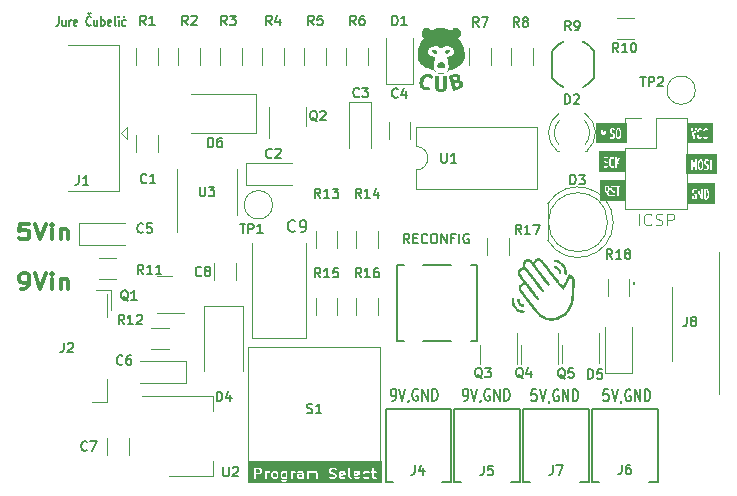
<source format=gbr>
%TF.GenerationSoftware,KiCad,Pcbnew,7.0.5*%
%TF.CreationDate,2023-11-16T23:15:32+01:00*%
%TF.ProjectId,STGSv0.2,53544753-7630-42e3-922e-6b696361645f,rev?*%
%TF.SameCoordinates,Original*%
%TF.FileFunction,Legend,Top*%
%TF.FilePolarity,Positive*%
%FSLAX46Y46*%
G04 Gerber Fmt 4.6, Leading zero omitted, Abs format (unit mm)*
G04 Created by KiCad (PCBNEW 7.0.5) date 2023-11-16 23:15:32*
%MOMM*%
%LPD*%
G01*
G04 APERTURE LIST*
%ADD10C,0.150000*%
%ADD11C,0.125000*%
%ADD12C,0.300000*%
%ADD13C,0.200000*%
%ADD14C,0.120000*%
%ADD15C,0.152400*%
%ADD16C,0.100000*%
%ADD17C,0.127000*%
G04 APERTURE END LIST*
D10*
X30233360Y-91448695D02*
X30233360Y-92020123D01*
X30233360Y-92020123D02*
X30202407Y-92134409D01*
X30202407Y-92134409D02*
X30140503Y-92210600D01*
X30140503Y-92210600D02*
X30047645Y-92248695D01*
X30047645Y-92248695D02*
X29985741Y-92248695D01*
X30821455Y-91715361D02*
X30821455Y-92248695D01*
X30542883Y-91715361D02*
X30542883Y-92134409D01*
X30542883Y-92134409D02*
X30573836Y-92210600D01*
X30573836Y-92210600D02*
X30635741Y-92248695D01*
X30635741Y-92248695D02*
X30728598Y-92248695D01*
X30728598Y-92248695D02*
X30790502Y-92210600D01*
X30790502Y-92210600D02*
X30821455Y-92172504D01*
X31130978Y-92248695D02*
X31130978Y-91715361D01*
X31130978Y-91867742D02*
X31161931Y-91791552D01*
X31161931Y-91791552D02*
X31192883Y-91753457D01*
X31192883Y-91753457D02*
X31254788Y-91715361D01*
X31254788Y-91715361D02*
X31316693Y-91715361D01*
X31780978Y-92210600D02*
X31719074Y-92248695D01*
X31719074Y-92248695D02*
X31595264Y-92248695D01*
X31595264Y-92248695D02*
X31533359Y-92210600D01*
X31533359Y-92210600D02*
X31502407Y-92134409D01*
X31502407Y-92134409D02*
X31502407Y-91829647D01*
X31502407Y-91829647D02*
X31533359Y-91753457D01*
X31533359Y-91753457D02*
X31595264Y-91715361D01*
X31595264Y-91715361D02*
X31719074Y-91715361D01*
X31719074Y-91715361D02*
X31780978Y-91753457D01*
X31780978Y-91753457D02*
X31811931Y-91829647D01*
X31811931Y-91829647D02*
X31811931Y-91905838D01*
X31811931Y-91905838D02*
X31502407Y-91982028D01*
X32957169Y-92172504D02*
X32926217Y-92210600D01*
X32926217Y-92210600D02*
X32833359Y-92248695D01*
X32833359Y-92248695D02*
X32771455Y-92248695D01*
X32771455Y-92248695D02*
X32678598Y-92210600D01*
X32678598Y-92210600D02*
X32616693Y-92134409D01*
X32616693Y-92134409D02*
X32585740Y-92058219D01*
X32585740Y-92058219D02*
X32554788Y-91905838D01*
X32554788Y-91905838D02*
X32554788Y-91791552D01*
X32554788Y-91791552D02*
X32585740Y-91639171D01*
X32585740Y-91639171D02*
X32616693Y-91562980D01*
X32616693Y-91562980D02*
X32678598Y-91486790D01*
X32678598Y-91486790D02*
X32771455Y-91448695D01*
X32771455Y-91448695D02*
X32833359Y-91448695D01*
X32833359Y-91448695D02*
X32926217Y-91486790D01*
X32926217Y-91486790D02*
X32957169Y-91524885D01*
X32678598Y-91143933D02*
X32802407Y-91258219D01*
X32802407Y-91258219D02*
X32926217Y-91143933D01*
X33514312Y-91715361D02*
X33514312Y-92248695D01*
X33235740Y-91715361D02*
X33235740Y-92134409D01*
X33235740Y-92134409D02*
X33266693Y-92210600D01*
X33266693Y-92210600D02*
X33328598Y-92248695D01*
X33328598Y-92248695D02*
X33421455Y-92248695D01*
X33421455Y-92248695D02*
X33483359Y-92210600D01*
X33483359Y-92210600D02*
X33514312Y-92172504D01*
X33823835Y-92248695D02*
X33823835Y-91448695D01*
X33823835Y-91753457D02*
X33885740Y-91715361D01*
X33885740Y-91715361D02*
X34009550Y-91715361D01*
X34009550Y-91715361D02*
X34071454Y-91753457D01*
X34071454Y-91753457D02*
X34102407Y-91791552D01*
X34102407Y-91791552D02*
X34133359Y-91867742D01*
X34133359Y-91867742D02*
X34133359Y-92096314D01*
X34133359Y-92096314D02*
X34102407Y-92172504D01*
X34102407Y-92172504D02*
X34071454Y-92210600D01*
X34071454Y-92210600D02*
X34009550Y-92248695D01*
X34009550Y-92248695D02*
X33885740Y-92248695D01*
X33885740Y-92248695D02*
X33823835Y-92210600D01*
X34659549Y-92210600D02*
X34597645Y-92248695D01*
X34597645Y-92248695D02*
X34473835Y-92248695D01*
X34473835Y-92248695D02*
X34411930Y-92210600D01*
X34411930Y-92210600D02*
X34380978Y-92134409D01*
X34380978Y-92134409D02*
X34380978Y-91829647D01*
X34380978Y-91829647D02*
X34411930Y-91753457D01*
X34411930Y-91753457D02*
X34473835Y-91715361D01*
X34473835Y-91715361D02*
X34597645Y-91715361D01*
X34597645Y-91715361D02*
X34659549Y-91753457D01*
X34659549Y-91753457D02*
X34690502Y-91829647D01*
X34690502Y-91829647D02*
X34690502Y-91905838D01*
X34690502Y-91905838D02*
X34380978Y-91982028D01*
X35061931Y-92248695D02*
X35000026Y-92210600D01*
X35000026Y-92210600D02*
X34969073Y-92134409D01*
X34969073Y-92134409D02*
X34969073Y-91448695D01*
X35309549Y-92248695D02*
X35309549Y-91715361D01*
X35309549Y-91448695D02*
X35278597Y-91486790D01*
X35278597Y-91486790D02*
X35309549Y-91524885D01*
X35309549Y-91524885D02*
X35340502Y-91486790D01*
X35340502Y-91486790D02*
X35309549Y-91448695D01*
X35309549Y-91448695D02*
X35309549Y-91524885D01*
X35897645Y-92210600D02*
X35835740Y-92248695D01*
X35835740Y-92248695D02*
X35711931Y-92248695D01*
X35711931Y-92248695D02*
X35650026Y-92210600D01*
X35650026Y-92210600D02*
X35619073Y-92172504D01*
X35619073Y-92172504D02*
X35588121Y-92096314D01*
X35588121Y-92096314D02*
X35588121Y-91867742D01*
X35588121Y-91867742D02*
X35619073Y-91791552D01*
X35619073Y-91791552D02*
X35650026Y-91753457D01*
X35650026Y-91753457D02*
X35711931Y-91715361D01*
X35711931Y-91715361D02*
X35835740Y-91715361D01*
X35835740Y-91715361D02*
X35897645Y-91753457D01*
X35835740Y-91410600D02*
X35742883Y-91524885D01*
D11*
G36*
X78236276Y-104594186D02*
G01*
X75944014Y-104594186D01*
X75944014Y-103617691D01*
X76358145Y-103617691D01*
X76363455Y-103634685D01*
X76368476Y-103651783D01*
X76368918Y-103652166D01*
X76384462Y-103701910D01*
X76384357Y-103710320D01*
X76389823Y-103719066D01*
X76390108Y-103719976D01*
X76394585Y-103726685D01*
X76414003Y-103757753D01*
X76417519Y-103768192D01*
X76430582Y-103778643D01*
X76443090Y-103789759D01*
X76444815Y-103790029D01*
X76472667Y-103812311D01*
X76478261Y-103820161D01*
X76494965Y-103826842D01*
X76511780Y-103833737D01*
X76512068Y-103833683D01*
X76581939Y-103861631D01*
X76614010Y-103887289D01*
X76627919Y-103909543D01*
X76646488Y-103968961D01*
X76646488Y-104026074D01*
X76627918Y-104085495D01*
X76614012Y-104107746D01*
X76591826Y-104125495D01*
X76510327Y-104125495D01*
X76444756Y-104090524D01*
X76417988Y-104084976D01*
X76383726Y-104098140D01*
X76362021Y-104127738D01*
X76359763Y-104164372D01*
X76377669Y-104196411D01*
X76463043Y-104241943D01*
X76476350Y-104250495D01*
X76488293Y-104250495D01*
X76499989Y-104252919D01*
X76506298Y-104250495D01*
X76598861Y-104250495D01*
X76601956Y-104252058D01*
X76616996Y-104250495D01*
X76622737Y-104250495D01*
X76625882Y-104249571D01*
X76638463Y-104248264D01*
X76643176Y-104244493D01*
X76648967Y-104242793D01*
X76657249Y-104233234D01*
X76694680Y-104203289D01*
X76704643Y-104198587D01*
X76713508Y-104184401D01*
X76723101Y-104170690D01*
X76723169Y-104168942D01*
X76732908Y-104153360D01*
X76739359Y-104147963D01*
X76742437Y-104138113D01*
X76742941Y-104137307D01*
X76745110Y-104129560D01*
X76766127Y-104062307D01*
X76771488Y-104053966D01*
X76771488Y-104036181D01*
X76771796Y-104018345D01*
X76771488Y-104017847D01*
X76771488Y-103967859D01*
X76774117Y-103958297D01*
X76768806Y-103941304D01*
X76763786Y-103924206D01*
X76763343Y-103923822D01*
X76747798Y-103874079D01*
X76747904Y-103865671D01*
X76742436Y-103856922D01*
X76742152Y-103856012D01*
X76737672Y-103849299D01*
X76729769Y-103836654D01*
X76834880Y-103836654D01*
X76836964Y-103849991D01*
X76836964Y-103854125D01*
X76838344Y-103858825D01*
X76859449Y-103993897D01*
X76858144Y-103998645D01*
X76862237Y-104011744D01*
X76862910Y-104016047D01*
X76864903Y-104020275D01*
X76884462Y-104082862D01*
X76884357Y-104091271D01*
X76889824Y-104100018D01*
X76890109Y-104100930D01*
X76894591Y-104107645D01*
X76940887Y-104181721D01*
X76949097Y-104196411D01*
X76958733Y-104201550D01*
X76966898Y-104208807D01*
X76974603Y-104210014D01*
X77034471Y-104241943D01*
X77047778Y-104250495D01*
X77059721Y-104250495D01*
X77071417Y-104252919D01*
X77077726Y-104250495D01*
X77111207Y-104250495D01*
X77126967Y-104251778D01*
X77137503Y-104246158D01*
X77148966Y-104242793D01*
X77153392Y-104237684D01*
X77213235Y-104205769D01*
X77228452Y-104198587D01*
X77234239Y-104189326D01*
X77242039Y-104181679D01*
X77243772Y-104174072D01*
X77266750Y-104137307D01*
X77274121Y-104110982D01*
X77263337Y-104075898D01*
X77235297Y-104052215D01*
X77198904Y-104047450D01*
X77165713Y-104063117D01*
X77141029Y-104102612D01*
X77098124Y-104125495D01*
X77081755Y-104125495D01*
X77038850Y-104102612D01*
X77004341Y-104047396D01*
X76984309Y-103983296D01*
X76962850Y-103845959D01*
X77358139Y-103845959D01*
X77360773Y-103854529D01*
X77360773Y-104196982D01*
X77368475Y-104223212D01*
X77396213Y-104247248D01*
X77432543Y-104252471D01*
X77465930Y-104237224D01*
X77485773Y-104206347D01*
X77485773Y-103863061D01*
X77486845Y-103861345D01*
X77656210Y-104222659D01*
X77674317Y-104243141D01*
X77709634Y-104253131D01*
X77744746Y-104242441D01*
X77768506Y-104214465D01*
X77773367Y-104178085D01*
X77565731Y-103735127D01*
X77766750Y-103413499D01*
X77774121Y-103387174D01*
X77763338Y-103352090D01*
X77735298Y-103328406D01*
X77698905Y-103323640D01*
X77665714Y-103339307D01*
X77485773Y-103627212D01*
X77485773Y-103379008D01*
X77478071Y-103352778D01*
X77450333Y-103328742D01*
X77414003Y-103323519D01*
X77380616Y-103338766D01*
X77360773Y-103369643D01*
X77360773Y-103836551D01*
X77358139Y-103845959D01*
X76962850Y-103845959D01*
X76961964Y-103840286D01*
X76961964Y-103735706D01*
X76984308Y-103592695D01*
X77004341Y-103528590D01*
X77038850Y-103473377D01*
X77081756Y-103450495D01*
X77098124Y-103450495D01*
X77141029Y-103473377D01*
X77160750Y-103504930D01*
X77181183Y-103523091D01*
X77217444Y-103528773D01*
X77251020Y-103513948D01*
X77271251Y-103483323D01*
X77271713Y-103446623D01*
X77238993Y-103394269D01*
X77230783Y-103379579D01*
X77221146Y-103374439D01*
X77212982Y-103367183D01*
X77205276Y-103365975D01*
X77145407Y-103334046D01*
X77132101Y-103325495D01*
X77120158Y-103325495D01*
X77108462Y-103323071D01*
X77102153Y-103325495D01*
X77068672Y-103325495D01*
X77052911Y-103324212D01*
X77042374Y-103329831D01*
X77030913Y-103333197D01*
X77026487Y-103338304D01*
X76966635Y-103370225D01*
X76951429Y-103377403D01*
X76945641Y-103386663D01*
X76937841Y-103394312D01*
X76936108Y-103401916D01*
X76899352Y-103460723D01*
X76892902Y-103466121D01*
X76889824Y-103475968D01*
X76889320Y-103476776D01*
X76887147Y-103484534D01*
X76867623Y-103547009D01*
X76864355Y-103550690D01*
X76862236Y-103564246D01*
X76860937Y-103568406D01*
X76860856Y-103573082D01*
X76839750Y-103708163D01*
X76836964Y-103712500D01*
X76836964Y-103725999D01*
X76836326Y-103730083D01*
X76836964Y-103734940D01*
X76836964Y-103831939D01*
X76834880Y-103836654D01*
X76729769Y-103836654D01*
X76718259Y-103818238D01*
X76714744Y-103807799D01*
X76701684Y-103797351D01*
X76689173Y-103786231D01*
X76687446Y-103785960D01*
X76659596Y-103763680D01*
X76654001Y-103755828D01*
X76637230Y-103749119D01*
X76620483Y-103742252D01*
X76620194Y-103742305D01*
X76550322Y-103714356D01*
X76518248Y-103688696D01*
X76504342Y-103666447D01*
X76485774Y-103607026D01*
X76485774Y-103549913D01*
X76504341Y-103490496D01*
X76518249Y-103468244D01*
X76540436Y-103450495D01*
X76621934Y-103450495D01*
X76687507Y-103485467D01*
X76714275Y-103491014D01*
X76748537Y-103477850D01*
X76770241Y-103448252D01*
X76772499Y-103411618D01*
X76754593Y-103379579D01*
X76669217Y-103334046D01*
X76655911Y-103325495D01*
X76643968Y-103325495D01*
X76632272Y-103323071D01*
X76625963Y-103325495D01*
X76533401Y-103325495D01*
X76530306Y-103323932D01*
X76515266Y-103325495D01*
X76509525Y-103325495D01*
X76506379Y-103326418D01*
X76493799Y-103327726D01*
X76489085Y-103331496D01*
X76483295Y-103333197D01*
X76475012Y-103342755D01*
X76437582Y-103372699D01*
X76427620Y-103377402D01*
X76418749Y-103391593D01*
X76409161Y-103405300D01*
X76409092Y-103407045D01*
X76399350Y-103422630D01*
X76392902Y-103428027D01*
X76389825Y-103437870D01*
X76389320Y-103438680D01*
X76387140Y-103446463D01*
X76366134Y-103513682D01*
X76360774Y-103522024D01*
X76360774Y-103539809D01*
X76360466Y-103557646D01*
X76360774Y-103558143D01*
X76360774Y-103608128D01*
X76358145Y-103617691D01*
X75944014Y-103617691D01*
X75944014Y-102878114D01*
X78236276Y-102878114D01*
X78236276Y-104594186D01*
G37*
D12*
X27684796Y-109020304D02*
X26970510Y-109020304D01*
X26970510Y-109020304D02*
X26899082Y-109639352D01*
X26899082Y-109639352D02*
X26970510Y-109577447D01*
X26970510Y-109577447D02*
X27113368Y-109515542D01*
X27113368Y-109515542D02*
X27470510Y-109515542D01*
X27470510Y-109515542D02*
X27613368Y-109577447D01*
X27613368Y-109577447D02*
X27684796Y-109639352D01*
X27684796Y-109639352D02*
X27756225Y-109763161D01*
X27756225Y-109763161D02*
X27756225Y-110072685D01*
X27756225Y-110072685D02*
X27684796Y-110196495D01*
X27684796Y-110196495D02*
X27613368Y-110258400D01*
X27613368Y-110258400D02*
X27470510Y-110320304D01*
X27470510Y-110320304D02*
X27113368Y-110320304D01*
X27113368Y-110320304D02*
X26970510Y-110258400D01*
X26970510Y-110258400D02*
X26899082Y-110196495D01*
X28184796Y-109020304D02*
X28684796Y-110320304D01*
X28684796Y-110320304D02*
X29184796Y-109020304D01*
X29684795Y-110320304D02*
X29684795Y-109453638D01*
X29684795Y-109020304D02*
X29613367Y-109082209D01*
X29613367Y-109082209D02*
X29684795Y-109144114D01*
X29684795Y-109144114D02*
X29756224Y-109082209D01*
X29756224Y-109082209D02*
X29684795Y-109020304D01*
X29684795Y-109020304D02*
X29684795Y-109144114D01*
X30399081Y-109453638D02*
X30399081Y-110320304D01*
X30399081Y-109577447D02*
X30470510Y-109515542D01*
X30470510Y-109515542D02*
X30613367Y-109453638D01*
X30613367Y-109453638D02*
X30827653Y-109453638D01*
X30827653Y-109453638D02*
X30970510Y-109515542D01*
X30970510Y-109515542D02*
X31041939Y-109639352D01*
X31041939Y-109639352D02*
X31041939Y-110320304D01*
X27041939Y-114506304D02*
X27327653Y-114506304D01*
X27327653Y-114506304D02*
X27470510Y-114444400D01*
X27470510Y-114444400D02*
X27541939Y-114382495D01*
X27541939Y-114382495D02*
X27684796Y-114196780D01*
X27684796Y-114196780D02*
X27756225Y-113949161D01*
X27756225Y-113949161D02*
X27756225Y-113453923D01*
X27756225Y-113453923D02*
X27684796Y-113330114D01*
X27684796Y-113330114D02*
X27613368Y-113268209D01*
X27613368Y-113268209D02*
X27470510Y-113206304D01*
X27470510Y-113206304D02*
X27184796Y-113206304D01*
X27184796Y-113206304D02*
X27041939Y-113268209D01*
X27041939Y-113268209D02*
X26970510Y-113330114D01*
X26970510Y-113330114D02*
X26899082Y-113453923D01*
X26899082Y-113453923D02*
X26899082Y-113763447D01*
X26899082Y-113763447D02*
X26970510Y-113887257D01*
X26970510Y-113887257D02*
X27041939Y-113949161D01*
X27041939Y-113949161D02*
X27184796Y-114011066D01*
X27184796Y-114011066D02*
X27470510Y-114011066D01*
X27470510Y-114011066D02*
X27613368Y-113949161D01*
X27613368Y-113949161D02*
X27684796Y-113887257D01*
X27684796Y-113887257D02*
X27756225Y-113763447D01*
X28184796Y-113206304D02*
X28684796Y-114506304D01*
X28684796Y-114506304D02*
X29184796Y-113206304D01*
X29684795Y-114506304D02*
X29684795Y-113639638D01*
X29684795Y-113206304D02*
X29613367Y-113268209D01*
X29613367Y-113268209D02*
X29684795Y-113330114D01*
X29684795Y-113330114D02*
X29756224Y-113268209D01*
X29756224Y-113268209D02*
X29684795Y-113206304D01*
X29684795Y-113206304D02*
X29684795Y-113330114D01*
X30399081Y-113639638D02*
X30399081Y-114506304D01*
X30399081Y-113763447D02*
X30470510Y-113701542D01*
X30470510Y-113701542D02*
X30613367Y-113639638D01*
X30613367Y-113639638D02*
X30827653Y-113639638D01*
X30827653Y-113639638D02*
X30970510Y-113701542D01*
X30970510Y-113701542D02*
X31041939Y-113825352D01*
X31041939Y-113825352D02*
X31041939Y-114506304D01*
D11*
X79339731Y-109141919D02*
X79339731Y-108141919D01*
X80387349Y-109046680D02*
X80339730Y-109094300D01*
X80339730Y-109094300D02*
X80196873Y-109141919D01*
X80196873Y-109141919D02*
X80101635Y-109141919D01*
X80101635Y-109141919D02*
X79958778Y-109094300D01*
X79958778Y-109094300D02*
X79863540Y-108999061D01*
X79863540Y-108999061D02*
X79815921Y-108903823D01*
X79815921Y-108903823D02*
X79768302Y-108713347D01*
X79768302Y-108713347D02*
X79768302Y-108570490D01*
X79768302Y-108570490D02*
X79815921Y-108380014D01*
X79815921Y-108380014D02*
X79863540Y-108284776D01*
X79863540Y-108284776D02*
X79958778Y-108189538D01*
X79958778Y-108189538D02*
X80101635Y-108141919D01*
X80101635Y-108141919D02*
X80196873Y-108141919D01*
X80196873Y-108141919D02*
X80339730Y-108189538D01*
X80339730Y-108189538D02*
X80387349Y-108237157D01*
X80768302Y-109094300D02*
X80911159Y-109141919D01*
X80911159Y-109141919D02*
X81149254Y-109141919D01*
X81149254Y-109141919D02*
X81244492Y-109094300D01*
X81244492Y-109094300D02*
X81292111Y-109046680D01*
X81292111Y-109046680D02*
X81339730Y-108951442D01*
X81339730Y-108951442D02*
X81339730Y-108856204D01*
X81339730Y-108856204D02*
X81292111Y-108760966D01*
X81292111Y-108760966D02*
X81244492Y-108713347D01*
X81244492Y-108713347D02*
X81149254Y-108665728D01*
X81149254Y-108665728D02*
X80958778Y-108618109D01*
X80958778Y-108618109D02*
X80863540Y-108570490D01*
X80863540Y-108570490D02*
X80815921Y-108522871D01*
X80815921Y-108522871D02*
X80768302Y-108427633D01*
X80768302Y-108427633D02*
X80768302Y-108332395D01*
X80768302Y-108332395D02*
X80815921Y-108237157D01*
X80815921Y-108237157D02*
X80863540Y-108189538D01*
X80863540Y-108189538D02*
X80958778Y-108141919D01*
X80958778Y-108141919D02*
X81196873Y-108141919D01*
X81196873Y-108141919D02*
X81339730Y-108189538D01*
X81768302Y-109141919D02*
X81768302Y-108141919D01*
X81768302Y-108141919D02*
X82149254Y-108141919D01*
X82149254Y-108141919D02*
X82244492Y-108189538D01*
X82244492Y-108189538D02*
X82292111Y-108237157D01*
X82292111Y-108237157D02*
X82339730Y-108332395D01*
X82339730Y-108332395D02*
X82339730Y-108475252D01*
X82339730Y-108475252D02*
X82292111Y-108570490D01*
X82292111Y-108570490D02*
X82244492Y-108618109D01*
X82244492Y-108618109D02*
X82149254Y-108665728D01*
X82149254Y-108665728D02*
X81768302Y-108665728D01*
D10*
X59928303Y-110638295D02*
X59661636Y-110257342D01*
X59471160Y-110638295D02*
X59471160Y-109838295D01*
X59471160Y-109838295D02*
X59775922Y-109838295D01*
X59775922Y-109838295D02*
X59852112Y-109876390D01*
X59852112Y-109876390D02*
X59890207Y-109914485D01*
X59890207Y-109914485D02*
X59928303Y-109990676D01*
X59928303Y-109990676D02*
X59928303Y-110104961D01*
X59928303Y-110104961D02*
X59890207Y-110181152D01*
X59890207Y-110181152D02*
X59852112Y-110219247D01*
X59852112Y-110219247D02*
X59775922Y-110257342D01*
X59775922Y-110257342D02*
X59471160Y-110257342D01*
X60271160Y-110219247D02*
X60537826Y-110219247D01*
X60652112Y-110638295D02*
X60271160Y-110638295D01*
X60271160Y-110638295D02*
X60271160Y-109838295D01*
X60271160Y-109838295D02*
X60652112Y-109838295D01*
X61452113Y-110562104D02*
X61414017Y-110600200D01*
X61414017Y-110600200D02*
X61299732Y-110638295D01*
X61299732Y-110638295D02*
X61223541Y-110638295D01*
X61223541Y-110638295D02*
X61109255Y-110600200D01*
X61109255Y-110600200D02*
X61033065Y-110524009D01*
X61033065Y-110524009D02*
X60994970Y-110447819D01*
X60994970Y-110447819D02*
X60956874Y-110295438D01*
X60956874Y-110295438D02*
X60956874Y-110181152D01*
X60956874Y-110181152D02*
X60994970Y-110028771D01*
X60994970Y-110028771D02*
X61033065Y-109952580D01*
X61033065Y-109952580D02*
X61109255Y-109876390D01*
X61109255Y-109876390D02*
X61223541Y-109838295D01*
X61223541Y-109838295D02*
X61299732Y-109838295D01*
X61299732Y-109838295D02*
X61414017Y-109876390D01*
X61414017Y-109876390D02*
X61452113Y-109914485D01*
X61947351Y-109838295D02*
X62099732Y-109838295D01*
X62099732Y-109838295D02*
X62175922Y-109876390D01*
X62175922Y-109876390D02*
X62252113Y-109952580D01*
X62252113Y-109952580D02*
X62290208Y-110104961D01*
X62290208Y-110104961D02*
X62290208Y-110371628D01*
X62290208Y-110371628D02*
X62252113Y-110524009D01*
X62252113Y-110524009D02*
X62175922Y-110600200D01*
X62175922Y-110600200D02*
X62099732Y-110638295D01*
X62099732Y-110638295D02*
X61947351Y-110638295D01*
X61947351Y-110638295D02*
X61871160Y-110600200D01*
X61871160Y-110600200D02*
X61794970Y-110524009D01*
X61794970Y-110524009D02*
X61756874Y-110371628D01*
X61756874Y-110371628D02*
X61756874Y-110104961D01*
X61756874Y-110104961D02*
X61794970Y-109952580D01*
X61794970Y-109952580D02*
X61871160Y-109876390D01*
X61871160Y-109876390D02*
X61947351Y-109838295D01*
X62633065Y-110638295D02*
X62633065Y-109838295D01*
X62633065Y-109838295D02*
X63090208Y-110638295D01*
X63090208Y-110638295D02*
X63090208Y-109838295D01*
X63737826Y-110219247D02*
X63471160Y-110219247D01*
X63471160Y-110638295D02*
X63471160Y-109838295D01*
X63471160Y-109838295D02*
X63852112Y-109838295D01*
X64156874Y-110638295D02*
X64156874Y-109838295D01*
X64956873Y-109876390D02*
X64880683Y-109838295D01*
X64880683Y-109838295D02*
X64766397Y-109838295D01*
X64766397Y-109838295D02*
X64652111Y-109876390D01*
X64652111Y-109876390D02*
X64575921Y-109952580D01*
X64575921Y-109952580D02*
X64537826Y-110028771D01*
X64537826Y-110028771D02*
X64499730Y-110181152D01*
X64499730Y-110181152D02*
X64499730Y-110295438D01*
X64499730Y-110295438D02*
X64537826Y-110447819D01*
X64537826Y-110447819D02*
X64575921Y-110524009D01*
X64575921Y-110524009D02*
X64652111Y-110600200D01*
X64652111Y-110600200D02*
X64766397Y-110638295D01*
X64766397Y-110638295D02*
X64842588Y-110638295D01*
X64842588Y-110638295D02*
X64956873Y-110600200D01*
X64956873Y-110600200D02*
X64994969Y-110562104D01*
X64994969Y-110562104D02*
X64994969Y-110295438D01*
X64994969Y-110295438D02*
X64842588Y-110295438D01*
G36*
X49453313Y-130079997D02*
G01*
X49453313Y-130439659D01*
X49426682Y-130451495D01*
X49287086Y-130451495D01*
X49226569Y-130424599D01*
X49201809Y-130402590D01*
X49174741Y-130354468D01*
X49174741Y-130165188D01*
X49201810Y-130117064D01*
X49226567Y-130095059D01*
X49287087Y-130068161D01*
X49426681Y-130068161D01*
X49453313Y-130079997D01*
G37*
G36*
X48630056Y-130095058D02*
G01*
X48654814Y-130117065D01*
X48681884Y-130165188D01*
X48681884Y-130354467D01*
X48654815Y-130402589D01*
X48630055Y-130424598D01*
X48569539Y-130451495D01*
X48472800Y-130451495D01*
X48412283Y-130424599D01*
X48387523Y-130402590D01*
X48360455Y-130354468D01*
X48360455Y-130165188D01*
X48387524Y-130117064D01*
X48412281Y-130095059D01*
X48472801Y-130068161D01*
X48569539Y-130068161D01*
X48630056Y-130095058D01*
G37*
G36*
X50824363Y-130299213D02*
G01*
X50824742Y-130299044D01*
X50824742Y-130439659D01*
X50798111Y-130451495D01*
X50615658Y-130451495D01*
X50567206Y-130429961D01*
X50546170Y-130392562D01*
X50546170Y-130355665D01*
X50567206Y-130318266D01*
X50615658Y-130296733D01*
X50808280Y-130296733D01*
X50824363Y-130299213D01*
G37*
G36*
X54360847Y-130089695D02*
G01*
X54378663Y-130121367D01*
X54103313Y-130170318D01*
X54103313Y-130127093D01*
X54124349Y-130089695D01*
X54172802Y-130068161D01*
X54312397Y-130068161D01*
X54360847Y-130089695D01*
G37*
G36*
X55603705Y-130089695D02*
G01*
X55621521Y-130121367D01*
X55346171Y-130170318D01*
X55346171Y-130127093D01*
X55367207Y-130089695D01*
X55415660Y-130068161D01*
X55555255Y-130068161D01*
X55603705Y-130089695D01*
G37*
G36*
X47258627Y-129828391D02*
G01*
X47283385Y-129850397D01*
X47310455Y-129898522D01*
X47310455Y-129973514D01*
X47283386Y-130021637D01*
X47258626Y-130043646D01*
X47198110Y-130070542D01*
X46946169Y-130070542D01*
X46946169Y-129801495D01*
X47198110Y-129801495D01*
X47258627Y-129828391D01*
G37*
G36*
X57592489Y-130971486D02*
G01*
X46218914Y-130971486D01*
X46218914Y-130156666D01*
X46793799Y-130156666D01*
X46796169Y-130161855D01*
X46796169Y-130537277D01*
X46805412Y-130568755D01*
X46838698Y-130597597D01*
X46882293Y-130603865D01*
X46922357Y-130585569D01*
X46946169Y-130548517D01*
X46946169Y-130220542D01*
X47208279Y-130220542D01*
X47224362Y-130223022D01*
X47239938Y-130216099D01*
X47256286Y-130211299D01*
X47259759Y-130207289D01*
X47321144Y-130180007D01*
X47333109Y-130178133D01*
X47348931Y-130164068D01*
X47365065Y-130150374D01*
X47365137Y-130150137D01*
X47693138Y-130150137D01*
X47696169Y-130158586D01*
X47696169Y-130537277D01*
X47705412Y-130568755D01*
X47738698Y-130597597D01*
X47782293Y-130603865D01*
X47822357Y-130585569D01*
X47846169Y-130548517D01*
X47846169Y-130165188D01*
X47854635Y-130150137D01*
X48207424Y-130150137D01*
X48210455Y-130158586D01*
X48210455Y-130371905D01*
X48209290Y-130391690D01*
X48215900Y-130403442D01*
X48219698Y-130416374D01*
X48226480Y-130422251D01*
X48258520Y-130479210D01*
X48262025Y-130491728D01*
X48277192Y-130505210D01*
X48291718Y-130519375D01*
X48293547Y-130519748D01*
X48313934Y-130537870D01*
X48320585Y-130547992D01*
X48339945Y-130556596D01*
X48359067Y-130565623D01*
X48359984Y-130565502D01*
X48421171Y-130592696D01*
X48434862Y-130601495D01*
X48451906Y-130601495D01*
X48468795Y-130603748D01*
X48473598Y-130601495D01*
X48579708Y-130601495D01*
X48595791Y-130603975D01*
X48611367Y-130597052D01*
X48627715Y-130592252D01*
X48631189Y-130588242D01*
X48692573Y-130560960D01*
X48704537Y-130559086D01*
X48720373Y-130545009D01*
X48736493Y-130531326D01*
X48736762Y-130530441D01*
X48757113Y-130512352D01*
X48768599Y-130506267D01*
X48778551Y-130488573D01*
X48789299Y-130471375D01*
X48789275Y-130469509D01*
X48821172Y-130412802D01*
X48831884Y-130396136D01*
X48831884Y-130382651D01*
X48834914Y-130369520D01*
X48831884Y-130361073D01*
X48831884Y-130150137D01*
X49021710Y-130150137D01*
X49024741Y-130158586D01*
X49024741Y-130371905D01*
X49023576Y-130391690D01*
X49030186Y-130403442D01*
X49033984Y-130416374D01*
X49040766Y-130422251D01*
X49072806Y-130479210D01*
X49076311Y-130491728D01*
X49091478Y-130505210D01*
X49106004Y-130519375D01*
X49107833Y-130519748D01*
X49128220Y-130537870D01*
X49134871Y-130547992D01*
X49154231Y-130556596D01*
X49173353Y-130565623D01*
X49174270Y-130565502D01*
X49235457Y-130592696D01*
X49249148Y-130601495D01*
X49266192Y-130601495D01*
X49283081Y-130603748D01*
X49287884Y-130601495D01*
X49436851Y-130601495D01*
X49452934Y-130603975D01*
X49453313Y-130603806D01*
X49453313Y-130621133D01*
X49426243Y-130669257D01*
X49401484Y-130691264D01*
X49340968Y-130718161D01*
X49244229Y-130718161D01*
X49163205Y-130682151D01*
X49130686Y-130677813D01*
X49090812Y-130696517D01*
X49067378Y-130733809D01*
X49067826Y-130777850D01*
X49092014Y-130814658D01*
X49192600Y-130859362D01*
X49206291Y-130868161D01*
X49223335Y-130868161D01*
X49240224Y-130870414D01*
X49245027Y-130868161D01*
X49351137Y-130868161D01*
X49367220Y-130870641D01*
X49382796Y-130863718D01*
X49399144Y-130858918D01*
X49402618Y-130854908D01*
X49464002Y-130827626D01*
X49475966Y-130825752D01*
X49491797Y-130811679D01*
X49507922Y-130797992D01*
X49508191Y-130797106D01*
X49528537Y-130779021D01*
X49540026Y-130772935D01*
X49549980Y-130755238D01*
X49560727Y-130738042D01*
X49560703Y-130736175D01*
X49592601Y-130679470D01*
X49603313Y-130662802D01*
X49603313Y-130649320D01*
X49606344Y-130636186D01*
X49603313Y-130627736D01*
X49603313Y-130499570D01*
X49606474Y-130489196D01*
X49603313Y-130478009D01*
X49603313Y-130150137D01*
X49878853Y-130150137D01*
X49881884Y-130158586D01*
X49881884Y-130537277D01*
X49891127Y-130568755D01*
X49924413Y-130597597D01*
X49968008Y-130603865D01*
X50008072Y-130585569D01*
X50031884Y-130548517D01*
X50031884Y-130340614D01*
X50393139Y-130340614D01*
X50396170Y-130349063D01*
X50396170Y-130409999D01*
X50395005Y-130429784D01*
X50401615Y-130441536D01*
X50405413Y-130454469D01*
X50412196Y-130460346D01*
X50439226Y-130508401D01*
X50439255Y-130511184D01*
X50449925Y-130527421D01*
X50453944Y-130534566D01*
X50455826Y-130536401D01*
X50463443Y-130547992D01*
X50471289Y-130551479D01*
X50477433Y-130557470D01*
X50491015Y-130560246D01*
X50564029Y-130592696D01*
X50577720Y-130601495D01*
X50594764Y-130601495D01*
X50611653Y-130603748D01*
X50616456Y-130601495D01*
X50808280Y-130601495D01*
X50824363Y-130603975D01*
X50839939Y-130597052D01*
X50856287Y-130592252D01*
X50858352Y-130589868D01*
X50867271Y-130597597D01*
X50910866Y-130603865D01*
X50950930Y-130585569D01*
X50974742Y-130548517D01*
X50974742Y-130499570D01*
X50977903Y-130489196D01*
X50974742Y-130478009D01*
X50974742Y-130194808D01*
X50977903Y-130184434D01*
X50974742Y-130173247D01*
X50974742Y-130109654D01*
X50975907Y-130089870D01*
X50969295Y-130078116D01*
X50965499Y-130065187D01*
X50958716Y-130059310D01*
X50952512Y-130048281D01*
X51253041Y-130048281D01*
X51253313Y-130069786D01*
X51253313Y-130537277D01*
X51262556Y-130568755D01*
X51295842Y-130597597D01*
X51339437Y-130603865D01*
X51379501Y-130585569D01*
X51403313Y-130548517D01*
X51403313Y-130103031D01*
X51412282Y-130095059D01*
X51472802Y-130068161D01*
X51569540Y-130068161D01*
X51617990Y-130089695D01*
X51639028Y-130127094D01*
X51639028Y-130537277D01*
X51648271Y-130568755D01*
X51681557Y-130597597D01*
X51725152Y-130603865D01*
X51765216Y-130585569D01*
X51789028Y-130548517D01*
X51789028Y-130127093D01*
X51810064Y-130089695D01*
X51858515Y-130068161D01*
X51955253Y-130068161D01*
X52003705Y-130089695D01*
X52024742Y-130127093D01*
X52024742Y-130537277D01*
X52033985Y-130568755D01*
X52067271Y-130597597D01*
X52110866Y-130603865D01*
X52150930Y-130585569D01*
X52174742Y-130548517D01*
X52174742Y-130109645D01*
X52175906Y-130089871D01*
X52169297Y-130078121D01*
X52165499Y-130065187D01*
X52158714Y-130059308D01*
X52131685Y-130011256D01*
X52131657Y-130008474D01*
X52120983Y-129992230D01*
X52116967Y-129985090D01*
X52115086Y-129983256D01*
X52107470Y-129971665D01*
X52099623Y-129968177D01*
X52093479Y-129962186D01*
X52079896Y-129959410D01*
X52006881Y-129926958D01*
X51993192Y-129918161D01*
X51976148Y-129918161D01*
X51959259Y-129915908D01*
X51954456Y-129918161D01*
X51848348Y-129918161D01*
X51832262Y-129915681D01*
X51816684Y-129922604D01*
X51800339Y-129927404D01*
X51796865Y-129931413D01*
X51744003Y-129954907D01*
X51741232Y-129954674D01*
X51724066Y-129963768D01*
X51716571Y-129967100D01*
X51714822Y-129968584D01*
X51713909Y-129968178D01*
X51707763Y-129962186D01*
X51694179Y-129959409D01*
X51621168Y-129926959D01*
X51607478Y-129918161D01*
X51590434Y-129918161D01*
X51573545Y-129915908D01*
X51568742Y-129918161D01*
X51462635Y-129918161D01*
X51446549Y-129915681D01*
X51430973Y-129922603D01*
X51414625Y-129927404D01*
X51411150Y-129931413D01*
X51384995Y-129943038D01*
X51360784Y-129922059D01*
X51317189Y-129915791D01*
X51277125Y-129934087D01*
X51253313Y-129971139D01*
X51253313Y-130047845D01*
X51253041Y-130048281D01*
X50952512Y-130048281D01*
X50931684Y-130011254D01*
X50931656Y-130008474D01*
X50920989Y-129992241D01*
X50916966Y-129985089D01*
X50915082Y-129983252D01*
X50907469Y-129971666D01*
X50899623Y-129968178D01*
X50893477Y-129962186D01*
X50879893Y-129959409D01*
X50806882Y-129926959D01*
X50793192Y-129918161D01*
X50776148Y-129918161D01*
X50759259Y-129915908D01*
X50754456Y-129918161D01*
X50605492Y-129918161D01*
X50589406Y-129915681D01*
X50573830Y-129922603D01*
X50557482Y-129927404D01*
X50554007Y-129931413D01*
X50473714Y-129967100D01*
X50448703Y-129988331D01*
X50435865Y-130030462D01*
X50447843Y-130072845D01*
X50480834Y-130102026D01*
X50524364Y-130108737D01*
X50615659Y-130068161D01*
X50755254Y-130068161D01*
X50803704Y-130089695D01*
X50824742Y-130127094D01*
X50824742Y-130134897D01*
X50798111Y-130146733D01*
X50605489Y-130146733D01*
X50589406Y-130144253D01*
X50573829Y-130151175D01*
X50557482Y-130155976D01*
X50554008Y-130159985D01*
X50501147Y-130183478D01*
X50498374Y-130183245D01*
X50481201Y-130192343D01*
X50473714Y-130195671D01*
X50471710Y-130197371D01*
X50459455Y-130203865D01*
X50455245Y-130211347D01*
X50448703Y-130216902D01*
X50444661Y-130230165D01*
X50406884Y-130297324D01*
X50396170Y-130313997D01*
X50396169Y-130327479D01*
X50393139Y-130340614D01*
X50031884Y-130340614D01*
X50031884Y-130165188D01*
X50058952Y-130117066D01*
X50083713Y-130095057D01*
X50144229Y-130068161D01*
X50224809Y-130068161D01*
X50256287Y-130058918D01*
X50285129Y-130025632D01*
X50291397Y-129982037D01*
X50273101Y-129941973D01*
X50236049Y-129918161D01*
X50134062Y-129918161D01*
X50117976Y-129915681D01*
X50102398Y-129922604D01*
X50086053Y-129927404D01*
X50082579Y-129931413D01*
X50024498Y-129957227D01*
X50022641Y-129950901D01*
X49989355Y-129922059D01*
X49945760Y-129915791D01*
X49905696Y-129934087D01*
X49881884Y-129971139D01*
X49881884Y-130137002D01*
X49878853Y-130150137D01*
X49603313Y-130150137D01*
X49603313Y-130052865D01*
X49603533Y-130052515D01*
X49603313Y-130030887D01*
X49603313Y-129982379D01*
X49594070Y-129950901D01*
X49560784Y-129922059D01*
X49517189Y-129915791D01*
X49485619Y-129930207D01*
X49478309Y-129926958D01*
X49464620Y-129918161D01*
X49447576Y-129918161D01*
X49430687Y-129915908D01*
X49425884Y-129918161D01*
X49276920Y-129918161D01*
X49260834Y-129915681D01*
X49245258Y-129922603D01*
X49228910Y-129927404D01*
X49225435Y-129931413D01*
X49164052Y-129958695D01*
X49152088Y-129960570D01*
X49136247Y-129974649D01*
X49120131Y-129988331D01*
X49119861Y-129989215D01*
X49099512Y-130007303D01*
X49088026Y-130013389D01*
X49078074Y-130031080D01*
X49067326Y-130048281D01*
X49067349Y-130050147D01*
X49035456Y-130106846D01*
X49024741Y-130123520D01*
X49024741Y-130137002D01*
X49021710Y-130150137D01*
X48831884Y-130150137D01*
X48831884Y-130147740D01*
X48833048Y-130127966D01*
X48826439Y-130116216D01*
X48822641Y-130103282D01*
X48815856Y-130097403D01*
X48783817Y-130040445D01*
X48780313Y-130027926D01*
X48765143Y-130014442D01*
X48750621Y-130000281D01*
X48748790Y-129999906D01*
X48728404Y-129981786D01*
X48721754Y-129971666D01*
X48702399Y-129963063D01*
X48683269Y-129954033D01*
X48682351Y-129954153D01*
X48621167Y-129926959D01*
X48607477Y-129918161D01*
X48590433Y-129918161D01*
X48573544Y-129915908D01*
X48568741Y-129918161D01*
X48462634Y-129918161D01*
X48446548Y-129915681D01*
X48430972Y-129922603D01*
X48414624Y-129927404D01*
X48411149Y-129931413D01*
X48349766Y-129958695D01*
X48337802Y-129960570D01*
X48321961Y-129974649D01*
X48305845Y-129988331D01*
X48305575Y-129989215D01*
X48285226Y-130007303D01*
X48273740Y-130013389D01*
X48263788Y-130031080D01*
X48253040Y-130048281D01*
X48253063Y-130050147D01*
X48221170Y-130106846D01*
X48210455Y-130123520D01*
X48210455Y-130137002D01*
X48207424Y-130150137D01*
X47854635Y-130150137D01*
X47873237Y-130117066D01*
X47897998Y-130095057D01*
X47958514Y-130068161D01*
X48039094Y-130068161D01*
X48070572Y-130058918D01*
X48099414Y-130025632D01*
X48105682Y-129982037D01*
X48087386Y-129941973D01*
X48050334Y-129918161D01*
X47948347Y-129918161D01*
X47932261Y-129915681D01*
X47916683Y-129922604D01*
X47900338Y-129927404D01*
X47896864Y-129931413D01*
X47838783Y-129957227D01*
X47836926Y-129950901D01*
X47803640Y-129922059D01*
X47760045Y-129915791D01*
X47719981Y-129934087D01*
X47696169Y-129971139D01*
X47696169Y-130137002D01*
X47693138Y-130150137D01*
X47365137Y-130150137D01*
X47365335Y-130149487D01*
X47385681Y-130131401D01*
X47397170Y-130125315D01*
X47407124Y-130107618D01*
X47417870Y-130090423D01*
X47417846Y-130088556D01*
X47449740Y-130031855D01*
X47460455Y-130015183D01*
X47460455Y-130001697D01*
X47463485Y-129988566D01*
X47460455Y-129980119D01*
X47460455Y-129883471D01*
X53093139Y-129883471D01*
X53096170Y-129891920D01*
X53096170Y-129952856D01*
X53095005Y-129972641D01*
X53101615Y-129984393D01*
X53105413Y-129997326D01*
X53112196Y-130003203D01*
X53144235Y-130060163D01*
X53147740Y-130072682D01*
X53162916Y-130086172D01*
X53177433Y-130100327D01*
X53179261Y-130100700D01*
X53199648Y-130118822D01*
X53206300Y-130128944D01*
X53225652Y-130137544D01*
X53244783Y-130146576D01*
X53245701Y-130146455D01*
X53299254Y-130170256D01*
X53304832Y-130175884D01*
X53319000Y-130179032D01*
X53321992Y-130180362D01*
X53329475Y-130181360D01*
X53490425Y-130217126D01*
X53558629Y-130247439D01*
X53583385Y-130269445D01*
X53610456Y-130317569D01*
X53610455Y-130354467D01*
X53583387Y-130402590D01*
X53558628Y-130424598D01*
X53498111Y-130451495D01*
X53310620Y-130451495D01*
X53182139Y-130413427D01*
X53149332Y-130413347D01*
X53112222Y-130437068D01*
X53093828Y-130477086D01*
X53099988Y-130520697D01*
X53128749Y-130554054D01*
X53268187Y-130595368D01*
X53277720Y-130601495D01*
X53299845Y-130601495D01*
X53321580Y-130601548D01*
X53321663Y-130601495D01*
X53508280Y-130601495D01*
X53524363Y-130603975D01*
X53539939Y-130597052D01*
X53556287Y-130592252D01*
X53559760Y-130588242D01*
X53621145Y-130560961D01*
X53633111Y-130559086D01*
X53648943Y-130545012D01*
X53665066Y-130531327D01*
X53665336Y-130530440D01*
X53685684Y-130512352D01*
X53697171Y-130506267D01*
X53707127Y-130488567D01*
X53717871Y-130471375D01*
X53717847Y-130469509D01*
X53749744Y-130412802D01*
X53760456Y-130396136D01*
X53760456Y-130382651D01*
X53763486Y-130369520D01*
X53760455Y-130361073D01*
X53760456Y-130300121D01*
X53761620Y-130280347D01*
X53755011Y-130268597D01*
X53751213Y-130255663D01*
X53744428Y-130249784D01*
X53712390Y-130192827D01*
X53708886Y-130180308D01*
X53693711Y-130166819D01*
X53679193Y-130152662D01*
X53677363Y-130152288D01*
X53656977Y-130134166D01*
X53650327Y-130124046D01*
X53630949Y-130115433D01*
X53623765Y-130112042D01*
X53950282Y-130112042D01*
X53953313Y-130120491D01*
X53953313Y-130239150D01*
X53952625Y-130240303D01*
X53953312Y-130261060D01*
X53953313Y-130409999D01*
X53952148Y-130429784D01*
X53958758Y-130441536D01*
X53962556Y-130454469D01*
X53969339Y-130460346D01*
X53996369Y-130508401D01*
X53996398Y-130511184D01*
X54007068Y-130527421D01*
X54011087Y-130534566D01*
X54012969Y-130536401D01*
X54020586Y-130547992D01*
X54028432Y-130551479D01*
X54034576Y-130557470D01*
X54048158Y-130560246D01*
X54121172Y-130592696D01*
X54134863Y-130601495D01*
X54151907Y-130601495D01*
X54168796Y-130603748D01*
X54173599Y-130601495D01*
X54322566Y-130601495D01*
X54338649Y-130603975D01*
X54354225Y-130597052D01*
X54370573Y-130592252D01*
X54374047Y-130588242D01*
X54454340Y-130552557D01*
X54479351Y-130531326D01*
X54492188Y-130489195D01*
X54480210Y-130446812D01*
X54460959Y-130429784D01*
X54766434Y-130429784D01*
X54773044Y-130441536D01*
X54776842Y-130454469D01*
X54783625Y-130460346D01*
X54810655Y-130508401D01*
X54810684Y-130511184D01*
X54821354Y-130527421D01*
X54825373Y-130534566D01*
X54827255Y-130536401D01*
X54834872Y-130547992D01*
X54842718Y-130551479D01*
X54848862Y-130557470D01*
X54862444Y-130560246D01*
X54950564Y-130599410D01*
X54983082Y-130603748D01*
X55022957Y-130585044D01*
X55046390Y-130547752D01*
X55045943Y-130503711D01*
X55021755Y-130466903D01*
X54938635Y-130429961D01*
X54917599Y-130392562D01*
X54917599Y-130112042D01*
X55193140Y-130112042D01*
X55196171Y-130120491D01*
X55196171Y-130239150D01*
X55195483Y-130240303D01*
X55196171Y-130261060D01*
X55196171Y-130409999D01*
X55195006Y-130429784D01*
X55201616Y-130441536D01*
X55205414Y-130454469D01*
X55212197Y-130460346D01*
X55239227Y-130508401D01*
X55239256Y-130511184D01*
X55249926Y-130527421D01*
X55253945Y-130534566D01*
X55255827Y-130536401D01*
X55263444Y-130547992D01*
X55271290Y-130551479D01*
X55277434Y-130557470D01*
X55291016Y-130560246D01*
X55364030Y-130592696D01*
X55377721Y-130601495D01*
X55394765Y-130601495D01*
X55411654Y-130603748D01*
X55416457Y-130601495D01*
X55565424Y-130601495D01*
X55581507Y-130603975D01*
X55597083Y-130597052D01*
X55613431Y-130592252D01*
X55616905Y-130588242D01*
X55697198Y-130552557D01*
X55722209Y-130531326D01*
X55735046Y-130489195D01*
X55723068Y-130446812D01*
X55690078Y-130417632D01*
X55646548Y-130410920D01*
X55555255Y-130451495D01*
X55415659Y-130451495D01*
X55367207Y-130429961D01*
X55346171Y-130392562D01*
X55346171Y-130322670D01*
X55701003Y-130259589D01*
X55710867Y-130261008D01*
X55722239Y-130255814D01*
X55723486Y-130255593D01*
X55732027Y-130251344D01*
X55750931Y-130242712D01*
X55751657Y-130241580D01*
X55752860Y-130240983D01*
X55763502Y-130223151D01*
X55774743Y-130205660D01*
X55774743Y-130204315D01*
X55775431Y-130203163D01*
X55774743Y-130182405D01*
X55774743Y-130150137D01*
X55964569Y-130150137D01*
X55967600Y-130158586D01*
X55967600Y-130371905D01*
X55966435Y-130391690D01*
X55973045Y-130403442D01*
X55976843Y-130416374D01*
X55983625Y-130422251D01*
X56015665Y-130479210D01*
X56019170Y-130491728D01*
X56034337Y-130505210D01*
X56048863Y-130519375D01*
X56050692Y-130519748D01*
X56071079Y-130537870D01*
X56077730Y-130547992D01*
X56097090Y-130556596D01*
X56116212Y-130565623D01*
X56117129Y-130565502D01*
X56178316Y-130592696D01*
X56192007Y-130601495D01*
X56209051Y-130601495D01*
X56225940Y-130603748D01*
X56230743Y-130601495D01*
X56379710Y-130601495D01*
X56395793Y-130603975D01*
X56411369Y-130597052D01*
X56427717Y-130592252D01*
X56431190Y-130588242D01*
X56511485Y-130552557D01*
X56536496Y-130531327D01*
X56549333Y-130489196D01*
X56537356Y-130446812D01*
X56504365Y-130417632D01*
X56460836Y-130410920D01*
X56369541Y-130451495D01*
X56229945Y-130451495D01*
X56169428Y-130424599D01*
X56144668Y-130402590D01*
X56117600Y-130354468D01*
X56117600Y-130165188D01*
X56144669Y-130117064D01*
X56169426Y-130095059D01*
X56229946Y-130068161D01*
X56369540Y-130068161D01*
X56450564Y-130104172D01*
X56483083Y-130108510D01*
X56522958Y-130089807D01*
X56546392Y-130052515D01*
X56545944Y-130008474D01*
X56543191Y-130004285D01*
X56650945Y-130004285D01*
X56669241Y-130044349D01*
X56706293Y-130068161D01*
X56781886Y-130068161D01*
X56781886Y-130409999D01*
X56780721Y-130429784D01*
X56787331Y-130441536D01*
X56791129Y-130454469D01*
X56797912Y-130460346D01*
X56824942Y-130508401D01*
X56824971Y-130511184D01*
X56835641Y-130527421D01*
X56839660Y-130534566D01*
X56841542Y-130536401D01*
X56849159Y-130547992D01*
X56857005Y-130551479D01*
X56863149Y-130557470D01*
X56876731Y-130560246D01*
X56949745Y-130592696D01*
X56963436Y-130601495D01*
X56980480Y-130601495D01*
X56997369Y-130603748D01*
X57002172Y-130601495D01*
X57081954Y-130601495D01*
X57113432Y-130592252D01*
X57142274Y-130558966D01*
X57148542Y-130515371D01*
X57130246Y-130475307D01*
X57093194Y-130451495D01*
X57001374Y-130451495D01*
X56952922Y-130429961D01*
X56931886Y-130392562D01*
X56931886Y-130068161D01*
X57081954Y-130068161D01*
X57113432Y-130058918D01*
X57142274Y-130025632D01*
X57148542Y-129982037D01*
X57130246Y-129941973D01*
X57093194Y-129918161D01*
X56931886Y-129918161D01*
X56931886Y-129715713D01*
X56922643Y-129684235D01*
X56889357Y-129655393D01*
X56845762Y-129649125D01*
X56805698Y-129667421D01*
X56781886Y-129704473D01*
X56781886Y-129918161D01*
X56717533Y-129918161D01*
X56686055Y-129927404D01*
X56657213Y-129960690D01*
X56650945Y-130004285D01*
X56543191Y-130004285D01*
X56521757Y-129971665D01*
X56421168Y-129926958D01*
X56407479Y-129918161D01*
X56390435Y-129918161D01*
X56373546Y-129915908D01*
X56368743Y-129918161D01*
X56219779Y-129918161D01*
X56203693Y-129915681D01*
X56188117Y-129922603D01*
X56171769Y-129927404D01*
X56168294Y-129931413D01*
X56106911Y-129958695D01*
X56094947Y-129960570D01*
X56079106Y-129974649D01*
X56062990Y-129988331D01*
X56062720Y-129989215D01*
X56042371Y-130007303D01*
X56030885Y-130013389D01*
X56020933Y-130031080D01*
X56010185Y-130048281D01*
X56010208Y-130050147D01*
X55978315Y-130106846D01*
X55967600Y-130123520D01*
X55967600Y-130137002D01*
X55964569Y-130150137D01*
X55774743Y-130150137D01*
X55774743Y-130109654D01*
X55775908Y-130089870D01*
X55769296Y-130078116D01*
X55765500Y-130065187D01*
X55758717Y-130059310D01*
X55731685Y-130011254D01*
X55731657Y-130008474D01*
X55720990Y-129992241D01*
X55716967Y-129985089D01*
X55715083Y-129983252D01*
X55707470Y-129971666D01*
X55699624Y-129968178D01*
X55693478Y-129962186D01*
X55679894Y-129959409D01*
X55606883Y-129926959D01*
X55593193Y-129918161D01*
X55576149Y-129918161D01*
X55559260Y-129915908D01*
X55554457Y-129918161D01*
X55405493Y-129918161D01*
X55389407Y-129915681D01*
X55373831Y-129922603D01*
X55357483Y-129927404D01*
X55354008Y-129931413D01*
X55301147Y-129954907D01*
X55298375Y-129954674D01*
X55281203Y-129963771D01*
X55273715Y-129967100D01*
X55271711Y-129968800D01*
X55259456Y-129975294D01*
X55255246Y-129982777D01*
X55248704Y-129988331D01*
X55244662Y-130001593D01*
X55206886Y-130068751D01*
X55196171Y-130085425D01*
X55196171Y-130098907D01*
X55193140Y-130112042D01*
X54917599Y-130112042D01*
X54917599Y-129715713D01*
X54908356Y-129684235D01*
X54875070Y-129655393D01*
X54831475Y-129649125D01*
X54791411Y-129667421D01*
X54767599Y-129704473D01*
X54767599Y-130409999D01*
X54766434Y-130429784D01*
X54460959Y-130429784D01*
X54447220Y-130417632D01*
X54403690Y-130410920D01*
X54312397Y-130451495D01*
X54172801Y-130451495D01*
X54124349Y-130429961D01*
X54103313Y-130392562D01*
X54103313Y-130322670D01*
X54458145Y-130259589D01*
X54468009Y-130261008D01*
X54479381Y-130255814D01*
X54480628Y-130255593D01*
X54489169Y-130251344D01*
X54508073Y-130242712D01*
X54508799Y-130241580D01*
X54510002Y-130240983D01*
X54520644Y-130223151D01*
X54531885Y-130205660D01*
X54531885Y-130204315D01*
X54532573Y-130203163D01*
X54531885Y-130182405D01*
X54531885Y-130109654D01*
X54533050Y-130089870D01*
X54526438Y-130078116D01*
X54522642Y-130065187D01*
X54515859Y-130059310D01*
X54488827Y-130011254D01*
X54488799Y-130008474D01*
X54478132Y-129992241D01*
X54474109Y-129985089D01*
X54472225Y-129983252D01*
X54464612Y-129971666D01*
X54456766Y-129968178D01*
X54450620Y-129962186D01*
X54437036Y-129959409D01*
X54364025Y-129926959D01*
X54350335Y-129918161D01*
X54333291Y-129918161D01*
X54316402Y-129915908D01*
X54311599Y-129918161D01*
X54162635Y-129918161D01*
X54146549Y-129915681D01*
X54130973Y-129922603D01*
X54114625Y-129927404D01*
X54111150Y-129931413D01*
X54058289Y-129954907D01*
X54055517Y-129954674D01*
X54038345Y-129963771D01*
X54030857Y-129967100D01*
X54028853Y-129968800D01*
X54016598Y-129975294D01*
X54012388Y-129982777D01*
X54005846Y-129988331D01*
X54001804Y-130001593D01*
X53964028Y-130068751D01*
X53953313Y-130085425D01*
X53953313Y-130098907D01*
X53950282Y-130112042D01*
X53623765Y-130112042D01*
X53611843Y-130106415D01*
X53610927Y-130106534D01*
X53557372Y-130082732D01*
X53551795Y-130077105D01*
X53537626Y-130073956D01*
X53534635Y-130072627D01*
X53527151Y-130071628D01*
X53366197Y-130035861D01*
X53297998Y-130005551D01*
X53273239Y-129983543D01*
X53246170Y-129935419D01*
X53246170Y-129898522D01*
X53273239Y-129850398D01*
X53297996Y-129828391D01*
X53358515Y-129801495D01*
X53546006Y-129801495D01*
X53674487Y-129839563D01*
X53707294Y-129839643D01*
X53744404Y-129815922D01*
X53762799Y-129775904D01*
X53756638Y-129732293D01*
X53727877Y-129698936D01*
X53588438Y-129657621D01*
X53578906Y-129651495D01*
X53556781Y-129651495D01*
X53535046Y-129651442D01*
X53534963Y-129651495D01*
X53348346Y-129651495D01*
X53332263Y-129649015D01*
X53316686Y-129655937D01*
X53300339Y-129660738D01*
X53296865Y-129664747D01*
X53235482Y-129692028D01*
X53223517Y-129693903D01*
X53207676Y-129707982D01*
X53191560Y-129721664D01*
X53191290Y-129722548D01*
X53170941Y-129740636D01*
X53159455Y-129746722D01*
X53149504Y-129764412D01*
X53138755Y-129781614D01*
X53138778Y-129783480D01*
X53106884Y-129840181D01*
X53096170Y-129856854D01*
X53096169Y-129870336D01*
X53093139Y-129883471D01*
X47460455Y-129883471D01*
X47460455Y-129881084D01*
X47461620Y-129861300D01*
X47455009Y-129849547D01*
X47451212Y-129836616D01*
X47444429Y-129830738D01*
X47412389Y-129773779D01*
X47408885Y-129761260D01*
X47393710Y-129747771D01*
X47379192Y-129733614D01*
X47377362Y-129733240D01*
X47356975Y-129715117D01*
X47350325Y-129704998D01*
X47330970Y-129696396D01*
X47311842Y-129687367D01*
X47310924Y-129687487D01*
X47249738Y-129660293D01*
X47236048Y-129651495D01*
X47219003Y-129651495D01*
X47202114Y-129649242D01*
X47197311Y-129651495D01*
X46876529Y-129651495D01*
X46860045Y-129649125D01*
X46844892Y-129656044D01*
X46828909Y-129660738D01*
X46825172Y-129665050D01*
X46819981Y-129667421D01*
X46810973Y-129681437D01*
X46800067Y-129694024D01*
X46799255Y-129699670D01*
X46796169Y-129704473D01*
X46796169Y-129721135D01*
X46793799Y-129737619D01*
X46796169Y-129742808D01*
X46796169Y-130140182D01*
X46793799Y-130156666D01*
X46218914Y-130156666D01*
X46218914Y-129117914D01*
X57592489Y-129117914D01*
X57592489Y-130971486D01*
G37*
D11*
G36*
X85089820Y-106165777D02*
G01*
X85124329Y-106220992D01*
X85144361Y-106285093D01*
X85166707Y-106428103D01*
X85166707Y-106532682D01*
X85144362Y-106675693D01*
X85124328Y-106739800D01*
X85089820Y-106795012D01*
X85046915Y-106817895D01*
X85005993Y-106817895D01*
X85005993Y-106142895D01*
X85046916Y-106142895D01*
X85089820Y-106165777D01*
G37*
G36*
X85756496Y-107286586D02*
G01*
X83416614Y-107286586D01*
X83416614Y-106529054D01*
X83831290Y-106529054D01*
X83833374Y-106542391D01*
X83833374Y-106546525D01*
X83834754Y-106551225D01*
X83855859Y-106686297D01*
X83854554Y-106691045D01*
X83858647Y-106704144D01*
X83859320Y-106708447D01*
X83861313Y-106712675D01*
X83880872Y-106775262D01*
X83880767Y-106783671D01*
X83886234Y-106792418D01*
X83886519Y-106793330D01*
X83891001Y-106800045D01*
X83937297Y-106874121D01*
X83945507Y-106888811D01*
X83955143Y-106893950D01*
X83963308Y-106901207D01*
X83971013Y-106902414D01*
X84030881Y-106934343D01*
X84044188Y-106942895D01*
X84056131Y-106942895D01*
X84067827Y-106945319D01*
X84074136Y-106942895D01*
X84107617Y-106942895D01*
X84123377Y-106944178D01*
X84133913Y-106938558D01*
X84145376Y-106935193D01*
X84149802Y-106930084D01*
X84209645Y-106898169D01*
X84224862Y-106890987D01*
X84230649Y-106881726D01*
X84238449Y-106874079D01*
X84240182Y-106866472D01*
X84258160Y-106837706D01*
X84267897Y-106822556D01*
X84267897Y-106812789D01*
X84270531Y-106803382D01*
X84267897Y-106794812D01*
X84267897Y-106542012D01*
X84269873Y-106528268D01*
X84264105Y-106515638D01*
X84260195Y-106502321D01*
X84256601Y-106499207D01*
X84254626Y-106494881D01*
X84242949Y-106487377D01*
X84232457Y-106478285D01*
X84227748Y-106477608D01*
X84223749Y-106475038D01*
X84209872Y-106475038D01*
X84196127Y-106473062D01*
X84191800Y-106475038D01*
X84101172Y-106475038D01*
X84074942Y-106482740D01*
X84050906Y-106510478D01*
X84045683Y-106546808D01*
X84060930Y-106580195D01*
X84091807Y-106600038D01*
X84142897Y-106600038D01*
X84142897Y-106786280D01*
X84137439Y-106795012D01*
X84094534Y-106817895D01*
X84078165Y-106817895D01*
X84035260Y-106795012D01*
X84000751Y-106739796D01*
X83980719Y-106675696D01*
X83958374Y-106532686D01*
X83958373Y-106428106D01*
X83980718Y-106285095D01*
X84000751Y-106220990D01*
X84035260Y-106165777D01*
X84078166Y-106142895D01*
X84112045Y-106142895D01*
X84149562Y-106172909D01*
X84174856Y-106183280D01*
X84210953Y-106176635D01*
X84237726Y-106151529D01*
X84246677Y-106115933D01*
X84235967Y-106084133D01*
X84354652Y-106084133D01*
X84357182Y-106091219D01*
X84357183Y-106889382D01*
X84364885Y-106915612D01*
X84392623Y-106939648D01*
X84428953Y-106944871D01*
X84462340Y-106929624D01*
X84482183Y-106898747D01*
X84482183Y-106441220D01*
X84645933Y-106899722D01*
X84650599Y-106915612D01*
X84659056Y-106922940D01*
X84665636Y-106931991D01*
X84672649Y-106934719D01*
X84678337Y-106939648D01*
X84689412Y-106941240D01*
X84699843Y-106945298D01*
X84707220Y-106943800D01*
X84714667Y-106944871D01*
X84724843Y-106940223D01*
X84735813Y-106937997D01*
X84741208Y-106932749D01*
X84748054Y-106929624D01*
X84754102Y-106920212D01*
X84762127Y-106912409D01*
X84763829Y-106905076D01*
X84767897Y-106898747D01*
X84767897Y-106889665D01*
X84879017Y-106889665D01*
X84884784Y-106902294D01*
X84888695Y-106915612D01*
X84892288Y-106918725D01*
X84894264Y-106923052D01*
X84905940Y-106930555D01*
X84916433Y-106939648D01*
X84921141Y-106940324D01*
X84925141Y-106942895D01*
X84939018Y-106942895D01*
X84952763Y-106944871D01*
X84957090Y-106942895D01*
X85060000Y-106942895D01*
X85075760Y-106944178D01*
X85086296Y-106938558D01*
X85097758Y-106935193D01*
X85102183Y-106930085D01*
X85162031Y-106898166D01*
X85177243Y-106890987D01*
X85183031Y-106881724D01*
X85190830Y-106874078D01*
X85192562Y-106866475D01*
X85229318Y-106807665D01*
X85235769Y-106802268D01*
X85238846Y-106792420D01*
X85239351Y-106791613D01*
X85241522Y-106783856D01*
X85261047Y-106721379D01*
X85264316Y-106717699D01*
X85266433Y-106704144D01*
X85267734Y-106699984D01*
X85267814Y-106695306D01*
X85288920Y-106560226D01*
X85291707Y-106555890D01*
X85291707Y-106542390D01*
X85292345Y-106538307D01*
X85291707Y-106533449D01*
X85291707Y-106436450D01*
X85293791Y-106431736D01*
X85291707Y-106418398D01*
X85291707Y-106414265D01*
X85290326Y-106409564D01*
X85269221Y-106274492D01*
X85270527Y-106269745D01*
X85266433Y-106256645D01*
X85265761Y-106252343D01*
X85263767Y-106248114D01*
X85244208Y-106185527D01*
X85244314Y-106177117D01*
X85238845Y-106168367D01*
X85238562Y-106167460D01*
X85234093Y-106160764D01*
X85187782Y-106086666D01*
X85179574Y-106071979D01*
X85169935Y-106066838D01*
X85161772Y-106059583D01*
X85154068Y-106058376D01*
X85094199Y-106026446D01*
X85080893Y-106017895D01*
X85068950Y-106017895D01*
X85057255Y-106015471D01*
X85050946Y-106017895D01*
X84947968Y-106017895D01*
X84934223Y-106015919D01*
X84921593Y-106021686D01*
X84908276Y-106025597D01*
X84905162Y-106029190D01*
X84900836Y-106031166D01*
X84893332Y-106042842D01*
X84884240Y-106053335D01*
X84883563Y-106058043D01*
X84880993Y-106062043D01*
X84880993Y-106075920D01*
X84879017Y-106089665D01*
X84880993Y-106093991D01*
X84880993Y-106875920D01*
X84879017Y-106889665D01*
X84767897Y-106889665D01*
X84767897Y-106887557D01*
X84770428Y-106876657D01*
X84767897Y-106869570D01*
X84767897Y-106071408D01*
X84760195Y-106045178D01*
X84732457Y-106021142D01*
X84696127Y-106015919D01*
X84662740Y-106031166D01*
X84642897Y-106062043D01*
X84642897Y-106519569D01*
X84479148Y-106061073D01*
X84474481Y-106045178D01*
X84466023Y-106037848D01*
X84459444Y-106028799D01*
X84452431Y-106026071D01*
X84446743Y-106021142D01*
X84435666Y-106019549D01*
X84425238Y-106015493D01*
X84417861Y-106016989D01*
X84410413Y-106015919D01*
X84400234Y-106020567D01*
X84389267Y-106022793D01*
X84383871Y-106028039D01*
X84377026Y-106031166D01*
X84370976Y-106040579D01*
X84362954Y-106048381D01*
X84361251Y-106055711D01*
X84357183Y-106062043D01*
X84357183Y-106073233D01*
X84354652Y-106084133D01*
X84235967Y-106084133D01*
X84234962Y-106081150D01*
X84184637Y-106040890D01*
X84183198Y-106037738D01*
X84170485Y-106029568D01*
X84165995Y-106025976D01*
X84162957Y-106024730D01*
X84152321Y-106017895D01*
X84146286Y-106017895D01*
X84140701Y-106015605D01*
X84128261Y-106017895D01*
X84065082Y-106017895D01*
X84049321Y-106016612D01*
X84038784Y-106022231D01*
X84027323Y-106025597D01*
X84022897Y-106030704D01*
X83963045Y-106062625D01*
X83947839Y-106069803D01*
X83942051Y-106079063D01*
X83934251Y-106086712D01*
X83932518Y-106094316D01*
X83895762Y-106153123D01*
X83889312Y-106158521D01*
X83886234Y-106168368D01*
X83885730Y-106169176D01*
X83883557Y-106176934D01*
X83864033Y-106239409D01*
X83860765Y-106243090D01*
X83858646Y-106256646D01*
X83857347Y-106260806D01*
X83857266Y-106265482D01*
X83836160Y-106400563D01*
X83833374Y-106404900D01*
X83833374Y-106418399D01*
X83832736Y-106422483D01*
X83833374Y-106427340D01*
X83833374Y-106524339D01*
X83831290Y-106529054D01*
X83416614Y-106529054D01*
X83416614Y-105570514D01*
X85756496Y-105570514D01*
X85756496Y-107286586D01*
G37*
D13*
X70680006Y-123022419D02*
X70299054Y-123022419D01*
X70299054Y-123022419D02*
X70260958Y-123498609D01*
X70260958Y-123498609D02*
X70299054Y-123450990D01*
X70299054Y-123450990D02*
X70375244Y-123403371D01*
X70375244Y-123403371D02*
X70565720Y-123403371D01*
X70565720Y-123403371D02*
X70641911Y-123450990D01*
X70641911Y-123450990D02*
X70680006Y-123498609D01*
X70680006Y-123498609D02*
X70718101Y-123593847D01*
X70718101Y-123593847D02*
X70718101Y-123831942D01*
X70718101Y-123831942D02*
X70680006Y-123927180D01*
X70680006Y-123927180D02*
X70641911Y-123974800D01*
X70641911Y-123974800D02*
X70565720Y-124022419D01*
X70565720Y-124022419D02*
X70375244Y-124022419D01*
X70375244Y-124022419D02*
X70299054Y-123974800D01*
X70299054Y-123974800D02*
X70260958Y-123927180D01*
X70946673Y-123022419D02*
X71213340Y-124022419D01*
X71213340Y-124022419D02*
X71480006Y-123022419D01*
X71784768Y-123974800D02*
X71784768Y-124022419D01*
X71784768Y-124022419D02*
X71746673Y-124117657D01*
X71746673Y-124117657D02*
X71708577Y-124165276D01*
X72546672Y-123070038D02*
X72470482Y-123022419D01*
X72470482Y-123022419D02*
X72356196Y-123022419D01*
X72356196Y-123022419D02*
X72241910Y-123070038D01*
X72241910Y-123070038D02*
X72165720Y-123165276D01*
X72165720Y-123165276D02*
X72127625Y-123260514D01*
X72127625Y-123260514D02*
X72089529Y-123450990D01*
X72089529Y-123450990D02*
X72089529Y-123593847D01*
X72089529Y-123593847D02*
X72127625Y-123784323D01*
X72127625Y-123784323D02*
X72165720Y-123879561D01*
X72165720Y-123879561D02*
X72241910Y-123974800D01*
X72241910Y-123974800D02*
X72356196Y-124022419D01*
X72356196Y-124022419D02*
X72432387Y-124022419D01*
X72432387Y-124022419D02*
X72546672Y-123974800D01*
X72546672Y-123974800D02*
X72584768Y-123927180D01*
X72584768Y-123927180D02*
X72584768Y-123593847D01*
X72584768Y-123593847D02*
X72432387Y-123593847D01*
X72927625Y-124022419D02*
X72927625Y-123022419D01*
X72927625Y-123022419D02*
X73384768Y-124022419D01*
X73384768Y-124022419D02*
X73384768Y-123022419D01*
X73765720Y-124022419D02*
X73765720Y-123022419D01*
X73765720Y-123022419D02*
X73956196Y-123022419D01*
X73956196Y-123022419D02*
X74070482Y-123070038D01*
X74070482Y-123070038D02*
X74146672Y-123165276D01*
X74146672Y-123165276D02*
X74184767Y-123260514D01*
X74184767Y-123260514D02*
X74222863Y-123450990D01*
X74222863Y-123450990D02*
X74222863Y-123593847D01*
X74222863Y-123593847D02*
X74184767Y-123784323D01*
X74184767Y-123784323D02*
X74146672Y-123879561D01*
X74146672Y-123879561D02*
X74070482Y-123974800D01*
X74070482Y-123974800D02*
X73956196Y-124022419D01*
X73956196Y-124022419D02*
X73765720Y-124022419D01*
X76775244Y-123022419D02*
X76394292Y-123022419D01*
X76394292Y-123022419D02*
X76356196Y-123498609D01*
X76356196Y-123498609D02*
X76394292Y-123450990D01*
X76394292Y-123450990D02*
X76470482Y-123403371D01*
X76470482Y-123403371D02*
X76660958Y-123403371D01*
X76660958Y-123403371D02*
X76737149Y-123450990D01*
X76737149Y-123450990D02*
X76775244Y-123498609D01*
X76775244Y-123498609D02*
X76813339Y-123593847D01*
X76813339Y-123593847D02*
X76813339Y-123831942D01*
X76813339Y-123831942D02*
X76775244Y-123927180D01*
X76775244Y-123927180D02*
X76737149Y-123974800D01*
X76737149Y-123974800D02*
X76660958Y-124022419D01*
X76660958Y-124022419D02*
X76470482Y-124022419D01*
X76470482Y-124022419D02*
X76394292Y-123974800D01*
X76394292Y-123974800D02*
X76356196Y-123927180D01*
X77041911Y-123022419D02*
X77308578Y-124022419D01*
X77308578Y-124022419D02*
X77575244Y-123022419D01*
X77880006Y-123974800D02*
X77880006Y-124022419D01*
X77880006Y-124022419D02*
X77841911Y-124117657D01*
X77841911Y-124117657D02*
X77803815Y-124165276D01*
X78641910Y-123070038D02*
X78565720Y-123022419D01*
X78565720Y-123022419D02*
X78451434Y-123022419D01*
X78451434Y-123022419D02*
X78337148Y-123070038D01*
X78337148Y-123070038D02*
X78260958Y-123165276D01*
X78260958Y-123165276D02*
X78222863Y-123260514D01*
X78222863Y-123260514D02*
X78184767Y-123450990D01*
X78184767Y-123450990D02*
X78184767Y-123593847D01*
X78184767Y-123593847D02*
X78222863Y-123784323D01*
X78222863Y-123784323D02*
X78260958Y-123879561D01*
X78260958Y-123879561D02*
X78337148Y-123974800D01*
X78337148Y-123974800D02*
X78451434Y-124022419D01*
X78451434Y-124022419D02*
X78527625Y-124022419D01*
X78527625Y-124022419D02*
X78641910Y-123974800D01*
X78641910Y-123974800D02*
X78680006Y-123927180D01*
X78680006Y-123927180D02*
X78680006Y-123593847D01*
X78680006Y-123593847D02*
X78527625Y-123593847D01*
X79022863Y-124022419D02*
X79022863Y-123022419D01*
X79022863Y-123022419D02*
X79480006Y-124022419D01*
X79480006Y-124022419D02*
X79480006Y-123022419D01*
X79860958Y-124022419D02*
X79860958Y-123022419D01*
X79860958Y-123022419D02*
X80051434Y-123022419D01*
X80051434Y-123022419D02*
X80165720Y-123070038D01*
X80165720Y-123070038D02*
X80241910Y-123165276D01*
X80241910Y-123165276D02*
X80280005Y-123260514D01*
X80280005Y-123260514D02*
X80318101Y-123450990D01*
X80318101Y-123450990D02*
X80318101Y-123593847D01*
X80318101Y-123593847D02*
X80280005Y-123784323D01*
X80280005Y-123784323D02*
X80241910Y-123879561D01*
X80241910Y-123879561D02*
X80165720Y-123974800D01*
X80165720Y-123974800D02*
X80051434Y-124022419D01*
X80051434Y-124022419D02*
X79860958Y-124022419D01*
D11*
G36*
X77669535Y-101029844D02*
G01*
X77704734Y-101086162D01*
X77725821Y-101221112D01*
X77725821Y-101478071D01*
X77704734Y-101613027D01*
X77669535Y-101669346D01*
X77647349Y-101687095D01*
X77595959Y-101687095D01*
X77573773Y-101669345D01*
X77538573Y-101613026D01*
X77517488Y-101478076D01*
X77517488Y-101221115D01*
X77538573Y-101086162D01*
X77573772Y-101029843D01*
X77595959Y-101012095D01*
X77647349Y-101012095D01*
X77669535Y-101029844D01*
G37*
G36*
X78315610Y-102155786D02*
G01*
X75690014Y-102155786D01*
X75690014Y-100949477D01*
X76127944Y-100949477D01*
X76130583Y-100958524D01*
X76130583Y-101758582D01*
X76138285Y-101784812D01*
X76166023Y-101808848D01*
X76202353Y-101814071D01*
X76235740Y-101798824D01*
X76255583Y-101767947D01*
X76255583Y-101387095D01*
X76297266Y-101530008D01*
X76297283Y-101539488D01*
X76307172Y-101554814D01*
X76317005Y-101570175D01*
X76317115Y-101570225D01*
X76317182Y-101570329D01*
X76333758Y-101577863D01*
X76350363Y-101585483D01*
X76350485Y-101585465D01*
X76350596Y-101585516D01*
X76368545Y-101582902D01*
X76386703Y-101580325D01*
X76386796Y-101580244D01*
X76386917Y-101580227D01*
X76400570Y-101568352D01*
X76414485Y-101556339D01*
X76414520Y-101556219D01*
X76414611Y-101556141D01*
X76419632Y-101538922D01*
X76424889Y-101521141D01*
X76424854Y-101521021D01*
X76463916Y-101387095D01*
X76463916Y-101758582D01*
X76471618Y-101784812D01*
X76499356Y-101808848D01*
X76535686Y-101814071D01*
X76569073Y-101798824D01*
X76588916Y-101767947D01*
X76588916Y-101758582D01*
X76702012Y-101758582D01*
X76709714Y-101784812D01*
X76737452Y-101808848D01*
X76773782Y-101814071D01*
X76807169Y-101798824D01*
X76827012Y-101767947D01*
X76827012Y-101179291D01*
X76913669Y-101179291D01*
X76918979Y-101196285D01*
X76924000Y-101213383D01*
X76924442Y-101213766D01*
X76939986Y-101263510D01*
X76939881Y-101271920D01*
X76945347Y-101280666D01*
X76945632Y-101281576D01*
X76950109Y-101288285D01*
X76969527Y-101319353D01*
X76973043Y-101329792D01*
X76986106Y-101340243D01*
X76998614Y-101351359D01*
X77000339Y-101351629D01*
X77028191Y-101373911D01*
X77033785Y-101381761D01*
X77050489Y-101388442D01*
X77067304Y-101395337D01*
X77067592Y-101395283D01*
X77137463Y-101423231D01*
X77169534Y-101448889D01*
X77183443Y-101471143D01*
X77202012Y-101530561D01*
X77202012Y-101587674D01*
X77183442Y-101647095D01*
X77169536Y-101669346D01*
X77147350Y-101687095D01*
X77065851Y-101687095D01*
X77000280Y-101652124D01*
X76973512Y-101646576D01*
X76939250Y-101659740D01*
X76917545Y-101689338D01*
X76915287Y-101725972D01*
X76933193Y-101758011D01*
X77018567Y-101803543D01*
X77031874Y-101812095D01*
X77043817Y-101812095D01*
X77055513Y-101814519D01*
X77061822Y-101812095D01*
X77154385Y-101812095D01*
X77157480Y-101813658D01*
X77172520Y-101812095D01*
X77178261Y-101812095D01*
X77181406Y-101811171D01*
X77193987Y-101809864D01*
X77198700Y-101806093D01*
X77204491Y-101804393D01*
X77212773Y-101794834D01*
X77250204Y-101764889D01*
X77260167Y-101760187D01*
X77269032Y-101746001D01*
X77278625Y-101732290D01*
X77278693Y-101730542D01*
X77288432Y-101714960D01*
X77294883Y-101709563D01*
X77297961Y-101699713D01*
X77298465Y-101698907D01*
X77300634Y-101691160D01*
X77321651Y-101623907D01*
X77327012Y-101615566D01*
X77327012Y-101597781D01*
X77327320Y-101579945D01*
X77327011Y-101579447D01*
X77327012Y-101529459D01*
X77329641Y-101519897D01*
X77324330Y-101502904D01*
X77319310Y-101485806D01*
X77318867Y-101485422D01*
X77315436Y-101474444D01*
X77390404Y-101474444D01*
X77392488Y-101487781D01*
X77392488Y-101491915D01*
X77393868Y-101496615D01*
X77416235Y-101639769D01*
X77416071Y-101652871D01*
X77423837Y-101665298D01*
X77430092Y-101678563D01*
X77433435Y-101680654D01*
X77469526Y-101738401D01*
X77473042Y-101748840D01*
X77486102Y-101759288D01*
X77498612Y-101770407D01*
X77500338Y-101770677D01*
X77523366Y-101789099D01*
X77524806Y-101792252D01*
X77537518Y-101800421D01*
X77542009Y-101804014D01*
X77545046Y-101805259D01*
X77555683Y-101812095D01*
X77561718Y-101812095D01*
X77567303Y-101814385D01*
X77579743Y-101812095D01*
X77654384Y-101812095D01*
X77657479Y-101813658D01*
X77672519Y-101812095D01*
X77678260Y-101812095D01*
X77681405Y-101811171D01*
X77693986Y-101809864D01*
X77698699Y-101806093D01*
X77704490Y-101804393D01*
X77712772Y-101794834D01*
X77750204Y-101764889D01*
X77760166Y-101760187D01*
X77769034Y-101745996D01*
X77778624Y-101732290D01*
X77778692Y-101730544D01*
X77814726Y-101672888D01*
X77823429Y-101663090D01*
X77825692Y-101648604D01*
X77829645Y-101634488D01*
X77828486Y-101630719D01*
X77848034Y-101505616D01*
X77850821Y-101501280D01*
X77850821Y-101487780D01*
X77851459Y-101483697D01*
X77850821Y-101478839D01*
X77850821Y-101229458D01*
X77852905Y-101224744D01*
X77850821Y-101211406D01*
X77850821Y-101207274D01*
X77849440Y-101202573D01*
X77827072Y-101059419D01*
X77827237Y-101046317D01*
X77819467Y-101033886D01*
X77813215Y-101020625D01*
X77809872Y-101018534D01*
X77773781Y-100960788D01*
X77770266Y-100950350D01*
X77757201Y-100939898D01*
X77744695Y-100928783D01*
X77742969Y-100928512D01*
X77719941Y-100910090D01*
X77718502Y-100906938D01*
X77705789Y-100898768D01*
X77701299Y-100895176D01*
X77698261Y-100893930D01*
X77687625Y-100887095D01*
X77681590Y-100887095D01*
X77676005Y-100884805D01*
X77663565Y-100887095D01*
X77588924Y-100887095D01*
X77585829Y-100885532D01*
X77570789Y-100887095D01*
X77565048Y-100887095D01*
X77561902Y-100888018D01*
X77549322Y-100889326D01*
X77544608Y-100893096D01*
X77538818Y-100894797D01*
X77530535Y-100904355D01*
X77493102Y-100934301D01*
X77483143Y-100939003D01*
X77474280Y-100953183D01*
X77464684Y-100966900D01*
X77464615Y-100968646D01*
X77428581Y-101026299D01*
X77419879Y-101036099D01*
X77417615Y-101050583D01*
X77413663Y-101064701D01*
X77414821Y-101068469D01*
X77395274Y-101193572D01*
X77392488Y-101197909D01*
X77392488Y-101211408D01*
X77391850Y-101215492D01*
X77392488Y-101220349D01*
X77392488Y-101469729D01*
X77390404Y-101474444D01*
X77315436Y-101474444D01*
X77303322Y-101435679D01*
X77303428Y-101427271D01*
X77297960Y-101418522D01*
X77297676Y-101417612D01*
X77293196Y-101410899D01*
X77273783Y-101379838D01*
X77270268Y-101369399D01*
X77257208Y-101358951D01*
X77244697Y-101347831D01*
X77242970Y-101347560D01*
X77215120Y-101325280D01*
X77209525Y-101317428D01*
X77192754Y-101310719D01*
X77176007Y-101303852D01*
X77175718Y-101303905D01*
X77105846Y-101275956D01*
X77073772Y-101250296D01*
X77059866Y-101228047D01*
X77041298Y-101168626D01*
X77041298Y-101111513D01*
X77059865Y-101052096D01*
X77073773Y-101029844D01*
X77095960Y-101012095D01*
X77177458Y-101012095D01*
X77243031Y-101047067D01*
X77269799Y-101052614D01*
X77304061Y-101039450D01*
X77325765Y-101009852D01*
X77328023Y-100973218D01*
X77310117Y-100941179D01*
X77224741Y-100895646D01*
X77211435Y-100887095D01*
X77199492Y-100887095D01*
X77187796Y-100884671D01*
X77181487Y-100887095D01*
X77088925Y-100887095D01*
X77085830Y-100885532D01*
X77070790Y-100887095D01*
X77065049Y-100887095D01*
X77061903Y-100888018D01*
X77049323Y-100889326D01*
X77044609Y-100893096D01*
X77038819Y-100894797D01*
X77030536Y-100904355D01*
X76993106Y-100934299D01*
X76983144Y-100939002D01*
X76974273Y-100953193D01*
X76964685Y-100966900D01*
X76964616Y-100968645D01*
X76954874Y-100984230D01*
X76948426Y-100989627D01*
X76945349Y-100999470D01*
X76944844Y-101000280D01*
X76942664Y-101008063D01*
X76921658Y-101075282D01*
X76916298Y-101083624D01*
X76916298Y-101101409D01*
X76915990Y-101119246D01*
X76916298Y-101119743D01*
X76916298Y-101169728D01*
X76913669Y-101179291D01*
X76827012Y-101179291D01*
X76827012Y-100940608D01*
X76819310Y-100914378D01*
X76791572Y-100890342D01*
X76755242Y-100885119D01*
X76721855Y-100900366D01*
X76702012Y-100931243D01*
X76702012Y-101758582D01*
X76588916Y-101758582D01*
X76588916Y-100958522D01*
X76588932Y-100958468D01*
X76588916Y-100949477D01*
X76588916Y-100940608D01*
X76588899Y-100940553D01*
X76588883Y-100931130D01*
X76583836Y-100923307D01*
X76581214Y-100914378D01*
X76574093Y-100908207D01*
X76568984Y-100900289D01*
X76560511Y-100896438D01*
X76553476Y-100890342D01*
X76544146Y-100889000D01*
X76535570Y-100885103D01*
X76526361Y-100886443D01*
X76517146Y-100885119D01*
X76508572Y-100889034D01*
X76499249Y-100890392D01*
X76492226Y-100896499D01*
X76483759Y-100900366D01*
X76478664Y-100908293D01*
X76471554Y-100914477D01*
X76468947Y-100923413D01*
X76463916Y-100931243D01*
X76463916Y-100940664D01*
X76359750Y-101297808D01*
X76255583Y-100940664D01*
X76255583Y-100940608D01*
X76253114Y-100932199D01*
X76250567Y-100923467D01*
X76250535Y-100923417D01*
X76247881Y-100914378D01*
X76240846Y-100908282D01*
X76235828Y-100900443D01*
X76227264Y-100896513D01*
X76220143Y-100890342D01*
X76210930Y-100889017D01*
X76202470Y-100885135D01*
X76193138Y-100886459D01*
X76183813Y-100885119D01*
X76175346Y-100888985D01*
X76166130Y-100890294D01*
X76158997Y-100896451D01*
X76150426Y-100900366D01*
X76145394Y-100908195D01*
X76138348Y-100914279D01*
X76135676Y-100923317D01*
X76130583Y-100931243D01*
X76130583Y-100940548D01*
X76127944Y-100949477D01*
X75690014Y-100949477D01*
X75690014Y-100439714D01*
X78315610Y-100439714D01*
X78315610Y-102155786D01*
G37*
D13*
X58424549Y-123971619D02*
X58576930Y-123971619D01*
X58576930Y-123971619D02*
X58653120Y-123924000D01*
X58653120Y-123924000D02*
X58691216Y-123876380D01*
X58691216Y-123876380D02*
X58767406Y-123733523D01*
X58767406Y-123733523D02*
X58805501Y-123543047D01*
X58805501Y-123543047D02*
X58805501Y-123162095D01*
X58805501Y-123162095D02*
X58767406Y-123066857D01*
X58767406Y-123066857D02*
X58729311Y-123019238D01*
X58729311Y-123019238D02*
X58653120Y-122971619D01*
X58653120Y-122971619D02*
X58500739Y-122971619D01*
X58500739Y-122971619D02*
X58424549Y-123019238D01*
X58424549Y-123019238D02*
X58386454Y-123066857D01*
X58386454Y-123066857D02*
X58348358Y-123162095D01*
X58348358Y-123162095D02*
X58348358Y-123400190D01*
X58348358Y-123400190D02*
X58386454Y-123495428D01*
X58386454Y-123495428D02*
X58424549Y-123543047D01*
X58424549Y-123543047D02*
X58500739Y-123590666D01*
X58500739Y-123590666D02*
X58653120Y-123590666D01*
X58653120Y-123590666D02*
X58729311Y-123543047D01*
X58729311Y-123543047D02*
X58767406Y-123495428D01*
X58767406Y-123495428D02*
X58805501Y-123400190D01*
X59034073Y-122971619D02*
X59300740Y-123971619D01*
X59300740Y-123971619D02*
X59567406Y-122971619D01*
X59872168Y-123924000D02*
X59872168Y-123971619D01*
X59872168Y-123971619D02*
X59834073Y-124066857D01*
X59834073Y-124066857D02*
X59795977Y-124114476D01*
X60634072Y-123019238D02*
X60557882Y-122971619D01*
X60557882Y-122971619D02*
X60443596Y-122971619D01*
X60443596Y-122971619D02*
X60329310Y-123019238D01*
X60329310Y-123019238D02*
X60253120Y-123114476D01*
X60253120Y-123114476D02*
X60215025Y-123209714D01*
X60215025Y-123209714D02*
X60176929Y-123400190D01*
X60176929Y-123400190D02*
X60176929Y-123543047D01*
X60176929Y-123543047D02*
X60215025Y-123733523D01*
X60215025Y-123733523D02*
X60253120Y-123828761D01*
X60253120Y-123828761D02*
X60329310Y-123924000D01*
X60329310Y-123924000D02*
X60443596Y-123971619D01*
X60443596Y-123971619D02*
X60519787Y-123971619D01*
X60519787Y-123971619D02*
X60634072Y-123924000D01*
X60634072Y-123924000D02*
X60672168Y-123876380D01*
X60672168Y-123876380D02*
X60672168Y-123543047D01*
X60672168Y-123543047D02*
X60519787Y-123543047D01*
X61015025Y-123971619D02*
X61015025Y-122971619D01*
X61015025Y-122971619D02*
X61472168Y-123971619D01*
X61472168Y-123971619D02*
X61472168Y-122971619D01*
X61853120Y-123971619D02*
X61853120Y-122971619D01*
X61853120Y-122971619D02*
X62043596Y-122971619D01*
X62043596Y-122971619D02*
X62157882Y-123019238D01*
X62157882Y-123019238D02*
X62234072Y-123114476D01*
X62234072Y-123114476D02*
X62272167Y-123209714D01*
X62272167Y-123209714D02*
X62310263Y-123400190D01*
X62310263Y-123400190D02*
X62310263Y-123543047D01*
X62310263Y-123543047D02*
X62272167Y-123733523D01*
X62272167Y-123733523D02*
X62234072Y-123828761D01*
X62234072Y-123828761D02*
X62157882Y-123924000D01*
X62157882Y-123924000D02*
X62043596Y-123971619D01*
X62043596Y-123971619D02*
X61853120Y-123971619D01*
X64519787Y-123971619D02*
X64672168Y-123971619D01*
X64672168Y-123971619D02*
X64748358Y-123924000D01*
X64748358Y-123924000D02*
X64786454Y-123876380D01*
X64786454Y-123876380D02*
X64862644Y-123733523D01*
X64862644Y-123733523D02*
X64900739Y-123543047D01*
X64900739Y-123543047D02*
X64900739Y-123162095D01*
X64900739Y-123162095D02*
X64862644Y-123066857D01*
X64862644Y-123066857D02*
X64824549Y-123019238D01*
X64824549Y-123019238D02*
X64748358Y-122971619D01*
X64748358Y-122971619D02*
X64595977Y-122971619D01*
X64595977Y-122971619D02*
X64519787Y-123019238D01*
X64519787Y-123019238D02*
X64481692Y-123066857D01*
X64481692Y-123066857D02*
X64443596Y-123162095D01*
X64443596Y-123162095D02*
X64443596Y-123400190D01*
X64443596Y-123400190D02*
X64481692Y-123495428D01*
X64481692Y-123495428D02*
X64519787Y-123543047D01*
X64519787Y-123543047D02*
X64595977Y-123590666D01*
X64595977Y-123590666D02*
X64748358Y-123590666D01*
X64748358Y-123590666D02*
X64824549Y-123543047D01*
X64824549Y-123543047D02*
X64862644Y-123495428D01*
X64862644Y-123495428D02*
X64900739Y-123400190D01*
X65129311Y-122971619D02*
X65395978Y-123971619D01*
X65395978Y-123971619D02*
X65662644Y-122971619D01*
X65967406Y-123924000D02*
X65967406Y-123971619D01*
X65967406Y-123971619D02*
X65929311Y-124066857D01*
X65929311Y-124066857D02*
X65891215Y-124114476D01*
X66729310Y-123019238D02*
X66653120Y-122971619D01*
X66653120Y-122971619D02*
X66538834Y-122971619D01*
X66538834Y-122971619D02*
X66424548Y-123019238D01*
X66424548Y-123019238D02*
X66348358Y-123114476D01*
X66348358Y-123114476D02*
X66310263Y-123209714D01*
X66310263Y-123209714D02*
X66272167Y-123400190D01*
X66272167Y-123400190D02*
X66272167Y-123543047D01*
X66272167Y-123543047D02*
X66310263Y-123733523D01*
X66310263Y-123733523D02*
X66348358Y-123828761D01*
X66348358Y-123828761D02*
X66424548Y-123924000D01*
X66424548Y-123924000D02*
X66538834Y-123971619D01*
X66538834Y-123971619D02*
X66615025Y-123971619D01*
X66615025Y-123971619D02*
X66729310Y-123924000D01*
X66729310Y-123924000D02*
X66767406Y-123876380D01*
X66767406Y-123876380D02*
X66767406Y-123543047D01*
X66767406Y-123543047D02*
X66615025Y-123543047D01*
X67110263Y-123971619D02*
X67110263Y-122971619D01*
X67110263Y-122971619D02*
X67567406Y-123971619D01*
X67567406Y-123971619D02*
X67567406Y-122971619D01*
X67948358Y-123971619D02*
X67948358Y-122971619D01*
X67948358Y-122971619D02*
X68138834Y-122971619D01*
X68138834Y-122971619D02*
X68253120Y-123019238D01*
X68253120Y-123019238D02*
X68329310Y-123114476D01*
X68329310Y-123114476D02*
X68367405Y-123209714D01*
X68367405Y-123209714D02*
X68405501Y-123400190D01*
X68405501Y-123400190D02*
X68405501Y-123543047D01*
X68405501Y-123543047D02*
X68367405Y-123733523D01*
X68367405Y-123733523D02*
X68329310Y-123828761D01*
X68329310Y-123828761D02*
X68253120Y-123924000D01*
X68253120Y-123924000D02*
X68138834Y-123971619D01*
X68138834Y-123971619D02*
X67948358Y-123971619D01*
D11*
G36*
X76714022Y-105906645D02*
G01*
X76727929Y-105928896D01*
X76746497Y-105988314D01*
X76746497Y-106083523D01*
X76727929Y-106142940D01*
X76714020Y-106165193D01*
X76691835Y-106182942D01*
X76651830Y-106182942D01*
X76643373Y-106180311D01*
X76633852Y-106182942D01*
X76585783Y-106182942D01*
X76585783Y-105888895D01*
X76691835Y-105888895D01*
X76714022Y-105906645D01*
G37*
G36*
X78193428Y-107032586D02*
G01*
X76020214Y-107032586D01*
X76020214Y-106254712D01*
X76458807Y-106254712D01*
X76460783Y-106259038D01*
X76460783Y-106635382D01*
X76468485Y-106661612D01*
X76496223Y-106685648D01*
X76532553Y-106690871D01*
X76565940Y-106675624D01*
X76585783Y-106644747D01*
X76585783Y-106307942D01*
X76601454Y-106307942D01*
X76755339Y-106659680D01*
X76772909Y-106680624D01*
X76807955Y-106691526D01*
X76843333Y-106681750D01*
X76867809Y-106654399D01*
X76873613Y-106618157D01*
X76736986Y-106305865D01*
X76738472Y-106305711D01*
X76743185Y-106301940D01*
X76748976Y-106300240D01*
X76757258Y-106290681D01*
X76794689Y-106260736D01*
X76804651Y-106256035D01*
X76813519Y-106241845D01*
X76823110Y-106228137D01*
X76823178Y-106226391D01*
X76832919Y-106210806D01*
X76839369Y-106205410D01*
X76842445Y-106195564D01*
X76842951Y-106194756D01*
X76845127Y-106186982D01*
X76866136Y-106119754D01*
X76871497Y-106111413D01*
X76871497Y-106093627D01*
X76871805Y-106075792D01*
X76871497Y-106075294D01*
X76871497Y-106056091D01*
X76934345Y-106056091D01*
X76939655Y-106073085D01*
X76944676Y-106090183D01*
X76945118Y-106090566D01*
X76960662Y-106140310D01*
X76960557Y-106148720D01*
X76966023Y-106157466D01*
X76966308Y-106158376D01*
X76970785Y-106165085D01*
X76990203Y-106196153D01*
X76993719Y-106206592D01*
X77006782Y-106217043D01*
X77019290Y-106228159D01*
X77021015Y-106228429D01*
X77048867Y-106250711D01*
X77054461Y-106258561D01*
X77071165Y-106265242D01*
X77087980Y-106272137D01*
X77088268Y-106272083D01*
X77158139Y-106300031D01*
X77190210Y-106325689D01*
X77204119Y-106347943D01*
X77222688Y-106407361D01*
X77222688Y-106464474D01*
X77204118Y-106523895D01*
X77190212Y-106546146D01*
X77168026Y-106563895D01*
X77086527Y-106563895D01*
X77020956Y-106528924D01*
X76994188Y-106523376D01*
X76959926Y-106536540D01*
X76938221Y-106566138D01*
X76935963Y-106602772D01*
X76953869Y-106634811D01*
X77039243Y-106680343D01*
X77052550Y-106688895D01*
X77064493Y-106688895D01*
X77076189Y-106691319D01*
X77082498Y-106688895D01*
X77175061Y-106688895D01*
X77178156Y-106690458D01*
X77193196Y-106688895D01*
X77198937Y-106688895D01*
X77202082Y-106687971D01*
X77214663Y-106686664D01*
X77219376Y-106682893D01*
X77225167Y-106681193D01*
X77233449Y-106671634D01*
X77270880Y-106641689D01*
X77280843Y-106636987D01*
X77289708Y-106622801D01*
X77299301Y-106609090D01*
X77299369Y-106607342D01*
X77309108Y-106591760D01*
X77315559Y-106586363D01*
X77318637Y-106576513D01*
X77319141Y-106575707D01*
X77321310Y-106567960D01*
X77342327Y-106500707D01*
X77347688Y-106492366D01*
X77347688Y-106474581D01*
X77347996Y-106456745D01*
X77347688Y-106456247D01*
X77347688Y-106406259D01*
X77350317Y-106396697D01*
X77345006Y-106379704D01*
X77339986Y-106362606D01*
X77339543Y-106362222D01*
X77323998Y-106312479D01*
X77324104Y-106304071D01*
X77318636Y-106295322D01*
X77318352Y-106294412D01*
X77313872Y-106287699D01*
X77294459Y-106256638D01*
X77290944Y-106246199D01*
X77277884Y-106235751D01*
X77265373Y-106224631D01*
X77263646Y-106224360D01*
X77235796Y-106202080D01*
X77230201Y-106194228D01*
X77213430Y-106187519D01*
X77196683Y-106180652D01*
X77196394Y-106180705D01*
X77126522Y-106152756D01*
X77094448Y-106127096D01*
X77080542Y-106104847D01*
X77061974Y-106045426D01*
X77061974Y-105988313D01*
X77080541Y-105928896D01*
X77094449Y-105906644D01*
X77116636Y-105888895D01*
X77198134Y-105888895D01*
X77263707Y-105923867D01*
X77290475Y-105929414D01*
X77324737Y-105916250D01*
X77346441Y-105886652D01*
X77348699Y-105850018D01*
X77340677Y-105835665D01*
X77363569Y-105835665D01*
X77378816Y-105869052D01*
X77409693Y-105888895D01*
X77508402Y-105888895D01*
X77508402Y-106635382D01*
X77516104Y-106661612D01*
X77543842Y-106685648D01*
X77580172Y-106690871D01*
X77613559Y-106675624D01*
X77633402Y-106644747D01*
X77633402Y-105888895D01*
X77722746Y-105888895D01*
X77748976Y-105881193D01*
X77773012Y-105853455D01*
X77778235Y-105817125D01*
X77762988Y-105783738D01*
X77732111Y-105763895D01*
X77575377Y-105763895D01*
X77561632Y-105761919D01*
X77557305Y-105763895D01*
X77419058Y-105763895D01*
X77392828Y-105771597D01*
X77368792Y-105799335D01*
X77363569Y-105835665D01*
X77340677Y-105835665D01*
X77330793Y-105817979D01*
X77245417Y-105772446D01*
X77232111Y-105763895D01*
X77220168Y-105763895D01*
X77208472Y-105761471D01*
X77202163Y-105763895D01*
X77109601Y-105763895D01*
X77106506Y-105762332D01*
X77091466Y-105763895D01*
X77085725Y-105763895D01*
X77082579Y-105764818D01*
X77069999Y-105766126D01*
X77065285Y-105769896D01*
X77059495Y-105771597D01*
X77051212Y-105781155D01*
X77013782Y-105811099D01*
X77003820Y-105815802D01*
X76994949Y-105829993D01*
X76985361Y-105843700D01*
X76985292Y-105845445D01*
X76975550Y-105861030D01*
X76969102Y-105866427D01*
X76966025Y-105876270D01*
X76965520Y-105877080D01*
X76963340Y-105884863D01*
X76942334Y-105952082D01*
X76936974Y-105960424D01*
X76936974Y-105978209D01*
X76936666Y-105996046D01*
X76936974Y-105996543D01*
X76936974Y-106046528D01*
X76934345Y-106056091D01*
X76871497Y-106056091D01*
X76871497Y-105987213D01*
X76874126Y-105977651D01*
X76868814Y-105960653D01*
X76863795Y-105943559D01*
X76863353Y-105943176D01*
X76847808Y-105893430D01*
X76847914Y-105885022D01*
X76842447Y-105876276D01*
X76842163Y-105875365D01*
X76837676Y-105868641D01*
X76818268Y-105837590D01*
X76814752Y-105827150D01*
X76801681Y-105816693D01*
X76789181Y-105805583D01*
X76787455Y-105805312D01*
X76764427Y-105786890D01*
X76762988Y-105783738D01*
X76750275Y-105775568D01*
X76745785Y-105771976D01*
X76742747Y-105770730D01*
X76732111Y-105763895D01*
X76726076Y-105763895D01*
X76720491Y-105761605D01*
X76708051Y-105763895D01*
X76527758Y-105763895D01*
X76514013Y-105761919D01*
X76501383Y-105767686D01*
X76488066Y-105771597D01*
X76484952Y-105775190D01*
X76480626Y-105777166D01*
X76473122Y-105788842D01*
X76464030Y-105799335D01*
X76463353Y-105804043D01*
X76460783Y-105808043D01*
X76460783Y-105821920D01*
X76458807Y-105835665D01*
X76460783Y-105839991D01*
X76460783Y-106240967D01*
X76458807Y-106254712D01*
X76020214Y-106254712D01*
X76020214Y-105316514D01*
X78193428Y-105316514D01*
X78193428Y-107032586D01*
G37*
G36*
X84631050Y-103671444D02*
G01*
X84666249Y-103727762D01*
X84687336Y-103862712D01*
X84687336Y-104119671D01*
X84666249Y-104254627D01*
X84631050Y-104310946D01*
X84608864Y-104328695D01*
X84557474Y-104328695D01*
X84535288Y-104310945D01*
X84500088Y-104254626D01*
X84479003Y-104119676D01*
X84479003Y-103862715D01*
X84500088Y-103727762D01*
X84535287Y-103671443D01*
X84557474Y-103653695D01*
X84608864Y-103653695D01*
X84631050Y-103671444D01*
G37*
G36*
X85991410Y-104797386D02*
G01*
X83365814Y-104797386D01*
X83365814Y-103591077D01*
X83803744Y-103591077D01*
X83806383Y-103600124D01*
X83806383Y-104400182D01*
X83814085Y-104426412D01*
X83841823Y-104450448D01*
X83878153Y-104455671D01*
X83911540Y-104440424D01*
X83931383Y-104409547D01*
X83931383Y-104028695D01*
X83973066Y-104171608D01*
X83973083Y-104181088D01*
X83982972Y-104196414D01*
X83992805Y-104211775D01*
X83992915Y-104211825D01*
X83992982Y-104211929D01*
X84009558Y-104219463D01*
X84026163Y-104227083D01*
X84026285Y-104227065D01*
X84026396Y-104227116D01*
X84044345Y-104224502D01*
X84062503Y-104221925D01*
X84062596Y-104221844D01*
X84062717Y-104221827D01*
X84076370Y-104209952D01*
X84090285Y-104197939D01*
X84090320Y-104197819D01*
X84090411Y-104197741D01*
X84095432Y-104180522D01*
X84100689Y-104162741D01*
X84100654Y-104162621D01*
X84139716Y-104028695D01*
X84139716Y-104400182D01*
X84147418Y-104426412D01*
X84175156Y-104450448D01*
X84211486Y-104455671D01*
X84244873Y-104440424D01*
X84264716Y-104409547D01*
X84264716Y-104116044D01*
X84351919Y-104116044D01*
X84354003Y-104129381D01*
X84354003Y-104133515D01*
X84355383Y-104138215D01*
X84377750Y-104281369D01*
X84377586Y-104294471D01*
X84385352Y-104306898D01*
X84391607Y-104320163D01*
X84394950Y-104322254D01*
X84431041Y-104380001D01*
X84434557Y-104390440D01*
X84447617Y-104400888D01*
X84460127Y-104412007D01*
X84461853Y-104412277D01*
X84484881Y-104430699D01*
X84486321Y-104433852D01*
X84499033Y-104442021D01*
X84503524Y-104445614D01*
X84506561Y-104446859D01*
X84517198Y-104453695D01*
X84523233Y-104453695D01*
X84528818Y-104455985D01*
X84541258Y-104453695D01*
X84615899Y-104453695D01*
X84618994Y-104455258D01*
X84634034Y-104453695D01*
X84639775Y-104453695D01*
X84642920Y-104452771D01*
X84655501Y-104451464D01*
X84660214Y-104447693D01*
X84666005Y-104445993D01*
X84674287Y-104436434D01*
X84711719Y-104406489D01*
X84721681Y-104401787D01*
X84730549Y-104387596D01*
X84740139Y-104373890D01*
X84740207Y-104372144D01*
X84776241Y-104314488D01*
X84784944Y-104304690D01*
X84787207Y-104290204D01*
X84791160Y-104276088D01*
X84790001Y-104272319D01*
X84809549Y-104147216D01*
X84812336Y-104142880D01*
X84812336Y-104129380D01*
X84812974Y-104125297D01*
X84812336Y-104120439D01*
X84812336Y-103871058D01*
X84814420Y-103866344D01*
X84812336Y-103853006D01*
X84812336Y-103848874D01*
X84810955Y-103844173D01*
X84807317Y-103820891D01*
X84875184Y-103820891D01*
X84880494Y-103837885D01*
X84885515Y-103854983D01*
X84885957Y-103855366D01*
X84901501Y-103905110D01*
X84901396Y-103913520D01*
X84906862Y-103922266D01*
X84907147Y-103923176D01*
X84911624Y-103929885D01*
X84931042Y-103960953D01*
X84934558Y-103971392D01*
X84947621Y-103981843D01*
X84960129Y-103992959D01*
X84961854Y-103993229D01*
X84989706Y-104015511D01*
X84995300Y-104023361D01*
X85012004Y-104030042D01*
X85028819Y-104036937D01*
X85029107Y-104036883D01*
X85098978Y-104064831D01*
X85131049Y-104090489D01*
X85144958Y-104112743D01*
X85163527Y-104172161D01*
X85163527Y-104229274D01*
X85144957Y-104288695D01*
X85131051Y-104310946D01*
X85108865Y-104328695D01*
X85027366Y-104328695D01*
X84961795Y-104293724D01*
X84935027Y-104288176D01*
X84900765Y-104301340D01*
X84879060Y-104330938D01*
X84876802Y-104367572D01*
X84894708Y-104399611D01*
X84980082Y-104445143D01*
X84993389Y-104453695D01*
X85005332Y-104453695D01*
X85017028Y-104456119D01*
X85023337Y-104453695D01*
X85115900Y-104453695D01*
X85118995Y-104455258D01*
X85134035Y-104453695D01*
X85139776Y-104453695D01*
X85142921Y-104452771D01*
X85155502Y-104451464D01*
X85160215Y-104447693D01*
X85166006Y-104445993D01*
X85174288Y-104436434D01*
X85211719Y-104406489D01*
X85221682Y-104401787D01*
X85222685Y-104400182D01*
X85377812Y-104400182D01*
X85385514Y-104426412D01*
X85413252Y-104450448D01*
X85449582Y-104455671D01*
X85482969Y-104440424D01*
X85502812Y-104409547D01*
X85502812Y-103582208D01*
X85495110Y-103555978D01*
X85467372Y-103531942D01*
X85431042Y-103526719D01*
X85397655Y-103541966D01*
X85377812Y-103572843D01*
X85377812Y-104400182D01*
X85222685Y-104400182D01*
X85230547Y-104387601D01*
X85240140Y-104373890D01*
X85240208Y-104372142D01*
X85249947Y-104356560D01*
X85256398Y-104351163D01*
X85259476Y-104341313D01*
X85259980Y-104340507D01*
X85262149Y-104332760D01*
X85283166Y-104265507D01*
X85288527Y-104257166D01*
X85288527Y-104239381D01*
X85288835Y-104221545D01*
X85288527Y-104221047D01*
X85288527Y-104171059D01*
X85291156Y-104161497D01*
X85285845Y-104144504D01*
X85280825Y-104127406D01*
X85280382Y-104127022D01*
X85264837Y-104077279D01*
X85264943Y-104068871D01*
X85259475Y-104060122D01*
X85259191Y-104059212D01*
X85254711Y-104052499D01*
X85235298Y-104021438D01*
X85231783Y-104010999D01*
X85218723Y-104000551D01*
X85206212Y-103989431D01*
X85204485Y-103989160D01*
X85176635Y-103966880D01*
X85171040Y-103959028D01*
X85154269Y-103952319D01*
X85137522Y-103945452D01*
X85137233Y-103945505D01*
X85067361Y-103917556D01*
X85035287Y-103891896D01*
X85021381Y-103869647D01*
X85002813Y-103810226D01*
X85002813Y-103753113D01*
X85021380Y-103693696D01*
X85035288Y-103671444D01*
X85057475Y-103653695D01*
X85138973Y-103653695D01*
X85204546Y-103688667D01*
X85231314Y-103694214D01*
X85265576Y-103681050D01*
X85287280Y-103651452D01*
X85289538Y-103614818D01*
X85271632Y-103582779D01*
X85186256Y-103537246D01*
X85172950Y-103528695D01*
X85161007Y-103528695D01*
X85149311Y-103526271D01*
X85143002Y-103528695D01*
X85050440Y-103528695D01*
X85047345Y-103527132D01*
X85032305Y-103528695D01*
X85026564Y-103528695D01*
X85023418Y-103529618D01*
X85010838Y-103530926D01*
X85006124Y-103534696D01*
X85000334Y-103536397D01*
X84992051Y-103545955D01*
X84954621Y-103575899D01*
X84944659Y-103580602D01*
X84935788Y-103594793D01*
X84926200Y-103608500D01*
X84926131Y-103610245D01*
X84916389Y-103625830D01*
X84909941Y-103631227D01*
X84906864Y-103641070D01*
X84906359Y-103641880D01*
X84904179Y-103649663D01*
X84883173Y-103716882D01*
X84877813Y-103725224D01*
X84877813Y-103743009D01*
X84877505Y-103760846D01*
X84877813Y-103761343D01*
X84877813Y-103811328D01*
X84875184Y-103820891D01*
X84807317Y-103820891D01*
X84788587Y-103701019D01*
X84788752Y-103687917D01*
X84780982Y-103675486D01*
X84774730Y-103662225D01*
X84771387Y-103660134D01*
X84735296Y-103602388D01*
X84731781Y-103591950D01*
X84718716Y-103581498D01*
X84706210Y-103570383D01*
X84704484Y-103570112D01*
X84681456Y-103551690D01*
X84680017Y-103548538D01*
X84667304Y-103540368D01*
X84662814Y-103536776D01*
X84659776Y-103535530D01*
X84649140Y-103528695D01*
X84643105Y-103528695D01*
X84637520Y-103526405D01*
X84625080Y-103528695D01*
X84550439Y-103528695D01*
X84547344Y-103527132D01*
X84532304Y-103528695D01*
X84526563Y-103528695D01*
X84523417Y-103529618D01*
X84510837Y-103530926D01*
X84506123Y-103534696D01*
X84500333Y-103536397D01*
X84492050Y-103545955D01*
X84454617Y-103575901D01*
X84444658Y-103580603D01*
X84435795Y-103594783D01*
X84426199Y-103608500D01*
X84426130Y-103610246D01*
X84390096Y-103667899D01*
X84381394Y-103677699D01*
X84379130Y-103692183D01*
X84375178Y-103706301D01*
X84376336Y-103710069D01*
X84356789Y-103835172D01*
X84354003Y-103839509D01*
X84354003Y-103853008D01*
X84353365Y-103857092D01*
X84354003Y-103861949D01*
X84354003Y-104111329D01*
X84351919Y-104116044D01*
X84264716Y-104116044D01*
X84264716Y-103600122D01*
X84264732Y-103600068D01*
X84264716Y-103591077D01*
X84264716Y-103582208D01*
X84264699Y-103582153D01*
X84264683Y-103572730D01*
X84259636Y-103564907D01*
X84257014Y-103555978D01*
X84249893Y-103549807D01*
X84244784Y-103541889D01*
X84236311Y-103538038D01*
X84229276Y-103531942D01*
X84219946Y-103530600D01*
X84211370Y-103526703D01*
X84202161Y-103528043D01*
X84192946Y-103526719D01*
X84184372Y-103530634D01*
X84175049Y-103531992D01*
X84168026Y-103538099D01*
X84159559Y-103541966D01*
X84154464Y-103549893D01*
X84147354Y-103556077D01*
X84144747Y-103565013D01*
X84139716Y-103572843D01*
X84139716Y-103582264D01*
X84035550Y-103939408D01*
X83931383Y-103582264D01*
X83931383Y-103582208D01*
X83928914Y-103573799D01*
X83926367Y-103565067D01*
X83926335Y-103565017D01*
X83923681Y-103555978D01*
X83916646Y-103549882D01*
X83911628Y-103542043D01*
X83903064Y-103538113D01*
X83895943Y-103531942D01*
X83886730Y-103530617D01*
X83878270Y-103526735D01*
X83868938Y-103528059D01*
X83859613Y-103526719D01*
X83851146Y-103530585D01*
X83841930Y-103531894D01*
X83834797Y-103538051D01*
X83826226Y-103541966D01*
X83821194Y-103549795D01*
X83814148Y-103555879D01*
X83811476Y-103564917D01*
X83806383Y-103572843D01*
X83806383Y-103582148D01*
X83803744Y-103591077D01*
X83365814Y-103591077D01*
X83365814Y-103081314D01*
X85991410Y-103081314D01*
X85991410Y-104797386D01*
G37*
G36*
X85656257Y-102155786D02*
G01*
X83411614Y-102155786D01*
X83411614Y-100944376D01*
X83778326Y-100944376D01*
X83947935Y-101758504D01*
X83949092Y-101772895D01*
X83957174Y-101783497D01*
X83963458Y-101795248D01*
X83968111Y-101797842D01*
X83971345Y-101802084D01*
X83983874Y-101806631D01*
X83995515Y-101813122D01*
X84000837Y-101812788D01*
X84005846Y-101814606D01*
X84018836Y-101811660D01*
X84032146Y-101810826D01*
X84036443Y-101807667D01*
X84041641Y-101806489D01*
X84050977Y-101796986D01*
X84061722Y-101789090D01*
X84063630Y-101784108D01*
X84067364Y-101780308D01*
X84070081Y-101767265D01*
X84074850Y-101754815D01*
X84073762Y-101749595D01*
X84146959Y-101398254D01*
X84254861Y-101398254D01*
X84256945Y-101411591D01*
X84256945Y-101415725D01*
X84258325Y-101420425D01*
X84279430Y-101555497D01*
X84278125Y-101560245D01*
X84282218Y-101573344D01*
X84282891Y-101577647D01*
X84284884Y-101581875D01*
X84304443Y-101644462D01*
X84304338Y-101652871D01*
X84309805Y-101661618D01*
X84310090Y-101662530D01*
X84314572Y-101669245D01*
X84360868Y-101743321D01*
X84369078Y-101758011D01*
X84378714Y-101763150D01*
X84386879Y-101770407D01*
X84394584Y-101771614D01*
X84454452Y-101803543D01*
X84467759Y-101812095D01*
X84479702Y-101812095D01*
X84491398Y-101814519D01*
X84497707Y-101812095D01*
X84531188Y-101812095D01*
X84546948Y-101813378D01*
X84557484Y-101807758D01*
X84568947Y-101804393D01*
X84573373Y-101799284D01*
X84633216Y-101767369D01*
X84648433Y-101760187D01*
X84654220Y-101750926D01*
X84662020Y-101743279D01*
X84663753Y-101735672D01*
X84686731Y-101698907D01*
X84694102Y-101672582D01*
X84683318Y-101637498D01*
X84655278Y-101613815D01*
X84618885Y-101609050D01*
X84585694Y-101624717D01*
X84561010Y-101664212D01*
X84518105Y-101687095D01*
X84501736Y-101687095D01*
X84458831Y-101664212D01*
X84424322Y-101608996D01*
X84404290Y-101544896D01*
X84381944Y-101401886D01*
X84381944Y-101398254D01*
X84754861Y-101398254D01*
X84756945Y-101411591D01*
X84756945Y-101415725D01*
X84758325Y-101420425D01*
X84779430Y-101555497D01*
X84778125Y-101560245D01*
X84782218Y-101573344D01*
X84782891Y-101577647D01*
X84784884Y-101581875D01*
X84804443Y-101644462D01*
X84804338Y-101652871D01*
X84809805Y-101661618D01*
X84810090Y-101662530D01*
X84814572Y-101669245D01*
X84860868Y-101743321D01*
X84869078Y-101758011D01*
X84878714Y-101763150D01*
X84886879Y-101770407D01*
X84894584Y-101771614D01*
X84954452Y-101803543D01*
X84967759Y-101812095D01*
X84979702Y-101812095D01*
X84991398Y-101814519D01*
X84997707Y-101812095D01*
X85031188Y-101812095D01*
X85046948Y-101813378D01*
X85057484Y-101807758D01*
X85068947Y-101804393D01*
X85073373Y-101799284D01*
X85133216Y-101767369D01*
X85148433Y-101760187D01*
X85154220Y-101750926D01*
X85162020Y-101743279D01*
X85163753Y-101735672D01*
X85186731Y-101698907D01*
X85194102Y-101672582D01*
X85183318Y-101637498D01*
X85155278Y-101613815D01*
X85118885Y-101609050D01*
X85085694Y-101624717D01*
X85061010Y-101664212D01*
X85018105Y-101687095D01*
X85001736Y-101687095D01*
X84958831Y-101664212D01*
X84924322Y-101608996D01*
X84904290Y-101544896D01*
X84881944Y-101401886D01*
X84881945Y-101297306D01*
X84904289Y-101154295D01*
X84924322Y-101090190D01*
X84958831Y-101034977D01*
X85001737Y-101012095D01*
X85018105Y-101012095D01*
X85061010Y-101034977D01*
X85080731Y-101066530D01*
X85101164Y-101084691D01*
X85137425Y-101090373D01*
X85171001Y-101075548D01*
X85191232Y-101044923D01*
X85191694Y-101008223D01*
X85158974Y-100955869D01*
X85150764Y-100941179D01*
X85141127Y-100936039D01*
X85132963Y-100928783D01*
X85125257Y-100927575D01*
X85065388Y-100895646D01*
X85052082Y-100887095D01*
X85040139Y-100887095D01*
X85028443Y-100884671D01*
X85022134Y-100887095D01*
X84988653Y-100887095D01*
X84972892Y-100885812D01*
X84962355Y-100891431D01*
X84950894Y-100894797D01*
X84946468Y-100899904D01*
X84886616Y-100931825D01*
X84871410Y-100939003D01*
X84865622Y-100948263D01*
X84857822Y-100955912D01*
X84856089Y-100963516D01*
X84819333Y-101022323D01*
X84812883Y-101027721D01*
X84809805Y-101037568D01*
X84809301Y-101038376D01*
X84807128Y-101046134D01*
X84787604Y-101108609D01*
X84784336Y-101112290D01*
X84782217Y-101125846D01*
X84780918Y-101130006D01*
X84780837Y-101134682D01*
X84759731Y-101269763D01*
X84756945Y-101274100D01*
X84756945Y-101287599D01*
X84756307Y-101291683D01*
X84756945Y-101296540D01*
X84756945Y-101393539D01*
X84754861Y-101398254D01*
X84381944Y-101398254D01*
X84381945Y-101297306D01*
X84404289Y-101154295D01*
X84424322Y-101090190D01*
X84458831Y-101034977D01*
X84501737Y-101012095D01*
X84518105Y-101012095D01*
X84561010Y-101034977D01*
X84580731Y-101066530D01*
X84601164Y-101084691D01*
X84637425Y-101090373D01*
X84671001Y-101075548D01*
X84691232Y-101044923D01*
X84691694Y-101008223D01*
X84658974Y-100955869D01*
X84650764Y-100941179D01*
X84641127Y-100936039D01*
X84632963Y-100928783D01*
X84625257Y-100927575D01*
X84565388Y-100895646D01*
X84552082Y-100887095D01*
X84540139Y-100887095D01*
X84528443Y-100884671D01*
X84522134Y-100887095D01*
X84488653Y-100887095D01*
X84472892Y-100885812D01*
X84462355Y-100891431D01*
X84450894Y-100894797D01*
X84446468Y-100899904D01*
X84386616Y-100931825D01*
X84371410Y-100939003D01*
X84365622Y-100948263D01*
X84357822Y-100955912D01*
X84356089Y-100963516D01*
X84319333Y-101022323D01*
X84312883Y-101027721D01*
X84309805Y-101037568D01*
X84309301Y-101038376D01*
X84307128Y-101046134D01*
X84287604Y-101108609D01*
X84284336Y-101112290D01*
X84282217Y-101125846D01*
X84280918Y-101130006D01*
X84280837Y-101134682D01*
X84259731Y-101269763D01*
X84256945Y-101274100D01*
X84256945Y-101287599D01*
X84256307Y-101291683D01*
X84256945Y-101296540D01*
X84256945Y-101393539D01*
X84254861Y-101398254D01*
X84146959Y-101398254D01*
X84239607Y-100953544D01*
X84237417Y-100926294D01*
X84215164Y-100897106D01*
X84180663Y-100884583D01*
X84144868Y-100892700D01*
X84119145Y-100918881D01*
X84009921Y-101443154D01*
X83902608Y-100928050D01*
X83889719Y-100903942D01*
X83857661Y-100886068D01*
X83821030Y-100888365D01*
X83791454Y-100910101D01*
X83778326Y-100944376D01*
X83411614Y-100944376D01*
X83411614Y-100439714D01*
X85656257Y-100439714D01*
X85656257Y-102155786D01*
G37*
D10*
%TO.C,C9*%
X50252333Y-109579580D02*
X50204714Y-109627200D01*
X50204714Y-109627200D02*
X50061857Y-109674819D01*
X50061857Y-109674819D02*
X49966619Y-109674819D01*
X49966619Y-109674819D02*
X49823762Y-109627200D01*
X49823762Y-109627200D02*
X49728524Y-109531961D01*
X49728524Y-109531961D02*
X49680905Y-109436723D01*
X49680905Y-109436723D02*
X49633286Y-109246247D01*
X49633286Y-109246247D02*
X49633286Y-109103390D01*
X49633286Y-109103390D02*
X49680905Y-108912914D01*
X49680905Y-108912914D02*
X49728524Y-108817676D01*
X49728524Y-108817676D02*
X49823762Y-108722438D01*
X49823762Y-108722438D02*
X49966619Y-108674819D01*
X49966619Y-108674819D02*
X50061857Y-108674819D01*
X50061857Y-108674819D02*
X50204714Y-108722438D01*
X50204714Y-108722438D02*
X50252333Y-108770057D01*
X50728524Y-109674819D02*
X50919000Y-109674819D01*
X50919000Y-109674819D02*
X51014238Y-109627200D01*
X51014238Y-109627200D02*
X51061857Y-109579580D01*
X51061857Y-109579580D02*
X51157095Y-109436723D01*
X51157095Y-109436723D02*
X51204714Y-109246247D01*
X51204714Y-109246247D02*
X51204714Y-108865295D01*
X51204714Y-108865295D02*
X51157095Y-108770057D01*
X51157095Y-108770057D02*
X51109476Y-108722438D01*
X51109476Y-108722438D02*
X51014238Y-108674819D01*
X51014238Y-108674819D02*
X50823762Y-108674819D01*
X50823762Y-108674819D02*
X50728524Y-108722438D01*
X50728524Y-108722438D02*
X50680905Y-108770057D01*
X50680905Y-108770057D02*
X50633286Y-108865295D01*
X50633286Y-108865295D02*
X50633286Y-109103390D01*
X50633286Y-109103390D02*
X50680905Y-109198628D01*
X50680905Y-109198628D02*
X50728524Y-109246247D01*
X50728524Y-109246247D02*
X50823762Y-109293866D01*
X50823762Y-109293866D02*
X51014238Y-109293866D01*
X51014238Y-109293866D02*
X51109476Y-109246247D01*
X51109476Y-109246247D02*
X51157095Y-109198628D01*
X51157095Y-109198628D02*
X51204714Y-109103390D01*
%TO.C,C7*%
X32632667Y-128149704D02*
X32594571Y-128187800D01*
X32594571Y-128187800D02*
X32480286Y-128225895D01*
X32480286Y-128225895D02*
X32404095Y-128225895D01*
X32404095Y-128225895D02*
X32289809Y-128187800D01*
X32289809Y-128187800D02*
X32213619Y-128111609D01*
X32213619Y-128111609D02*
X32175524Y-128035419D01*
X32175524Y-128035419D02*
X32137428Y-127883038D01*
X32137428Y-127883038D02*
X32137428Y-127768752D01*
X32137428Y-127768752D02*
X32175524Y-127616371D01*
X32175524Y-127616371D02*
X32213619Y-127540180D01*
X32213619Y-127540180D02*
X32289809Y-127463990D01*
X32289809Y-127463990D02*
X32404095Y-127425895D01*
X32404095Y-127425895D02*
X32480286Y-127425895D01*
X32480286Y-127425895D02*
X32594571Y-127463990D01*
X32594571Y-127463990D02*
X32632667Y-127502085D01*
X32899333Y-127425895D02*
X33432667Y-127425895D01*
X33432667Y-127425895D02*
X33089809Y-128225895D01*
%TO.C,D2*%
X73094924Y-98838095D02*
X73094924Y-98038095D01*
X73094924Y-98038095D02*
X73285400Y-98038095D01*
X73285400Y-98038095D02*
X73399686Y-98076190D01*
X73399686Y-98076190D02*
X73475876Y-98152380D01*
X73475876Y-98152380D02*
X73513971Y-98228571D01*
X73513971Y-98228571D02*
X73552067Y-98380952D01*
X73552067Y-98380952D02*
X73552067Y-98495238D01*
X73552067Y-98495238D02*
X73513971Y-98647619D01*
X73513971Y-98647619D02*
X73475876Y-98723809D01*
X73475876Y-98723809D02*
X73399686Y-98800000D01*
X73399686Y-98800000D02*
X73285400Y-98838095D01*
X73285400Y-98838095D02*
X73094924Y-98838095D01*
X73856828Y-98114285D02*
X73894924Y-98076190D01*
X73894924Y-98076190D02*
X73971114Y-98038095D01*
X73971114Y-98038095D02*
X74161590Y-98038095D01*
X74161590Y-98038095D02*
X74237781Y-98076190D01*
X74237781Y-98076190D02*
X74275876Y-98114285D01*
X74275876Y-98114285D02*
X74313971Y-98190476D01*
X74313971Y-98190476D02*
X74313971Y-98266666D01*
X74313971Y-98266666D02*
X74275876Y-98380952D01*
X74275876Y-98380952D02*
X73818733Y-98838095D01*
X73818733Y-98838095D02*
X74313971Y-98838095D01*
%TO.C,R7*%
X65779667Y-92310295D02*
X65513000Y-91929342D01*
X65322524Y-92310295D02*
X65322524Y-91510295D01*
X65322524Y-91510295D02*
X65627286Y-91510295D01*
X65627286Y-91510295D02*
X65703476Y-91548390D01*
X65703476Y-91548390D02*
X65741571Y-91586485D01*
X65741571Y-91586485D02*
X65779667Y-91662676D01*
X65779667Y-91662676D02*
X65779667Y-91776961D01*
X65779667Y-91776961D02*
X65741571Y-91853152D01*
X65741571Y-91853152D02*
X65703476Y-91891247D01*
X65703476Y-91891247D02*
X65627286Y-91929342D01*
X65627286Y-91929342D02*
X65322524Y-91929342D01*
X66046333Y-91510295D02*
X66579667Y-91510295D01*
X66579667Y-91510295D02*
X66236809Y-92310295D01*
%TO.C,J6*%
X77889133Y-129381695D02*
X77889133Y-129953123D01*
X77889133Y-129953123D02*
X77851038Y-130067409D01*
X77851038Y-130067409D02*
X77774847Y-130143600D01*
X77774847Y-130143600D02*
X77660562Y-130181695D01*
X77660562Y-130181695D02*
X77584371Y-130181695D01*
X78612943Y-129381695D02*
X78460562Y-129381695D01*
X78460562Y-129381695D02*
X78384371Y-129419790D01*
X78384371Y-129419790D02*
X78346276Y-129457885D01*
X78346276Y-129457885D02*
X78270086Y-129572171D01*
X78270086Y-129572171D02*
X78231990Y-129724552D01*
X78231990Y-129724552D02*
X78231990Y-130029314D01*
X78231990Y-130029314D02*
X78270086Y-130105504D01*
X78270086Y-130105504D02*
X78308181Y-130143600D01*
X78308181Y-130143600D02*
X78384371Y-130181695D01*
X78384371Y-130181695D02*
X78536752Y-130181695D01*
X78536752Y-130181695D02*
X78612943Y-130143600D01*
X78612943Y-130143600D02*
X78651038Y-130105504D01*
X78651038Y-130105504D02*
X78689133Y-130029314D01*
X78689133Y-130029314D02*
X78689133Y-129838838D01*
X78689133Y-129838838D02*
X78651038Y-129762647D01*
X78651038Y-129762647D02*
X78612943Y-129724552D01*
X78612943Y-129724552D02*
X78536752Y-129686457D01*
X78536752Y-129686457D02*
X78384371Y-129686457D01*
X78384371Y-129686457D02*
X78308181Y-129724552D01*
X78308181Y-129724552D02*
X78270086Y-129762647D01*
X78270086Y-129762647D02*
X78231990Y-129838838D01*
%TO.C,C8*%
X42310067Y-113341504D02*
X42271971Y-113379600D01*
X42271971Y-113379600D02*
X42157686Y-113417695D01*
X42157686Y-113417695D02*
X42081495Y-113417695D01*
X42081495Y-113417695D02*
X41967209Y-113379600D01*
X41967209Y-113379600D02*
X41891019Y-113303409D01*
X41891019Y-113303409D02*
X41852924Y-113227219D01*
X41852924Y-113227219D02*
X41814828Y-113074838D01*
X41814828Y-113074838D02*
X41814828Y-112960552D01*
X41814828Y-112960552D02*
X41852924Y-112808171D01*
X41852924Y-112808171D02*
X41891019Y-112731980D01*
X41891019Y-112731980D02*
X41967209Y-112655790D01*
X41967209Y-112655790D02*
X42081495Y-112617695D01*
X42081495Y-112617695D02*
X42157686Y-112617695D01*
X42157686Y-112617695D02*
X42271971Y-112655790D01*
X42271971Y-112655790D02*
X42310067Y-112693885D01*
X42767209Y-112960552D02*
X42691019Y-112922457D01*
X42691019Y-112922457D02*
X42652924Y-112884361D01*
X42652924Y-112884361D02*
X42614828Y-112808171D01*
X42614828Y-112808171D02*
X42614828Y-112770076D01*
X42614828Y-112770076D02*
X42652924Y-112693885D01*
X42652924Y-112693885D02*
X42691019Y-112655790D01*
X42691019Y-112655790D02*
X42767209Y-112617695D01*
X42767209Y-112617695D02*
X42919590Y-112617695D01*
X42919590Y-112617695D02*
X42995781Y-112655790D01*
X42995781Y-112655790D02*
X43033876Y-112693885D01*
X43033876Y-112693885D02*
X43071971Y-112770076D01*
X43071971Y-112770076D02*
X43071971Y-112808171D01*
X43071971Y-112808171D02*
X43033876Y-112884361D01*
X43033876Y-112884361D02*
X42995781Y-112922457D01*
X42995781Y-112922457D02*
X42919590Y-112960552D01*
X42919590Y-112960552D02*
X42767209Y-112960552D01*
X42767209Y-112960552D02*
X42691019Y-112998647D01*
X42691019Y-112998647D02*
X42652924Y-113036742D01*
X42652924Y-113036742D02*
X42614828Y-113112933D01*
X42614828Y-113112933D02*
X42614828Y-113265314D01*
X42614828Y-113265314D02*
X42652924Y-113341504D01*
X42652924Y-113341504D02*
X42691019Y-113379600D01*
X42691019Y-113379600D02*
X42767209Y-113417695D01*
X42767209Y-113417695D02*
X42919590Y-113417695D01*
X42919590Y-113417695D02*
X42995781Y-113379600D01*
X42995781Y-113379600D02*
X43033876Y-113341504D01*
X43033876Y-113341504D02*
X43071971Y-113265314D01*
X43071971Y-113265314D02*
X43071971Y-113112933D01*
X43071971Y-113112933D02*
X43033876Y-113036742D01*
X43033876Y-113036742D02*
X42995781Y-112998647D01*
X42995781Y-112998647D02*
X42919590Y-112960552D01*
%TO.C,U2*%
X44170676Y-129584895D02*
X44170676Y-130232514D01*
X44170676Y-130232514D02*
X44208771Y-130308704D01*
X44208771Y-130308704D02*
X44246866Y-130346800D01*
X44246866Y-130346800D02*
X44323057Y-130384895D01*
X44323057Y-130384895D02*
X44475438Y-130384895D01*
X44475438Y-130384895D02*
X44551628Y-130346800D01*
X44551628Y-130346800D02*
X44589723Y-130308704D01*
X44589723Y-130308704D02*
X44627819Y-130232514D01*
X44627819Y-130232514D02*
X44627819Y-129584895D01*
X44970675Y-129661085D02*
X45008771Y-129622990D01*
X45008771Y-129622990D02*
X45084961Y-129584895D01*
X45084961Y-129584895D02*
X45275437Y-129584895D01*
X45275437Y-129584895D02*
X45351628Y-129622990D01*
X45351628Y-129622990D02*
X45389723Y-129661085D01*
X45389723Y-129661085D02*
X45427818Y-129737276D01*
X45427818Y-129737276D02*
X45427818Y-129813466D01*
X45427818Y-129813466D02*
X45389723Y-129927752D01*
X45389723Y-129927752D02*
X44932580Y-130384895D01*
X44932580Y-130384895D02*
X45427818Y-130384895D01*
%TO.C,Q4*%
X69545209Y-122079085D02*
X69469019Y-122040990D01*
X69469019Y-122040990D02*
X69392828Y-121964800D01*
X69392828Y-121964800D02*
X69278542Y-121850514D01*
X69278542Y-121850514D02*
X69202352Y-121812419D01*
X69202352Y-121812419D02*
X69126161Y-121812419D01*
X69164257Y-122002895D02*
X69088066Y-121964800D01*
X69088066Y-121964800D02*
X69011876Y-121888609D01*
X69011876Y-121888609D02*
X68973780Y-121736228D01*
X68973780Y-121736228D02*
X68973780Y-121469561D01*
X68973780Y-121469561D02*
X69011876Y-121317180D01*
X69011876Y-121317180D02*
X69088066Y-121240990D01*
X69088066Y-121240990D02*
X69164257Y-121202895D01*
X69164257Y-121202895D02*
X69316638Y-121202895D01*
X69316638Y-121202895D02*
X69392828Y-121240990D01*
X69392828Y-121240990D02*
X69469019Y-121317180D01*
X69469019Y-121317180D02*
X69507114Y-121469561D01*
X69507114Y-121469561D02*
X69507114Y-121736228D01*
X69507114Y-121736228D02*
X69469019Y-121888609D01*
X69469019Y-121888609D02*
X69392828Y-121964800D01*
X69392828Y-121964800D02*
X69316638Y-122002895D01*
X69316638Y-122002895D02*
X69164257Y-122002895D01*
X70192828Y-121469561D02*
X70192828Y-122002895D01*
X70002352Y-121164800D02*
X69811875Y-121736228D01*
X69811875Y-121736228D02*
X70307114Y-121736228D01*
%TO.C,R6*%
X55365667Y-92170595D02*
X55099000Y-91789642D01*
X54908524Y-92170595D02*
X54908524Y-91370595D01*
X54908524Y-91370595D02*
X55213286Y-91370595D01*
X55213286Y-91370595D02*
X55289476Y-91408690D01*
X55289476Y-91408690D02*
X55327571Y-91446785D01*
X55327571Y-91446785D02*
X55365667Y-91522976D01*
X55365667Y-91522976D02*
X55365667Y-91637261D01*
X55365667Y-91637261D02*
X55327571Y-91713452D01*
X55327571Y-91713452D02*
X55289476Y-91751547D01*
X55289476Y-91751547D02*
X55213286Y-91789642D01*
X55213286Y-91789642D02*
X54908524Y-91789642D01*
X56051381Y-91370595D02*
X55899000Y-91370595D01*
X55899000Y-91370595D02*
X55822809Y-91408690D01*
X55822809Y-91408690D02*
X55784714Y-91446785D01*
X55784714Y-91446785D02*
X55708524Y-91561071D01*
X55708524Y-91561071D02*
X55670428Y-91713452D01*
X55670428Y-91713452D02*
X55670428Y-92018214D01*
X55670428Y-92018214D02*
X55708524Y-92094404D01*
X55708524Y-92094404D02*
X55746619Y-92132500D01*
X55746619Y-92132500D02*
X55822809Y-92170595D01*
X55822809Y-92170595D02*
X55975190Y-92170595D01*
X55975190Y-92170595D02*
X56051381Y-92132500D01*
X56051381Y-92132500D02*
X56089476Y-92094404D01*
X56089476Y-92094404D02*
X56127571Y-92018214D01*
X56127571Y-92018214D02*
X56127571Y-91827738D01*
X56127571Y-91827738D02*
X56089476Y-91751547D01*
X56089476Y-91751547D02*
X56051381Y-91713452D01*
X56051381Y-91713452D02*
X55975190Y-91675357D01*
X55975190Y-91675357D02*
X55822809Y-91675357D01*
X55822809Y-91675357D02*
X55746619Y-91713452D01*
X55746619Y-91713452D02*
X55708524Y-91751547D01*
X55708524Y-91751547D02*
X55670428Y-91827738D01*
%TO.C,U1*%
X62636476Y-103016495D02*
X62636476Y-103664114D01*
X62636476Y-103664114D02*
X62674571Y-103740304D01*
X62674571Y-103740304D02*
X62712666Y-103778400D01*
X62712666Y-103778400D02*
X62788857Y-103816495D01*
X62788857Y-103816495D02*
X62941238Y-103816495D01*
X62941238Y-103816495D02*
X63017428Y-103778400D01*
X63017428Y-103778400D02*
X63055523Y-103740304D01*
X63055523Y-103740304D02*
X63093619Y-103664114D01*
X63093619Y-103664114D02*
X63093619Y-103016495D01*
X63893618Y-103816495D02*
X63436475Y-103816495D01*
X63665047Y-103816495D02*
X63665047Y-103016495D01*
X63665047Y-103016495D02*
X63588856Y-103130780D01*
X63588856Y-103130780D02*
X63512666Y-103206971D01*
X63512666Y-103206971D02*
X63436475Y-103245066D01*
%TO.C,Q2*%
X52120809Y-100323985D02*
X52044619Y-100285890D01*
X52044619Y-100285890D02*
X51968428Y-100209700D01*
X51968428Y-100209700D02*
X51854142Y-100095414D01*
X51854142Y-100095414D02*
X51777952Y-100057319D01*
X51777952Y-100057319D02*
X51701761Y-100057319D01*
X51739857Y-100247795D02*
X51663666Y-100209700D01*
X51663666Y-100209700D02*
X51587476Y-100133509D01*
X51587476Y-100133509D02*
X51549380Y-99981128D01*
X51549380Y-99981128D02*
X51549380Y-99714461D01*
X51549380Y-99714461D02*
X51587476Y-99562080D01*
X51587476Y-99562080D02*
X51663666Y-99485890D01*
X51663666Y-99485890D02*
X51739857Y-99447795D01*
X51739857Y-99447795D02*
X51892238Y-99447795D01*
X51892238Y-99447795D02*
X51968428Y-99485890D01*
X51968428Y-99485890D02*
X52044619Y-99562080D01*
X52044619Y-99562080D02*
X52082714Y-99714461D01*
X52082714Y-99714461D02*
X52082714Y-99981128D01*
X52082714Y-99981128D02*
X52044619Y-100133509D01*
X52044619Y-100133509D02*
X51968428Y-100209700D01*
X51968428Y-100209700D02*
X51892238Y-100247795D01*
X51892238Y-100247795D02*
X51739857Y-100247795D01*
X52387475Y-99523985D02*
X52425571Y-99485890D01*
X52425571Y-99485890D02*
X52501761Y-99447795D01*
X52501761Y-99447795D02*
X52692237Y-99447795D01*
X52692237Y-99447795D02*
X52768428Y-99485890D01*
X52768428Y-99485890D02*
X52806523Y-99523985D01*
X52806523Y-99523985D02*
X52844618Y-99600176D01*
X52844618Y-99600176D02*
X52844618Y-99676366D01*
X52844618Y-99676366D02*
X52806523Y-99790652D01*
X52806523Y-99790652D02*
X52349380Y-100247795D01*
X52349380Y-100247795D02*
X52844618Y-100247795D01*
%TO.C,U3*%
X42164076Y-105848595D02*
X42164076Y-106496214D01*
X42164076Y-106496214D02*
X42202171Y-106572404D01*
X42202171Y-106572404D02*
X42240266Y-106610500D01*
X42240266Y-106610500D02*
X42316457Y-106648595D01*
X42316457Y-106648595D02*
X42468838Y-106648595D01*
X42468838Y-106648595D02*
X42545028Y-106610500D01*
X42545028Y-106610500D02*
X42583123Y-106572404D01*
X42583123Y-106572404D02*
X42621219Y-106496214D01*
X42621219Y-106496214D02*
X42621219Y-105848595D01*
X42925980Y-105848595D02*
X43421218Y-105848595D01*
X43421218Y-105848595D02*
X43154552Y-106153357D01*
X43154552Y-106153357D02*
X43268837Y-106153357D01*
X43268837Y-106153357D02*
X43345028Y-106191452D01*
X43345028Y-106191452D02*
X43383123Y-106229547D01*
X43383123Y-106229547D02*
X43421218Y-106305738D01*
X43421218Y-106305738D02*
X43421218Y-106496214D01*
X43421218Y-106496214D02*
X43383123Y-106572404D01*
X43383123Y-106572404D02*
X43345028Y-106610500D01*
X43345028Y-106610500D02*
X43268837Y-106648595D01*
X43268837Y-106648595D02*
X43040266Y-106648595D01*
X43040266Y-106648595D02*
X42964075Y-106610500D01*
X42964075Y-106610500D02*
X42925980Y-106572404D01*
%TO.C,R10*%
X77616114Y-94469295D02*
X77349447Y-94088342D01*
X77158971Y-94469295D02*
X77158971Y-93669295D01*
X77158971Y-93669295D02*
X77463733Y-93669295D01*
X77463733Y-93669295D02*
X77539923Y-93707390D01*
X77539923Y-93707390D02*
X77578018Y-93745485D01*
X77578018Y-93745485D02*
X77616114Y-93821676D01*
X77616114Y-93821676D02*
X77616114Y-93935961D01*
X77616114Y-93935961D02*
X77578018Y-94012152D01*
X77578018Y-94012152D02*
X77539923Y-94050247D01*
X77539923Y-94050247D02*
X77463733Y-94088342D01*
X77463733Y-94088342D02*
X77158971Y-94088342D01*
X78378018Y-94469295D02*
X77920875Y-94469295D01*
X78149447Y-94469295D02*
X78149447Y-93669295D01*
X78149447Y-93669295D02*
X78073256Y-93783580D01*
X78073256Y-93783580D02*
X77997066Y-93859771D01*
X77997066Y-93859771D02*
X77920875Y-93897866D01*
X78873257Y-93669295D02*
X78949447Y-93669295D01*
X78949447Y-93669295D02*
X79025638Y-93707390D01*
X79025638Y-93707390D02*
X79063733Y-93745485D01*
X79063733Y-93745485D02*
X79101828Y-93821676D01*
X79101828Y-93821676D02*
X79139923Y-93974057D01*
X79139923Y-93974057D02*
X79139923Y-94164533D01*
X79139923Y-94164533D02*
X79101828Y-94316914D01*
X79101828Y-94316914D02*
X79063733Y-94393104D01*
X79063733Y-94393104D02*
X79025638Y-94431200D01*
X79025638Y-94431200D02*
X78949447Y-94469295D01*
X78949447Y-94469295D02*
X78873257Y-94469295D01*
X78873257Y-94469295D02*
X78797066Y-94431200D01*
X78797066Y-94431200D02*
X78758971Y-94393104D01*
X78758971Y-94393104D02*
X78720876Y-94316914D01*
X78720876Y-94316914D02*
X78682780Y-94164533D01*
X78682780Y-94164533D02*
X78682780Y-93974057D01*
X78682780Y-93974057D02*
X78720876Y-93821676D01*
X78720876Y-93821676D02*
X78758971Y-93745485D01*
X78758971Y-93745485D02*
X78797066Y-93707390D01*
X78797066Y-93707390D02*
X78873257Y-93669295D01*
%TO.C,C1*%
X37661867Y-105478404D02*
X37623771Y-105516500D01*
X37623771Y-105516500D02*
X37509486Y-105554595D01*
X37509486Y-105554595D02*
X37433295Y-105554595D01*
X37433295Y-105554595D02*
X37319009Y-105516500D01*
X37319009Y-105516500D02*
X37242819Y-105440309D01*
X37242819Y-105440309D02*
X37204724Y-105364119D01*
X37204724Y-105364119D02*
X37166628Y-105211738D01*
X37166628Y-105211738D02*
X37166628Y-105097452D01*
X37166628Y-105097452D02*
X37204724Y-104945071D01*
X37204724Y-104945071D02*
X37242819Y-104868880D01*
X37242819Y-104868880D02*
X37319009Y-104792690D01*
X37319009Y-104792690D02*
X37433295Y-104754595D01*
X37433295Y-104754595D02*
X37509486Y-104754595D01*
X37509486Y-104754595D02*
X37623771Y-104792690D01*
X37623771Y-104792690D02*
X37661867Y-104830785D01*
X38423771Y-105554595D02*
X37966628Y-105554595D01*
X38195200Y-105554595D02*
X38195200Y-104754595D01*
X38195200Y-104754595D02*
X38119009Y-104868880D01*
X38119009Y-104868880D02*
X38042819Y-104945071D01*
X38042819Y-104945071D02*
X37966628Y-104983166D01*
%TO.C,J1*%
X31940533Y-104906895D02*
X31940533Y-105478323D01*
X31940533Y-105478323D02*
X31902438Y-105592609D01*
X31902438Y-105592609D02*
X31826247Y-105668800D01*
X31826247Y-105668800D02*
X31711962Y-105706895D01*
X31711962Y-105706895D02*
X31635771Y-105706895D01*
X32740533Y-105706895D02*
X32283390Y-105706895D01*
X32511962Y-105706895D02*
X32511962Y-104906895D01*
X32511962Y-104906895D02*
X32435771Y-105021180D01*
X32435771Y-105021180D02*
X32359581Y-105097371D01*
X32359581Y-105097371D02*
X32283390Y-105135466D01*
%TO.C,R18*%
X77108114Y-111969895D02*
X76841447Y-111588942D01*
X76650971Y-111969895D02*
X76650971Y-111169895D01*
X76650971Y-111169895D02*
X76955733Y-111169895D01*
X76955733Y-111169895D02*
X77031923Y-111207990D01*
X77031923Y-111207990D02*
X77070018Y-111246085D01*
X77070018Y-111246085D02*
X77108114Y-111322276D01*
X77108114Y-111322276D02*
X77108114Y-111436561D01*
X77108114Y-111436561D02*
X77070018Y-111512752D01*
X77070018Y-111512752D02*
X77031923Y-111550847D01*
X77031923Y-111550847D02*
X76955733Y-111588942D01*
X76955733Y-111588942D02*
X76650971Y-111588942D01*
X77870018Y-111969895D02*
X77412875Y-111969895D01*
X77641447Y-111969895D02*
X77641447Y-111169895D01*
X77641447Y-111169895D02*
X77565256Y-111284180D01*
X77565256Y-111284180D02*
X77489066Y-111360371D01*
X77489066Y-111360371D02*
X77412875Y-111398466D01*
X78327161Y-111512752D02*
X78250971Y-111474657D01*
X78250971Y-111474657D02*
X78212876Y-111436561D01*
X78212876Y-111436561D02*
X78174780Y-111360371D01*
X78174780Y-111360371D02*
X78174780Y-111322276D01*
X78174780Y-111322276D02*
X78212876Y-111246085D01*
X78212876Y-111246085D02*
X78250971Y-111207990D01*
X78250971Y-111207990D02*
X78327161Y-111169895D01*
X78327161Y-111169895D02*
X78479542Y-111169895D01*
X78479542Y-111169895D02*
X78555733Y-111207990D01*
X78555733Y-111207990D02*
X78593828Y-111246085D01*
X78593828Y-111246085D02*
X78631923Y-111322276D01*
X78631923Y-111322276D02*
X78631923Y-111360371D01*
X78631923Y-111360371D02*
X78593828Y-111436561D01*
X78593828Y-111436561D02*
X78555733Y-111474657D01*
X78555733Y-111474657D02*
X78479542Y-111512752D01*
X78479542Y-111512752D02*
X78327161Y-111512752D01*
X78327161Y-111512752D02*
X78250971Y-111550847D01*
X78250971Y-111550847D02*
X78212876Y-111588942D01*
X78212876Y-111588942D02*
X78174780Y-111665133D01*
X78174780Y-111665133D02*
X78174780Y-111817514D01*
X78174780Y-111817514D02*
X78212876Y-111893704D01*
X78212876Y-111893704D02*
X78250971Y-111931800D01*
X78250971Y-111931800D02*
X78327161Y-111969895D01*
X78327161Y-111969895D02*
X78479542Y-111969895D01*
X78479542Y-111969895D02*
X78555733Y-111931800D01*
X78555733Y-111931800D02*
X78593828Y-111893704D01*
X78593828Y-111893704D02*
X78631923Y-111817514D01*
X78631923Y-111817514D02*
X78631923Y-111665133D01*
X78631923Y-111665133D02*
X78593828Y-111588942D01*
X78593828Y-111588942D02*
X78555733Y-111550847D01*
X78555733Y-111550847D02*
X78479542Y-111512752D01*
%TO.C,R17*%
X69386514Y-109861695D02*
X69119847Y-109480742D01*
X68929371Y-109861695D02*
X68929371Y-109061695D01*
X68929371Y-109061695D02*
X69234133Y-109061695D01*
X69234133Y-109061695D02*
X69310323Y-109099790D01*
X69310323Y-109099790D02*
X69348418Y-109137885D01*
X69348418Y-109137885D02*
X69386514Y-109214076D01*
X69386514Y-109214076D02*
X69386514Y-109328361D01*
X69386514Y-109328361D02*
X69348418Y-109404552D01*
X69348418Y-109404552D02*
X69310323Y-109442647D01*
X69310323Y-109442647D02*
X69234133Y-109480742D01*
X69234133Y-109480742D02*
X68929371Y-109480742D01*
X70148418Y-109861695D02*
X69691275Y-109861695D01*
X69919847Y-109861695D02*
X69919847Y-109061695D01*
X69919847Y-109061695D02*
X69843656Y-109175980D01*
X69843656Y-109175980D02*
X69767466Y-109252171D01*
X69767466Y-109252171D02*
X69691275Y-109290266D01*
X70415085Y-109061695D02*
X70948419Y-109061695D01*
X70948419Y-109061695D02*
X70605561Y-109861695D01*
%TO.C,R14*%
X55822914Y-106813695D02*
X55556247Y-106432742D01*
X55365771Y-106813695D02*
X55365771Y-106013695D01*
X55365771Y-106013695D02*
X55670533Y-106013695D01*
X55670533Y-106013695D02*
X55746723Y-106051790D01*
X55746723Y-106051790D02*
X55784818Y-106089885D01*
X55784818Y-106089885D02*
X55822914Y-106166076D01*
X55822914Y-106166076D02*
X55822914Y-106280361D01*
X55822914Y-106280361D02*
X55784818Y-106356552D01*
X55784818Y-106356552D02*
X55746723Y-106394647D01*
X55746723Y-106394647D02*
X55670533Y-106432742D01*
X55670533Y-106432742D02*
X55365771Y-106432742D01*
X56584818Y-106813695D02*
X56127675Y-106813695D01*
X56356247Y-106813695D02*
X56356247Y-106013695D01*
X56356247Y-106013695D02*
X56280056Y-106127980D01*
X56280056Y-106127980D02*
X56203866Y-106204171D01*
X56203866Y-106204171D02*
X56127675Y-106242266D01*
X57270533Y-106280361D02*
X57270533Y-106813695D01*
X57080057Y-105975600D02*
X56889580Y-106547028D01*
X56889580Y-106547028D02*
X57384819Y-106547028D01*
%TO.C,C5*%
X37393167Y-109696604D02*
X37355071Y-109734700D01*
X37355071Y-109734700D02*
X37240786Y-109772795D01*
X37240786Y-109772795D02*
X37164595Y-109772795D01*
X37164595Y-109772795D02*
X37050309Y-109734700D01*
X37050309Y-109734700D02*
X36974119Y-109658509D01*
X36974119Y-109658509D02*
X36936024Y-109582319D01*
X36936024Y-109582319D02*
X36897928Y-109429938D01*
X36897928Y-109429938D02*
X36897928Y-109315652D01*
X36897928Y-109315652D02*
X36936024Y-109163271D01*
X36936024Y-109163271D02*
X36974119Y-109087080D01*
X36974119Y-109087080D02*
X37050309Y-109010890D01*
X37050309Y-109010890D02*
X37164595Y-108972795D01*
X37164595Y-108972795D02*
X37240786Y-108972795D01*
X37240786Y-108972795D02*
X37355071Y-109010890D01*
X37355071Y-109010890D02*
X37393167Y-109048985D01*
X38116976Y-108972795D02*
X37736024Y-108972795D01*
X37736024Y-108972795D02*
X37697928Y-109353747D01*
X37697928Y-109353747D02*
X37736024Y-109315652D01*
X37736024Y-109315652D02*
X37812214Y-109277557D01*
X37812214Y-109277557D02*
X38002690Y-109277557D01*
X38002690Y-109277557D02*
X38078881Y-109315652D01*
X38078881Y-109315652D02*
X38116976Y-109353747D01*
X38116976Y-109353747D02*
X38155071Y-109429938D01*
X38155071Y-109429938D02*
X38155071Y-109620414D01*
X38155071Y-109620414D02*
X38116976Y-109696604D01*
X38116976Y-109696604D02*
X38078881Y-109734700D01*
X38078881Y-109734700D02*
X38002690Y-109772795D01*
X38002690Y-109772795D02*
X37812214Y-109772795D01*
X37812214Y-109772795D02*
X37736024Y-109734700D01*
X37736024Y-109734700D02*
X37697928Y-109696604D01*
%TO.C,J7*%
X72072533Y-129457895D02*
X72072533Y-130029323D01*
X72072533Y-130029323D02*
X72034438Y-130143609D01*
X72034438Y-130143609D02*
X71958247Y-130219800D01*
X71958247Y-130219800D02*
X71843962Y-130257895D01*
X71843962Y-130257895D02*
X71767771Y-130257895D01*
X72377295Y-129457895D02*
X72910629Y-129457895D01*
X72910629Y-129457895D02*
X72567771Y-130257895D01*
%TO.C,R4*%
X48253667Y-92170595D02*
X47987000Y-91789642D01*
X47796524Y-92170595D02*
X47796524Y-91370595D01*
X47796524Y-91370595D02*
X48101286Y-91370595D01*
X48101286Y-91370595D02*
X48177476Y-91408690D01*
X48177476Y-91408690D02*
X48215571Y-91446785D01*
X48215571Y-91446785D02*
X48253667Y-91522976D01*
X48253667Y-91522976D02*
X48253667Y-91637261D01*
X48253667Y-91637261D02*
X48215571Y-91713452D01*
X48215571Y-91713452D02*
X48177476Y-91751547D01*
X48177476Y-91751547D02*
X48101286Y-91789642D01*
X48101286Y-91789642D02*
X47796524Y-91789642D01*
X48939381Y-91637261D02*
X48939381Y-92170595D01*
X48748905Y-91332500D02*
X48558428Y-91903928D01*
X48558428Y-91903928D02*
X49053667Y-91903928D01*
%TO.C,J8*%
X83421733Y-116859495D02*
X83421733Y-117430923D01*
X83421733Y-117430923D02*
X83383638Y-117545209D01*
X83383638Y-117545209D02*
X83307447Y-117621400D01*
X83307447Y-117621400D02*
X83193162Y-117659495D01*
X83193162Y-117659495D02*
X83116971Y-117659495D01*
X83916971Y-117202352D02*
X83840781Y-117164257D01*
X83840781Y-117164257D02*
X83802686Y-117126161D01*
X83802686Y-117126161D02*
X83764590Y-117049971D01*
X83764590Y-117049971D02*
X83764590Y-117011876D01*
X83764590Y-117011876D02*
X83802686Y-116935685D01*
X83802686Y-116935685D02*
X83840781Y-116897590D01*
X83840781Y-116897590D02*
X83916971Y-116859495D01*
X83916971Y-116859495D02*
X84069352Y-116859495D01*
X84069352Y-116859495D02*
X84145543Y-116897590D01*
X84145543Y-116897590D02*
X84183638Y-116935685D01*
X84183638Y-116935685D02*
X84221733Y-117011876D01*
X84221733Y-117011876D02*
X84221733Y-117049971D01*
X84221733Y-117049971D02*
X84183638Y-117126161D01*
X84183638Y-117126161D02*
X84145543Y-117164257D01*
X84145543Y-117164257D02*
X84069352Y-117202352D01*
X84069352Y-117202352D02*
X83916971Y-117202352D01*
X83916971Y-117202352D02*
X83840781Y-117240447D01*
X83840781Y-117240447D02*
X83802686Y-117278542D01*
X83802686Y-117278542D02*
X83764590Y-117354733D01*
X83764590Y-117354733D02*
X83764590Y-117507114D01*
X83764590Y-117507114D02*
X83802686Y-117583304D01*
X83802686Y-117583304D02*
X83840781Y-117621400D01*
X83840781Y-117621400D02*
X83916971Y-117659495D01*
X83916971Y-117659495D02*
X84069352Y-117659495D01*
X84069352Y-117659495D02*
X84145543Y-117621400D01*
X84145543Y-117621400D02*
X84183638Y-117583304D01*
X84183638Y-117583304D02*
X84221733Y-117507114D01*
X84221733Y-117507114D02*
X84221733Y-117354733D01*
X84221733Y-117354733D02*
X84183638Y-117278542D01*
X84183638Y-117278542D02*
X84145543Y-117240447D01*
X84145543Y-117240447D02*
X84069352Y-117202352D01*
%TO.C,R11*%
X37393214Y-113265295D02*
X37126547Y-112884342D01*
X36936071Y-113265295D02*
X36936071Y-112465295D01*
X36936071Y-112465295D02*
X37240833Y-112465295D01*
X37240833Y-112465295D02*
X37317023Y-112503390D01*
X37317023Y-112503390D02*
X37355118Y-112541485D01*
X37355118Y-112541485D02*
X37393214Y-112617676D01*
X37393214Y-112617676D02*
X37393214Y-112731961D01*
X37393214Y-112731961D02*
X37355118Y-112808152D01*
X37355118Y-112808152D02*
X37317023Y-112846247D01*
X37317023Y-112846247D02*
X37240833Y-112884342D01*
X37240833Y-112884342D02*
X36936071Y-112884342D01*
X38155118Y-113265295D02*
X37697975Y-113265295D01*
X37926547Y-113265295D02*
X37926547Y-112465295D01*
X37926547Y-112465295D02*
X37850356Y-112579580D01*
X37850356Y-112579580D02*
X37774166Y-112655771D01*
X37774166Y-112655771D02*
X37697975Y-112693866D01*
X38917023Y-113265295D02*
X38459880Y-113265295D01*
X38688452Y-113265295D02*
X38688452Y-112465295D01*
X38688452Y-112465295D02*
X38612261Y-112579580D01*
X38612261Y-112579580D02*
X38536071Y-112655771D01*
X38536071Y-112655771D02*
X38459880Y-112693866D01*
%TO.C,TP1*%
X45574076Y-108985495D02*
X46031219Y-108985495D01*
X45802647Y-109785495D02*
X45802647Y-108985495D01*
X46297886Y-109785495D02*
X46297886Y-108985495D01*
X46297886Y-108985495D02*
X46602648Y-108985495D01*
X46602648Y-108985495D02*
X46678838Y-109023590D01*
X46678838Y-109023590D02*
X46716933Y-109061685D01*
X46716933Y-109061685D02*
X46755029Y-109137876D01*
X46755029Y-109137876D02*
X46755029Y-109252161D01*
X46755029Y-109252161D02*
X46716933Y-109328352D01*
X46716933Y-109328352D02*
X46678838Y-109366447D01*
X46678838Y-109366447D02*
X46602648Y-109404542D01*
X46602648Y-109404542D02*
X46297886Y-109404542D01*
X47516933Y-109785495D02*
X47059790Y-109785495D01*
X47288362Y-109785495D02*
X47288362Y-108985495D01*
X47288362Y-108985495D02*
X47212171Y-109099780D01*
X47212171Y-109099780D02*
X47135981Y-109175971D01*
X47135981Y-109175971D02*
X47059790Y-109214066D01*
%TO.C,D5*%
X75050724Y-122104495D02*
X75050724Y-121304495D01*
X75050724Y-121304495D02*
X75241200Y-121304495D01*
X75241200Y-121304495D02*
X75355486Y-121342590D01*
X75355486Y-121342590D02*
X75431676Y-121418780D01*
X75431676Y-121418780D02*
X75469771Y-121494971D01*
X75469771Y-121494971D02*
X75507867Y-121647352D01*
X75507867Y-121647352D02*
X75507867Y-121761638D01*
X75507867Y-121761638D02*
X75469771Y-121914019D01*
X75469771Y-121914019D02*
X75431676Y-121990209D01*
X75431676Y-121990209D02*
X75355486Y-122066400D01*
X75355486Y-122066400D02*
X75241200Y-122104495D01*
X75241200Y-122104495D02*
X75050724Y-122104495D01*
X76231676Y-121304495D02*
X75850724Y-121304495D01*
X75850724Y-121304495D02*
X75812628Y-121685447D01*
X75812628Y-121685447D02*
X75850724Y-121647352D01*
X75850724Y-121647352D02*
X75926914Y-121609257D01*
X75926914Y-121609257D02*
X76117390Y-121609257D01*
X76117390Y-121609257D02*
X76193581Y-121647352D01*
X76193581Y-121647352D02*
X76231676Y-121685447D01*
X76231676Y-121685447D02*
X76269771Y-121761638D01*
X76269771Y-121761638D02*
X76269771Y-121952114D01*
X76269771Y-121952114D02*
X76231676Y-122028304D01*
X76231676Y-122028304D02*
X76193581Y-122066400D01*
X76193581Y-122066400D02*
X76117390Y-122104495D01*
X76117390Y-122104495D02*
X75926914Y-122104495D01*
X75926914Y-122104495D02*
X75850724Y-122066400D01*
X75850724Y-122066400D02*
X75812628Y-122028304D01*
%TO.C,D1*%
X58464524Y-92170595D02*
X58464524Y-91370595D01*
X58464524Y-91370595D02*
X58655000Y-91370595D01*
X58655000Y-91370595D02*
X58769286Y-91408690D01*
X58769286Y-91408690D02*
X58845476Y-91484880D01*
X58845476Y-91484880D02*
X58883571Y-91561071D01*
X58883571Y-91561071D02*
X58921667Y-91713452D01*
X58921667Y-91713452D02*
X58921667Y-91827738D01*
X58921667Y-91827738D02*
X58883571Y-91980119D01*
X58883571Y-91980119D02*
X58845476Y-92056309D01*
X58845476Y-92056309D02*
X58769286Y-92132500D01*
X58769286Y-92132500D02*
X58655000Y-92170595D01*
X58655000Y-92170595D02*
X58464524Y-92170595D01*
X59683571Y-92170595D02*
X59226428Y-92170595D01*
X59455000Y-92170595D02*
X59455000Y-91370595D01*
X59455000Y-91370595D02*
X59378809Y-91484880D01*
X59378809Y-91484880D02*
X59302619Y-91561071D01*
X59302619Y-91561071D02*
X59226428Y-91599166D01*
%TO.C,C6*%
X35629867Y-120859904D02*
X35591771Y-120898000D01*
X35591771Y-120898000D02*
X35477486Y-120936095D01*
X35477486Y-120936095D02*
X35401295Y-120936095D01*
X35401295Y-120936095D02*
X35287009Y-120898000D01*
X35287009Y-120898000D02*
X35210819Y-120821809D01*
X35210819Y-120821809D02*
X35172724Y-120745619D01*
X35172724Y-120745619D02*
X35134628Y-120593238D01*
X35134628Y-120593238D02*
X35134628Y-120478952D01*
X35134628Y-120478952D02*
X35172724Y-120326571D01*
X35172724Y-120326571D02*
X35210819Y-120250380D01*
X35210819Y-120250380D02*
X35287009Y-120174190D01*
X35287009Y-120174190D02*
X35401295Y-120136095D01*
X35401295Y-120136095D02*
X35477486Y-120136095D01*
X35477486Y-120136095D02*
X35591771Y-120174190D01*
X35591771Y-120174190D02*
X35629867Y-120212285D01*
X36315581Y-120136095D02*
X36163200Y-120136095D01*
X36163200Y-120136095D02*
X36087009Y-120174190D01*
X36087009Y-120174190D02*
X36048914Y-120212285D01*
X36048914Y-120212285D02*
X35972724Y-120326571D01*
X35972724Y-120326571D02*
X35934628Y-120478952D01*
X35934628Y-120478952D02*
X35934628Y-120783714D01*
X35934628Y-120783714D02*
X35972724Y-120859904D01*
X35972724Y-120859904D02*
X36010819Y-120898000D01*
X36010819Y-120898000D02*
X36087009Y-120936095D01*
X36087009Y-120936095D02*
X36239390Y-120936095D01*
X36239390Y-120936095D02*
X36315581Y-120898000D01*
X36315581Y-120898000D02*
X36353676Y-120859904D01*
X36353676Y-120859904D02*
X36391771Y-120783714D01*
X36391771Y-120783714D02*
X36391771Y-120593238D01*
X36391771Y-120593238D02*
X36353676Y-120517047D01*
X36353676Y-120517047D02*
X36315581Y-120478952D01*
X36315581Y-120478952D02*
X36239390Y-120440857D01*
X36239390Y-120440857D02*
X36087009Y-120440857D01*
X36087009Y-120440857D02*
X36010819Y-120478952D01*
X36010819Y-120478952D02*
X35972724Y-120517047D01*
X35972724Y-120517047D02*
X35934628Y-120593238D01*
%TO.C,Q5*%
X73101209Y-122104485D02*
X73025019Y-122066390D01*
X73025019Y-122066390D02*
X72948828Y-121990200D01*
X72948828Y-121990200D02*
X72834542Y-121875914D01*
X72834542Y-121875914D02*
X72758352Y-121837819D01*
X72758352Y-121837819D02*
X72682161Y-121837819D01*
X72720257Y-122028295D02*
X72644066Y-121990200D01*
X72644066Y-121990200D02*
X72567876Y-121914009D01*
X72567876Y-121914009D02*
X72529780Y-121761628D01*
X72529780Y-121761628D02*
X72529780Y-121494961D01*
X72529780Y-121494961D02*
X72567876Y-121342580D01*
X72567876Y-121342580D02*
X72644066Y-121266390D01*
X72644066Y-121266390D02*
X72720257Y-121228295D01*
X72720257Y-121228295D02*
X72872638Y-121228295D01*
X72872638Y-121228295D02*
X72948828Y-121266390D01*
X72948828Y-121266390D02*
X73025019Y-121342580D01*
X73025019Y-121342580D02*
X73063114Y-121494961D01*
X73063114Y-121494961D02*
X73063114Y-121761628D01*
X73063114Y-121761628D02*
X73025019Y-121914009D01*
X73025019Y-121914009D02*
X72948828Y-121990200D01*
X72948828Y-121990200D02*
X72872638Y-122028295D01*
X72872638Y-122028295D02*
X72720257Y-122028295D01*
X73786923Y-121228295D02*
X73405971Y-121228295D01*
X73405971Y-121228295D02*
X73367875Y-121609247D01*
X73367875Y-121609247D02*
X73405971Y-121571152D01*
X73405971Y-121571152D02*
X73482161Y-121533057D01*
X73482161Y-121533057D02*
X73672637Y-121533057D01*
X73672637Y-121533057D02*
X73748828Y-121571152D01*
X73748828Y-121571152D02*
X73786923Y-121609247D01*
X73786923Y-121609247D02*
X73825018Y-121685438D01*
X73825018Y-121685438D02*
X73825018Y-121875914D01*
X73825018Y-121875914D02*
X73786923Y-121952104D01*
X73786923Y-121952104D02*
X73748828Y-121990200D01*
X73748828Y-121990200D02*
X73672637Y-122028295D01*
X73672637Y-122028295D02*
X73482161Y-122028295D01*
X73482161Y-122028295D02*
X73405971Y-121990200D01*
X73405971Y-121990200D02*
X73367875Y-121952104D01*
%TO.C,R9*%
X73577467Y-92615095D02*
X73310800Y-92234142D01*
X73120324Y-92615095D02*
X73120324Y-91815095D01*
X73120324Y-91815095D02*
X73425086Y-91815095D01*
X73425086Y-91815095D02*
X73501276Y-91853190D01*
X73501276Y-91853190D02*
X73539371Y-91891285D01*
X73539371Y-91891285D02*
X73577467Y-91967476D01*
X73577467Y-91967476D02*
X73577467Y-92081761D01*
X73577467Y-92081761D02*
X73539371Y-92157952D01*
X73539371Y-92157952D02*
X73501276Y-92196047D01*
X73501276Y-92196047D02*
X73425086Y-92234142D01*
X73425086Y-92234142D02*
X73120324Y-92234142D01*
X73958419Y-92615095D02*
X74110800Y-92615095D01*
X74110800Y-92615095D02*
X74186990Y-92577000D01*
X74186990Y-92577000D02*
X74225086Y-92538904D01*
X74225086Y-92538904D02*
X74301276Y-92424619D01*
X74301276Y-92424619D02*
X74339371Y-92272238D01*
X74339371Y-92272238D02*
X74339371Y-91967476D01*
X74339371Y-91967476D02*
X74301276Y-91891285D01*
X74301276Y-91891285D02*
X74263181Y-91853190D01*
X74263181Y-91853190D02*
X74186990Y-91815095D01*
X74186990Y-91815095D02*
X74034609Y-91815095D01*
X74034609Y-91815095D02*
X73958419Y-91853190D01*
X73958419Y-91853190D02*
X73920324Y-91891285D01*
X73920324Y-91891285D02*
X73882228Y-91967476D01*
X73882228Y-91967476D02*
X73882228Y-92157952D01*
X73882228Y-92157952D02*
X73920324Y-92234142D01*
X73920324Y-92234142D02*
X73958419Y-92272238D01*
X73958419Y-92272238D02*
X74034609Y-92310333D01*
X74034609Y-92310333D02*
X74186990Y-92310333D01*
X74186990Y-92310333D02*
X74263181Y-92272238D01*
X74263181Y-92272238D02*
X74301276Y-92234142D01*
X74301276Y-92234142D02*
X74339371Y-92157952D01*
%TO.C,R3*%
X44443667Y-92170595D02*
X44177000Y-91789642D01*
X43986524Y-92170595D02*
X43986524Y-91370595D01*
X43986524Y-91370595D02*
X44291286Y-91370595D01*
X44291286Y-91370595D02*
X44367476Y-91408690D01*
X44367476Y-91408690D02*
X44405571Y-91446785D01*
X44405571Y-91446785D02*
X44443667Y-91522976D01*
X44443667Y-91522976D02*
X44443667Y-91637261D01*
X44443667Y-91637261D02*
X44405571Y-91713452D01*
X44405571Y-91713452D02*
X44367476Y-91751547D01*
X44367476Y-91751547D02*
X44291286Y-91789642D01*
X44291286Y-91789642D02*
X43986524Y-91789642D01*
X44710333Y-91370595D02*
X45205571Y-91370595D01*
X45205571Y-91370595D02*
X44938905Y-91675357D01*
X44938905Y-91675357D02*
X45053190Y-91675357D01*
X45053190Y-91675357D02*
X45129381Y-91713452D01*
X45129381Y-91713452D02*
X45167476Y-91751547D01*
X45167476Y-91751547D02*
X45205571Y-91827738D01*
X45205571Y-91827738D02*
X45205571Y-92018214D01*
X45205571Y-92018214D02*
X45167476Y-92094404D01*
X45167476Y-92094404D02*
X45129381Y-92132500D01*
X45129381Y-92132500D02*
X45053190Y-92170595D01*
X45053190Y-92170595D02*
X44824619Y-92170595D01*
X44824619Y-92170595D02*
X44748428Y-92132500D01*
X44748428Y-92132500D02*
X44710333Y-92094404D01*
%TO.C,R1*%
X37585667Y-92170595D02*
X37319000Y-91789642D01*
X37128524Y-92170595D02*
X37128524Y-91370595D01*
X37128524Y-91370595D02*
X37433286Y-91370595D01*
X37433286Y-91370595D02*
X37509476Y-91408690D01*
X37509476Y-91408690D02*
X37547571Y-91446785D01*
X37547571Y-91446785D02*
X37585667Y-91522976D01*
X37585667Y-91522976D02*
X37585667Y-91637261D01*
X37585667Y-91637261D02*
X37547571Y-91713452D01*
X37547571Y-91713452D02*
X37509476Y-91751547D01*
X37509476Y-91751547D02*
X37433286Y-91789642D01*
X37433286Y-91789642D02*
X37128524Y-91789642D01*
X38347571Y-92170595D02*
X37890428Y-92170595D01*
X38119000Y-92170595D02*
X38119000Y-91370595D01*
X38119000Y-91370595D02*
X38042809Y-91484880D01*
X38042809Y-91484880D02*
X37966619Y-91561071D01*
X37966619Y-91561071D02*
X37890428Y-91599166D01*
%TO.C,Q1*%
X36118809Y-115500485D02*
X36042619Y-115462390D01*
X36042619Y-115462390D02*
X35966428Y-115386200D01*
X35966428Y-115386200D02*
X35852142Y-115271914D01*
X35852142Y-115271914D02*
X35775952Y-115233819D01*
X35775952Y-115233819D02*
X35699761Y-115233819D01*
X35737857Y-115424295D02*
X35661666Y-115386200D01*
X35661666Y-115386200D02*
X35585476Y-115310009D01*
X35585476Y-115310009D02*
X35547380Y-115157628D01*
X35547380Y-115157628D02*
X35547380Y-114890961D01*
X35547380Y-114890961D02*
X35585476Y-114738580D01*
X35585476Y-114738580D02*
X35661666Y-114662390D01*
X35661666Y-114662390D02*
X35737857Y-114624295D01*
X35737857Y-114624295D02*
X35890238Y-114624295D01*
X35890238Y-114624295D02*
X35966428Y-114662390D01*
X35966428Y-114662390D02*
X36042619Y-114738580D01*
X36042619Y-114738580D02*
X36080714Y-114890961D01*
X36080714Y-114890961D02*
X36080714Y-115157628D01*
X36080714Y-115157628D02*
X36042619Y-115310009D01*
X36042619Y-115310009D02*
X35966428Y-115386200D01*
X35966428Y-115386200D02*
X35890238Y-115424295D01*
X35890238Y-115424295D02*
X35737857Y-115424295D01*
X36842618Y-115424295D02*
X36385475Y-115424295D01*
X36614047Y-115424295D02*
X36614047Y-114624295D01*
X36614047Y-114624295D02*
X36537856Y-114738580D01*
X36537856Y-114738580D02*
X36461666Y-114814771D01*
X36461666Y-114814771D02*
X36385475Y-114852866D01*
%TO.C,Q3*%
X66090809Y-122079085D02*
X66014619Y-122040990D01*
X66014619Y-122040990D02*
X65938428Y-121964800D01*
X65938428Y-121964800D02*
X65824142Y-121850514D01*
X65824142Y-121850514D02*
X65747952Y-121812419D01*
X65747952Y-121812419D02*
X65671761Y-121812419D01*
X65709857Y-122002895D02*
X65633666Y-121964800D01*
X65633666Y-121964800D02*
X65557476Y-121888609D01*
X65557476Y-121888609D02*
X65519380Y-121736228D01*
X65519380Y-121736228D02*
X65519380Y-121469561D01*
X65519380Y-121469561D02*
X65557476Y-121317180D01*
X65557476Y-121317180D02*
X65633666Y-121240990D01*
X65633666Y-121240990D02*
X65709857Y-121202895D01*
X65709857Y-121202895D02*
X65862238Y-121202895D01*
X65862238Y-121202895D02*
X65938428Y-121240990D01*
X65938428Y-121240990D02*
X66014619Y-121317180D01*
X66014619Y-121317180D02*
X66052714Y-121469561D01*
X66052714Y-121469561D02*
X66052714Y-121736228D01*
X66052714Y-121736228D02*
X66014619Y-121888609D01*
X66014619Y-121888609D02*
X65938428Y-121964800D01*
X65938428Y-121964800D02*
X65862238Y-122002895D01*
X65862238Y-122002895D02*
X65709857Y-122002895D01*
X66319380Y-121202895D02*
X66814618Y-121202895D01*
X66814618Y-121202895D02*
X66547952Y-121507657D01*
X66547952Y-121507657D02*
X66662237Y-121507657D01*
X66662237Y-121507657D02*
X66738428Y-121545752D01*
X66738428Y-121545752D02*
X66776523Y-121583847D01*
X66776523Y-121583847D02*
X66814618Y-121660038D01*
X66814618Y-121660038D02*
X66814618Y-121850514D01*
X66814618Y-121850514D02*
X66776523Y-121926704D01*
X66776523Y-121926704D02*
X66738428Y-121964800D01*
X66738428Y-121964800D02*
X66662237Y-122002895D01*
X66662237Y-122002895D02*
X66433666Y-122002895D01*
X66433666Y-122002895D02*
X66357475Y-121964800D01*
X66357475Y-121964800D02*
X66319380Y-121926704D01*
%TO.C,R12*%
X35756914Y-117507095D02*
X35490247Y-117126142D01*
X35299771Y-117507095D02*
X35299771Y-116707095D01*
X35299771Y-116707095D02*
X35604533Y-116707095D01*
X35604533Y-116707095D02*
X35680723Y-116745190D01*
X35680723Y-116745190D02*
X35718818Y-116783285D01*
X35718818Y-116783285D02*
X35756914Y-116859476D01*
X35756914Y-116859476D02*
X35756914Y-116973761D01*
X35756914Y-116973761D02*
X35718818Y-117049952D01*
X35718818Y-117049952D02*
X35680723Y-117088047D01*
X35680723Y-117088047D02*
X35604533Y-117126142D01*
X35604533Y-117126142D02*
X35299771Y-117126142D01*
X36518818Y-117507095D02*
X36061675Y-117507095D01*
X36290247Y-117507095D02*
X36290247Y-116707095D01*
X36290247Y-116707095D02*
X36214056Y-116821380D01*
X36214056Y-116821380D02*
X36137866Y-116897571D01*
X36137866Y-116897571D02*
X36061675Y-116935666D01*
X36823580Y-116783285D02*
X36861676Y-116745190D01*
X36861676Y-116745190D02*
X36937866Y-116707095D01*
X36937866Y-116707095D02*
X37128342Y-116707095D01*
X37128342Y-116707095D02*
X37204533Y-116745190D01*
X37204533Y-116745190D02*
X37242628Y-116783285D01*
X37242628Y-116783285D02*
X37280723Y-116859476D01*
X37280723Y-116859476D02*
X37280723Y-116935666D01*
X37280723Y-116935666D02*
X37242628Y-117049952D01*
X37242628Y-117049952D02*
X36785485Y-117507095D01*
X36785485Y-117507095D02*
X37280723Y-117507095D01*
%TO.C,R8*%
X69208667Y-92310295D02*
X68942000Y-91929342D01*
X68751524Y-92310295D02*
X68751524Y-91510295D01*
X68751524Y-91510295D02*
X69056286Y-91510295D01*
X69056286Y-91510295D02*
X69132476Y-91548390D01*
X69132476Y-91548390D02*
X69170571Y-91586485D01*
X69170571Y-91586485D02*
X69208667Y-91662676D01*
X69208667Y-91662676D02*
X69208667Y-91776961D01*
X69208667Y-91776961D02*
X69170571Y-91853152D01*
X69170571Y-91853152D02*
X69132476Y-91891247D01*
X69132476Y-91891247D02*
X69056286Y-91929342D01*
X69056286Y-91929342D02*
X68751524Y-91929342D01*
X69665809Y-91853152D02*
X69589619Y-91815057D01*
X69589619Y-91815057D02*
X69551524Y-91776961D01*
X69551524Y-91776961D02*
X69513428Y-91700771D01*
X69513428Y-91700771D02*
X69513428Y-91662676D01*
X69513428Y-91662676D02*
X69551524Y-91586485D01*
X69551524Y-91586485D02*
X69589619Y-91548390D01*
X69589619Y-91548390D02*
X69665809Y-91510295D01*
X69665809Y-91510295D02*
X69818190Y-91510295D01*
X69818190Y-91510295D02*
X69894381Y-91548390D01*
X69894381Y-91548390D02*
X69932476Y-91586485D01*
X69932476Y-91586485D02*
X69970571Y-91662676D01*
X69970571Y-91662676D02*
X69970571Y-91700771D01*
X69970571Y-91700771D02*
X69932476Y-91776961D01*
X69932476Y-91776961D02*
X69894381Y-91815057D01*
X69894381Y-91815057D02*
X69818190Y-91853152D01*
X69818190Y-91853152D02*
X69665809Y-91853152D01*
X69665809Y-91853152D02*
X69589619Y-91891247D01*
X69589619Y-91891247D02*
X69551524Y-91929342D01*
X69551524Y-91929342D02*
X69513428Y-92005533D01*
X69513428Y-92005533D02*
X69513428Y-92157914D01*
X69513428Y-92157914D02*
X69551524Y-92234104D01*
X69551524Y-92234104D02*
X69589619Y-92272200D01*
X69589619Y-92272200D02*
X69665809Y-92310295D01*
X69665809Y-92310295D02*
X69818190Y-92310295D01*
X69818190Y-92310295D02*
X69894381Y-92272200D01*
X69894381Y-92272200D02*
X69932476Y-92234104D01*
X69932476Y-92234104D02*
X69970571Y-92157914D01*
X69970571Y-92157914D02*
X69970571Y-92005533D01*
X69970571Y-92005533D02*
X69932476Y-91929342D01*
X69932476Y-91929342D02*
X69894381Y-91891247D01*
X69894381Y-91891247D02*
X69818190Y-91853152D01*
%TO.C,R5*%
X51809667Y-92170595D02*
X51543000Y-91789642D01*
X51352524Y-92170595D02*
X51352524Y-91370595D01*
X51352524Y-91370595D02*
X51657286Y-91370595D01*
X51657286Y-91370595D02*
X51733476Y-91408690D01*
X51733476Y-91408690D02*
X51771571Y-91446785D01*
X51771571Y-91446785D02*
X51809667Y-91522976D01*
X51809667Y-91522976D02*
X51809667Y-91637261D01*
X51809667Y-91637261D02*
X51771571Y-91713452D01*
X51771571Y-91713452D02*
X51733476Y-91751547D01*
X51733476Y-91751547D02*
X51657286Y-91789642D01*
X51657286Y-91789642D02*
X51352524Y-91789642D01*
X52533476Y-91370595D02*
X52152524Y-91370595D01*
X52152524Y-91370595D02*
X52114428Y-91751547D01*
X52114428Y-91751547D02*
X52152524Y-91713452D01*
X52152524Y-91713452D02*
X52228714Y-91675357D01*
X52228714Y-91675357D02*
X52419190Y-91675357D01*
X52419190Y-91675357D02*
X52495381Y-91713452D01*
X52495381Y-91713452D02*
X52533476Y-91751547D01*
X52533476Y-91751547D02*
X52571571Y-91827738D01*
X52571571Y-91827738D02*
X52571571Y-92018214D01*
X52571571Y-92018214D02*
X52533476Y-92094404D01*
X52533476Y-92094404D02*
X52495381Y-92132500D01*
X52495381Y-92132500D02*
X52419190Y-92170595D01*
X52419190Y-92170595D02*
X52228714Y-92170595D01*
X52228714Y-92170595D02*
X52152524Y-92132500D01*
X52152524Y-92132500D02*
X52114428Y-92094404D01*
%TO.C,R13*%
X52393914Y-106813695D02*
X52127247Y-106432742D01*
X51936771Y-106813695D02*
X51936771Y-106013695D01*
X51936771Y-106013695D02*
X52241533Y-106013695D01*
X52241533Y-106013695D02*
X52317723Y-106051790D01*
X52317723Y-106051790D02*
X52355818Y-106089885D01*
X52355818Y-106089885D02*
X52393914Y-106166076D01*
X52393914Y-106166076D02*
X52393914Y-106280361D01*
X52393914Y-106280361D02*
X52355818Y-106356552D01*
X52355818Y-106356552D02*
X52317723Y-106394647D01*
X52317723Y-106394647D02*
X52241533Y-106432742D01*
X52241533Y-106432742D02*
X51936771Y-106432742D01*
X53155818Y-106813695D02*
X52698675Y-106813695D01*
X52927247Y-106813695D02*
X52927247Y-106013695D01*
X52927247Y-106013695D02*
X52851056Y-106127980D01*
X52851056Y-106127980D02*
X52774866Y-106204171D01*
X52774866Y-106204171D02*
X52698675Y-106242266D01*
X53422485Y-106013695D02*
X53917723Y-106013695D01*
X53917723Y-106013695D02*
X53651057Y-106318457D01*
X53651057Y-106318457D02*
X53765342Y-106318457D01*
X53765342Y-106318457D02*
X53841533Y-106356552D01*
X53841533Y-106356552D02*
X53879628Y-106394647D01*
X53879628Y-106394647D02*
X53917723Y-106470838D01*
X53917723Y-106470838D02*
X53917723Y-106661314D01*
X53917723Y-106661314D02*
X53879628Y-106737504D01*
X53879628Y-106737504D02*
X53841533Y-106775600D01*
X53841533Y-106775600D02*
X53765342Y-106813695D01*
X53765342Y-106813695D02*
X53536771Y-106813695D01*
X53536771Y-106813695D02*
X53460580Y-106775600D01*
X53460580Y-106775600D02*
X53422485Y-106737504D01*
%TO.C,J2*%
X30645133Y-119069295D02*
X30645133Y-119640723D01*
X30645133Y-119640723D02*
X30607038Y-119755009D01*
X30607038Y-119755009D02*
X30530847Y-119831200D01*
X30530847Y-119831200D02*
X30416562Y-119869295D01*
X30416562Y-119869295D02*
X30340371Y-119869295D01*
X30987990Y-119145485D02*
X31026086Y-119107390D01*
X31026086Y-119107390D02*
X31102276Y-119069295D01*
X31102276Y-119069295D02*
X31292752Y-119069295D01*
X31292752Y-119069295D02*
X31368943Y-119107390D01*
X31368943Y-119107390D02*
X31407038Y-119145485D01*
X31407038Y-119145485D02*
X31445133Y-119221676D01*
X31445133Y-119221676D02*
X31445133Y-119297866D01*
X31445133Y-119297866D02*
X31407038Y-119412152D01*
X31407038Y-119412152D02*
X30949895Y-119869295D01*
X30949895Y-119869295D02*
X31445133Y-119869295D01*
%TO.C,C2*%
X48279067Y-103349204D02*
X48240971Y-103387300D01*
X48240971Y-103387300D02*
X48126686Y-103425395D01*
X48126686Y-103425395D02*
X48050495Y-103425395D01*
X48050495Y-103425395D02*
X47936209Y-103387300D01*
X47936209Y-103387300D02*
X47860019Y-103311109D01*
X47860019Y-103311109D02*
X47821924Y-103234919D01*
X47821924Y-103234919D02*
X47783828Y-103082538D01*
X47783828Y-103082538D02*
X47783828Y-102968252D01*
X47783828Y-102968252D02*
X47821924Y-102815871D01*
X47821924Y-102815871D02*
X47860019Y-102739680D01*
X47860019Y-102739680D02*
X47936209Y-102663490D01*
X47936209Y-102663490D02*
X48050495Y-102625395D01*
X48050495Y-102625395D02*
X48126686Y-102625395D01*
X48126686Y-102625395D02*
X48240971Y-102663490D01*
X48240971Y-102663490D02*
X48279067Y-102701585D01*
X48583828Y-102701585D02*
X48621924Y-102663490D01*
X48621924Y-102663490D02*
X48698114Y-102625395D01*
X48698114Y-102625395D02*
X48888590Y-102625395D01*
X48888590Y-102625395D02*
X48964781Y-102663490D01*
X48964781Y-102663490D02*
X49002876Y-102701585D01*
X49002876Y-102701585D02*
X49040971Y-102777776D01*
X49040971Y-102777776D02*
X49040971Y-102853966D01*
X49040971Y-102853966D02*
X49002876Y-102968252D01*
X49002876Y-102968252D02*
X48545733Y-103425395D01*
X48545733Y-103425395D02*
X49040971Y-103425395D01*
%TO.C,S1*%
X51257275Y-124986000D02*
X51371561Y-125024095D01*
X51371561Y-125024095D02*
X51562037Y-125024095D01*
X51562037Y-125024095D02*
X51638228Y-124986000D01*
X51638228Y-124986000D02*
X51676323Y-124947904D01*
X51676323Y-124947904D02*
X51714418Y-124871714D01*
X51714418Y-124871714D02*
X51714418Y-124795523D01*
X51714418Y-124795523D02*
X51676323Y-124719333D01*
X51676323Y-124719333D02*
X51638228Y-124681238D01*
X51638228Y-124681238D02*
X51562037Y-124643142D01*
X51562037Y-124643142D02*
X51409656Y-124605047D01*
X51409656Y-124605047D02*
X51333466Y-124566952D01*
X51333466Y-124566952D02*
X51295371Y-124528857D01*
X51295371Y-124528857D02*
X51257275Y-124452666D01*
X51257275Y-124452666D02*
X51257275Y-124376476D01*
X51257275Y-124376476D02*
X51295371Y-124300285D01*
X51295371Y-124300285D02*
X51333466Y-124262190D01*
X51333466Y-124262190D02*
X51409656Y-124224095D01*
X51409656Y-124224095D02*
X51600133Y-124224095D01*
X51600133Y-124224095D02*
X51714418Y-124262190D01*
X52476323Y-125024095D02*
X52019180Y-125024095D01*
X52247752Y-125024095D02*
X52247752Y-124224095D01*
X52247752Y-124224095D02*
X52171561Y-124338380D01*
X52171561Y-124338380D02*
X52095371Y-124414571D01*
X52095371Y-124414571D02*
X52019180Y-124452666D01*
%TO.C,TP2*%
X79457676Y-96539495D02*
X79914819Y-96539495D01*
X79686247Y-97339495D02*
X79686247Y-96539495D01*
X80181486Y-97339495D02*
X80181486Y-96539495D01*
X80181486Y-96539495D02*
X80486248Y-96539495D01*
X80486248Y-96539495D02*
X80562438Y-96577590D01*
X80562438Y-96577590D02*
X80600533Y-96615685D01*
X80600533Y-96615685D02*
X80638629Y-96691876D01*
X80638629Y-96691876D02*
X80638629Y-96806161D01*
X80638629Y-96806161D02*
X80600533Y-96882352D01*
X80600533Y-96882352D02*
X80562438Y-96920447D01*
X80562438Y-96920447D02*
X80486248Y-96958542D01*
X80486248Y-96958542D02*
X80181486Y-96958542D01*
X80943390Y-96615685D02*
X80981486Y-96577590D01*
X80981486Y-96577590D02*
X81057676Y-96539495D01*
X81057676Y-96539495D02*
X81248152Y-96539495D01*
X81248152Y-96539495D02*
X81324343Y-96577590D01*
X81324343Y-96577590D02*
X81362438Y-96615685D01*
X81362438Y-96615685D02*
X81400533Y-96691876D01*
X81400533Y-96691876D02*
X81400533Y-96768066D01*
X81400533Y-96768066D02*
X81362438Y-96882352D01*
X81362438Y-96882352D02*
X80905295Y-97339495D01*
X80905295Y-97339495D02*
X81400533Y-97339495D01*
%TO.C,R16*%
X55822914Y-113544695D02*
X55556247Y-113163742D01*
X55365771Y-113544695D02*
X55365771Y-112744695D01*
X55365771Y-112744695D02*
X55670533Y-112744695D01*
X55670533Y-112744695D02*
X55746723Y-112782790D01*
X55746723Y-112782790D02*
X55784818Y-112820885D01*
X55784818Y-112820885D02*
X55822914Y-112897076D01*
X55822914Y-112897076D02*
X55822914Y-113011361D01*
X55822914Y-113011361D02*
X55784818Y-113087552D01*
X55784818Y-113087552D02*
X55746723Y-113125647D01*
X55746723Y-113125647D02*
X55670533Y-113163742D01*
X55670533Y-113163742D02*
X55365771Y-113163742D01*
X56584818Y-113544695D02*
X56127675Y-113544695D01*
X56356247Y-113544695D02*
X56356247Y-112744695D01*
X56356247Y-112744695D02*
X56280056Y-112858980D01*
X56280056Y-112858980D02*
X56203866Y-112935171D01*
X56203866Y-112935171D02*
X56127675Y-112973266D01*
X57270533Y-112744695D02*
X57118152Y-112744695D01*
X57118152Y-112744695D02*
X57041961Y-112782790D01*
X57041961Y-112782790D02*
X57003866Y-112820885D01*
X57003866Y-112820885D02*
X56927676Y-112935171D01*
X56927676Y-112935171D02*
X56889580Y-113087552D01*
X56889580Y-113087552D02*
X56889580Y-113392314D01*
X56889580Y-113392314D02*
X56927676Y-113468504D01*
X56927676Y-113468504D02*
X56965771Y-113506600D01*
X56965771Y-113506600D02*
X57041961Y-113544695D01*
X57041961Y-113544695D02*
X57194342Y-113544695D01*
X57194342Y-113544695D02*
X57270533Y-113506600D01*
X57270533Y-113506600D02*
X57308628Y-113468504D01*
X57308628Y-113468504D02*
X57346723Y-113392314D01*
X57346723Y-113392314D02*
X57346723Y-113201838D01*
X57346723Y-113201838D02*
X57308628Y-113125647D01*
X57308628Y-113125647D02*
X57270533Y-113087552D01*
X57270533Y-113087552D02*
X57194342Y-113049457D01*
X57194342Y-113049457D02*
X57041961Y-113049457D01*
X57041961Y-113049457D02*
X56965771Y-113087552D01*
X56965771Y-113087552D02*
X56927676Y-113125647D01*
X56927676Y-113125647D02*
X56889580Y-113201838D01*
%TO.C,C4*%
X58937067Y-98255004D02*
X58898971Y-98293100D01*
X58898971Y-98293100D02*
X58784686Y-98331195D01*
X58784686Y-98331195D02*
X58708495Y-98331195D01*
X58708495Y-98331195D02*
X58594209Y-98293100D01*
X58594209Y-98293100D02*
X58518019Y-98216909D01*
X58518019Y-98216909D02*
X58479924Y-98140719D01*
X58479924Y-98140719D02*
X58441828Y-97988338D01*
X58441828Y-97988338D02*
X58441828Y-97874052D01*
X58441828Y-97874052D02*
X58479924Y-97721671D01*
X58479924Y-97721671D02*
X58518019Y-97645480D01*
X58518019Y-97645480D02*
X58594209Y-97569290D01*
X58594209Y-97569290D02*
X58708495Y-97531195D01*
X58708495Y-97531195D02*
X58784686Y-97531195D01*
X58784686Y-97531195D02*
X58898971Y-97569290D01*
X58898971Y-97569290D02*
X58937067Y-97607385D01*
X59622781Y-97797861D02*
X59622781Y-98331195D01*
X59432305Y-97493100D02*
X59241828Y-98064528D01*
X59241828Y-98064528D02*
X59737067Y-98064528D01*
%TO.C,D3*%
X73552124Y-105670695D02*
X73552124Y-104870695D01*
X73552124Y-104870695D02*
X73742600Y-104870695D01*
X73742600Y-104870695D02*
X73856886Y-104908790D01*
X73856886Y-104908790D02*
X73933076Y-104984980D01*
X73933076Y-104984980D02*
X73971171Y-105061171D01*
X73971171Y-105061171D02*
X74009267Y-105213552D01*
X74009267Y-105213552D02*
X74009267Y-105327838D01*
X74009267Y-105327838D02*
X73971171Y-105480219D01*
X73971171Y-105480219D02*
X73933076Y-105556409D01*
X73933076Y-105556409D02*
X73856886Y-105632600D01*
X73856886Y-105632600D02*
X73742600Y-105670695D01*
X73742600Y-105670695D02*
X73552124Y-105670695D01*
X74275933Y-104870695D02*
X74771171Y-104870695D01*
X74771171Y-104870695D02*
X74504505Y-105175457D01*
X74504505Y-105175457D02*
X74618790Y-105175457D01*
X74618790Y-105175457D02*
X74694981Y-105213552D01*
X74694981Y-105213552D02*
X74733076Y-105251647D01*
X74733076Y-105251647D02*
X74771171Y-105327838D01*
X74771171Y-105327838D02*
X74771171Y-105518314D01*
X74771171Y-105518314D02*
X74733076Y-105594504D01*
X74733076Y-105594504D02*
X74694981Y-105632600D01*
X74694981Y-105632600D02*
X74618790Y-105670695D01*
X74618790Y-105670695D02*
X74390219Y-105670695D01*
X74390219Y-105670695D02*
X74314028Y-105632600D01*
X74314028Y-105632600D02*
X74275933Y-105594504D01*
%TO.C,J5*%
X66205133Y-129483295D02*
X66205133Y-130054723D01*
X66205133Y-130054723D02*
X66167038Y-130169009D01*
X66167038Y-130169009D02*
X66090847Y-130245200D01*
X66090847Y-130245200D02*
X65976562Y-130283295D01*
X65976562Y-130283295D02*
X65900371Y-130283295D01*
X66967038Y-129483295D02*
X66586086Y-129483295D01*
X66586086Y-129483295D02*
X66547990Y-129864247D01*
X66547990Y-129864247D02*
X66586086Y-129826152D01*
X66586086Y-129826152D02*
X66662276Y-129788057D01*
X66662276Y-129788057D02*
X66852752Y-129788057D01*
X66852752Y-129788057D02*
X66928943Y-129826152D01*
X66928943Y-129826152D02*
X66967038Y-129864247D01*
X66967038Y-129864247D02*
X67005133Y-129940438D01*
X67005133Y-129940438D02*
X67005133Y-130130914D01*
X67005133Y-130130914D02*
X66967038Y-130207104D01*
X66967038Y-130207104D02*
X66928943Y-130245200D01*
X66928943Y-130245200D02*
X66852752Y-130283295D01*
X66852752Y-130283295D02*
X66662276Y-130283295D01*
X66662276Y-130283295D02*
X66586086Y-130245200D01*
X66586086Y-130245200D02*
X66547990Y-130207104D01*
%TO.C,J4*%
X60388533Y-129432495D02*
X60388533Y-130003923D01*
X60388533Y-130003923D02*
X60350438Y-130118209D01*
X60350438Y-130118209D02*
X60274247Y-130194400D01*
X60274247Y-130194400D02*
X60159962Y-130232495D01*
X60159962Y-130232495D02*
X60083771Y-130232495D01*
X61112343Y-129699161D02*
X61112343Y-130232495D01*
X60921867Y-129394400D02*
X60731390Y-129965828D01*
X60731390Y-129965828D02*
X61226629Y-129965828D01*
%TO.C,R2*%
X41141667Y-92170595D02*
X40875000Y-91789642D01*
X40684524Y-92170595D02*
X40684524Y-91370595D01*
X40684524Y-91370595D02*
X40989286Y-91370595D01*
X40989286Y-91370595D02*
X41065476Y-91408690D01*
X41065476Y-91408690D02*
X41103571Y-91446785D01*
X41103571Y-91446785D02*
X41141667Y-91522976D01*
X41141667Y-91522976D02*
X41141667Y-91637261D01*
X41141667Y-91637261D02*
X41103571Y-91713452D01*
X41103571Y-91713452D02*
X41065476Y-91751547D01*
X41065476Y-91751547D02*
X40989286Y-91789642D01*
X40989286Y-91789642D02*
X40684524Y-91789642D01*
X41446428Y-91446785D02*
X41484524Y-91408690D01*
X41484524Y-91408690D02*
X41560714Y-91370595D01*
X41560714Y-91370595D02*
X41751190Y-91370595D01*
X41751190Y-91370595D02*
X41827381Y-91408690D01*
X41827381Y-91408690D02*
X41865476Y-91446785D01*
X41865476Y-91446785D02*
X41903571Y-91522976D01*
X41903571Y-91522976D02*
X41903571Y-91599166D01*
X41903571Y-91599166D02*
X41865476Y-91713452D01*
X41865476Y-91713452D02*
X41408333Y-92170595D01*
X41408333Y-92170595D02*
X41903571Y-92170595D01*
%TO.C,D6*%
X42875524Y-102519195D02*
X42875524Y-101719195D01*
X42875524Y-101719195D02*
X43066000Y-101719195D01*
X43066000Y-101719195D02*
X43180286Y-101757290D01*
X43180286Y-101757290D02*
X43256476Y-101833480D01*
X43256476Y-101833480D02*
X43294571Y-101909671D01*
X43294571Y-101909671D02*
X43332667Y-102062052D01*
X43332667Y-102062052D02*
X43332667Y-102176338D01*
X43332667Y-102176338D02*
X43294571Y-102328719D01*
X43294571Y-102328719D02*
X43256476Y-102404909D01*
X43256476Y-102404909D02*
X43180286Y-102481100D01*
X43180286Y-102481100D02*
X43066000Y-102519195D01*
X43066000Y-102519195D02*
X42875524Y-102519195D01*
X44018381Y-101719195D02*
X43866000Y-101719195D01*
X43866000Y-101719195D02*
X43789809Y-101757290D01*
X43789809Y-101757290D02*
X43751714Y-101795385D01*
X43751714Y-101795385D02*
X43675524Y-101909671D01*
X43675524Y-101909671D02*
X43637428Y-102062052D01*
X43637428Y-102062052D02*
X43637428Y-102366814D01*
X43637428Y-102366814D02*
X43675524Y-102443004D01*
X43675524Y-102443004D02*
X43713619Y-102481100D01*
X43713619Y-102481100D02*
X43789809Y-102519195D01*
X43789809Y-102519195D02*
X43942190Y-102519195D01*
X43942190Y-102519195D02*
X44018381Y-102481100D01*
X44018381Y-102481100D02*
X44056476Y-102443004D01*
X44056476Y-102443004D02*
X44094571Y-102366814D01*
X44094571Y-102366814D02*
X44094571Y-102176338D01*
X44094571Y-102176338D02*
X44056476Y-102100147D01*
X44056476Y-102100147D02*
X44018381Y-102062052D01*
X44018381Y-102062052D02*
X43942190Y-102023957D01*
X43942190Y-102023957D02*
X43789809Y-102023957D01*
X43789809Y-102023957D02*
X43713619Y-102062052D01*
X43713619Y-102062052D02*
X43675524Y-102100147D01*
X43675524Y-102100147D02*
X43637428Y-102176338D01*
%TO.C,R15*%
X52393914Y-113544695D02*
X52127247Y-113163742D01*
X51936771Y-113544695D02*
X51936771Y-112744695D01*
X51936771Y-112744695D02*
X52241533Y-112744695D01*
X52241533Y-112744695D02*
X52317723Y-112782790D01*
X52317723Y-112782790D02*
X52355818Y-112820885D01*
X52355818Y-112820885D02*
X52393914Y-112897076D01*
X52393914Y-112897076D02*
X52393914Y-113011361D01*
X52393914Y-113011361D02*
X52355818Y-113087552D01*
X52355818Y-113087552D02*
X52317723Y-113125647D01*
X52317723Y-113125647D02*
X52241533Y-113163742D01*
X52241533Y-113163742D02*
X51936771Y-113163742D01*
X53155818Y-113544695D02*
X52698675Y-113544695D01*
X52927247Y-113544695D02*
X52927247Y-112744695D01*
X52927247Y-112744695D02*
X52851056Y-112858980D01*
X52851056Y-112858980D02*
X52774866Y-112935171D01*
X52774866Y-112935171D02*
X52698675Y-112973266D01*
X53879628Y-112744695D02*
X53498676Y-112744695D01*
X53498676Y-112744695D02*
X53460580Y-113125647D01*
X53460580Y-113125647D02*
X53498676Y-113087552D01*
X53498676Y-113087552D02*
X53574866Y-113049457D01*
X53574866Y-113049457D02*
X53765342Y-113049457D01*
X53765342Y-113049457D02*
X53841533Y-113087552D01*
X53841533Y-113087552D02*
X53879628Y-113125647D01*
X53879628Y-113125647D02*
X53917723Y-113201838D01*
X53917723Y-113201838D02*
X53917723Y-113392314D01*
X53917723Y-113392314D02*
X53879628Y-113468504D01*
X53879628Y-113468504D02*
X53841533Y-113506600D01*
X53841533Y-113506600D02*
X53765342Y-113544695D01*
X53765342Y-113544695D02*
X53574866Y-113544695D01*
X53574866Y-113544695D02*
X53498676Y-113506600D01*
X53498676Y-113506600D02*
X53460580Y-113468504D01*
%TO.C,D4*%
X43605524Y-124034895D02*
X43605524Y-123234895D01*
X43605524Y-123234895D02*
X43796000Y-123234895D01*
X43796000Y-123234895D02*
X43910286Y-123272990D01*
X43910286Y-123272990D02*
X43986476Y-123349180D01*
X43986476Y-123349180D02*
X44024571Y-123425371D01*
X44024571Y-123425371D02*
X44062667Y-123577752D01*
X44062667Y-123577752D02*
X44062667Y-123692038D01*
X44062667Y-123692038D02*
X44024571Y-123844419D01*
X44024571Y-123844419D02*
X43986476Y-123920609D01*
X43986476Y-123920609D02*
X43910286Y-123996800D01*
X43910286Y-123996800D02*
X43796000Y-124034895D01*
X43796000Y-124034895D02*
X43605524Y-124034895D01*
X44748381Y-123501561D02*
X44748381Y-124034895D01*
X44557905Y-123196800D02*
X44367428Y-123768228D01*
X44367428Y-123768228D02*
X44862667Y-123768228D01*
%TO.C,C3*%
X55685867Y-98204204D02*
X55647771Y-98242300D01*
X55647771Y-98242300D02*
X55533486Y-98280395D01*
X55533486Y-98280395D02*
X55457295Y-98280395D01*
X55457295Y-98280395D02*
X55343009Y-98242300D01*
X55343009Y-98242300D02*
X55266819Y-98166109D01*
X55266819Y-98166109D02*
X55228724Y-98089919D01*
X55228724Y-98089919D02*
X55190628Y-97937538D01*
X55190628Y-97937538D02*
X55190628Y-97823252D01*
X55190628Y-97823252D02*
X55228724Y-97670871D01*
X55228724Y-97670871D02*
X55266819Y-97594680D01*
X55266819Y-97594680D02*
X55343009Y-97518490D01*
X55343009Y-97518490D02*
X55457295Y-97480395D01*
X55457295Y-97480395D02*
X55533486Y-97480395D01*
X55533486Y-97480395D02*
X55647771Y-97518490D01*
X55647771Y-97518490D02*
X55685867Y-97556585D01*
X55952533Y-97480395D02*
X56447771Y-97480395D01*
X56447771Y-97480395D02*
X56181105Y-97785157D01*
X56181105Y-97785157D02*
X56295390Y-97785157D01*
X56295390Y-97785157D02*
X56371581Y-97823252D01*
X56371581Y-97823252D02*
X56409676Y-97861347D01*
X56409676Y-97861347D02*
X56447771Y-97937538D01*
X56447771Y-97937538D02*
X56447771Y-98128014D01*
X56447771Y-98128014D02*
X56409676Y-98204204D01*
X56409676Y-98204204D02*
X56371581Y-98242300D01*
X56371581Y-98242300D02*
X56295390Y-98280395D01*
X56295390Y-98280395D02*
X56066819Y-98280395D01*
X56066819Y-98280395D02*
X55990628Y-98242300D01*
X55990628Y-98242300D02*
X55952533Y-98204204D01*
D14*
%TO.C,C9*%
X46635000Y-118710000D02*
X51155000Y-118710000D01*
X51155000Y-118710000D02*
X51155000Y-110650000D01*
X46635000Y-110650000D02*
X46635000Y-118710000D01*
%TO.C,C7*%
X34345200Y-128574852D02*
X34345200Y-127152348D01*
X36165200Y-128574852D02*
X36165200Y-127152348D01*
%TO.C,D2*%
X72449400Y-102860200D02*
X72605400Y-102860200D01*
X74765400Y-102860200D02*
X74921400Y-102860200D01*
X72606792Y-99627866D02*
G75*
G03*
X72449885Y-102860199I1078608J-1672334D01*
G01*
X72605564Y-100259071D02*
G75*
G03*
X72605401Y-102341160I1079836J-1041129D01*
G01*
X74765399Y-102341160D02*
G75*
G03*
X74765236Y-100259071I-1079999J1040960D01*
G01*
X74920915Y-102860199D02*
G75*
G03*
X74764008Y-99627866I-1235515J1559999D01*
G01*
%TO.C,R7*%
X66823000Y-94129236D02*
X66823000Y-95583364D01*
X65003000Y-94129236D02*
X65003000Y-95583364D01*
D13*
%TO.C,J6*%
X75411200Y-124662000D02*
X80951200Y-124662000D01*
X75411200Y-130862000D02*
X75411200Y-124662000D01*
X76011200Y-130862000D02*
X75411200Y-130862000D01*
X80951200Y-124662000D02*
X80951200Y-130862000D01*
X80951200Y-130862000D02*
X80211200Y-130862000D01*
D14*
%TO.C,C8*%
X43413000Y-113741252D02*
X43413000Y-112318748D01*
X45233000Y-113741252D02*
X45233000Y-112318748D01*
%TO.C,U2*%
X37298200Y-123564600D02*
X43308200Y-123564600D01*
X39548200Y-130384600D02*
X43308200Y-130384600D01*
X43308200Y-123564600D02*
X43308200Y-124824600D01*
X43308200Y-130384600D02*
X43308200Y-129124600D01*
%TO.C,Q4*%
X72517400Y-120034900D02*
X72517400Y-118234900D01*
X72517400Y-120034900D02*
X72517400Y-120834900D01*
X69397400Y-120034900D02*
X69397400Y-119234900D01*
X69397400Y-120034900D02*
X69397400Y-120834900D01*
%TO.C,R6*%
X54589000Y-95583364D02*
X54589000Y-94129236D01*
X56409000Y-95583364D02*
X56409000Y-94129236D01*
%TO.C,U1*%
X60478200Y-106094200D02*
X70758200Y-106094200D01*
X70758200Y-106094200D02*
X70758200Y-100794200D01*
X60478200Y-104444200D02*
X60478200Y-106094200D01*
X60478200Y-100794200D02*
X60478200Y-102444200D01*
X70758200Y-100794200D02*
X60478200Y-100794200D01*
X60478200Y-104444200D02*
G75*
G03*
X60478200Y-102444200I0J1000000D01*
G01*
D15*
%TO.C,SW1*%
X58903798Y-118923999D02*
X59448058Y-118923999D01*
X61113538Y-118923999D02*
X63448060Y-118923999D01*
X65113541Y-118923999D02*
X65657801Y-118923999D01*
X65657801Y-118923999D02*
X65657801Y-112470001D01*
X58903798Y-112470001D02*
X58903798Y-118923999D01*
X59448058Y-112470001D02*
X58903798Y-112470001D01*
X63448060Y-112470001D02*
X61113538Y-112470001D01*
X65657801Y-112470001D02*
X65113541Y-112470001D01*
D14*
%TO.C,Q2*%
X48036000Y-99941800D02*
X48036000Y-101741800D01*
X48036000Y-99941800D02*
X48036000Y-99141800D01*
X51156000Y-99941800D02*
X51156000Y-100741800D01*
X51156000Y-99941800D02*
X51156000Y-99141800D01*
%TO.C,U3*%
X40213600Y-106286300D02*
X40213600Y-109736300D01*
X40213600Y-106286300D02*
X40213600Y-104336300D01*
X45333600Y-106286300D02*
X45333600Y-108236300D01*
X45333600Y-106286300D02*
X45333600Y-104336300D01*
%TO.C,R10*%
X78959064Y-93366000D02*
X77504936Y-93366000D01*
X78959064Y-91546000D02*
X77504936Y-91546000D01*
%TO.C,G\u002A\u002A\u002A*%
G36*
X62071458Y-94293839D02*
G01*
X62128308Y-94297087D01*
X62170666Y-94303863D01*
X62201908Y-94315283D01*
X62225409Y-94332461D01*
X62244544Y-94356513D01*
X62257804Y-94379253D01*
X62274168Y-94416622D01*
X62278844Y-94451623D01*
X62277053Y-94477743D01*
X62261598Y-94535913D01*
X62231856Y-94580448D01*
X62190892Y-94610037D01*
X62141771Y-94623364D01*
X62087559Y-94619117D01*
X62031323Y-94595981D01*
X62019082Y-94588291D01*
X61966610Y-94542481D01*
X61918337Y-94479623D01*
X61877231Y-94403916D01*
X61861135Y-94364831D01*
X61834392Y-94293005D01*
X61996742Y-94293005D01*
X62071458Y-94293839D01*
G37*
G36*
X63281553Y-94293575D02*
G01*
X63329212Y-94295065D01*
X63364848Y-94297316D01*
X63384811Y-94300133D01*
X63387791Y-94301811D01*
X63383431Y-94319228D01*
X63372103Y-94349617D01*
X63356434Y-94386951D01*
X63339049Y-94425206D01*
X63322576Y-94458356D01*
X63310453Y-94479212D01*
X63266109Y-94535147D01*
X63218506Y-94579578D01*
X63183376Y-94602525D01*
X63136723Y-94617949D01*
X63085437Y-94621524D01*
X63038746Y-94613012D01*
X63024311Y-94606657D01*
X62986275Y-94574931D01*
X62961923Y-94531660D01*
X62951185Y-94481540D01*
X62953994Y-94429268D01*
X62970280Y-94379541D01*
X62999976Y-94337056D01*
X63028561Y-94314229D01*
X63044335Y-94305970D01*
X63062683Y-94300160D01*
X63087488Y-94296380D01*
X63122635Y-94294214D01*
X63172008Y-94293242D01*
X63225516Y-94293044D01*
X63281553Y-94293575D01*
G37*
G36*
X62711583Y-95309492D02*
G01*
X62781453Y-95340914D01*
X62844053Y-95389240D01*
X62885649Y-95434828D01*
X62912987Y-95479604D01*
X62928564Y-95529871D01*
X62934878Y-95591931D01*
X62935367Y-95619650D01*
X62933487Y-95678538D01*
X62925715Y-95721398D01*
X62909236Y-95753258D01*
X62881235Y-95779148D01*
X62838899Y-95804097D01*
X62829447Y-95808922D01*
X62800900Y-95822497D01*
X62775606Y-95831642D01*
X62748001Y-95837347D01*
X62712522Y-95840602D01*
X62663605Y-95842400D01*
X62638385Y-95842945D01*
X62583115Y-95843138D01*
X62530961Y-95841742D01*
X62488240Y-95839017D01*
X62463588Y-95835753D01*
X62393688Y-95812712D01*
X62340500Y-95776633D01*
X62304334Y-95727917D01*
X62285502Y-95666966D01*
X62283509Y-95603639D01*
X62298740Y-95523608D01*
X62330384Y-95453844D01*
X62375702Y-95395392D01*
X62431957Y-95349302D01*
X62496410Y-95316620D01*
X62566324Y-95298393D01*
X62638961Y-95295668D01*
X62711583Y-95309492D01*
G37*
G36*
X62421538Y-96977190D02*
G01*
X62422331Y-97092546D01*
X62423115Y-97188610D01*
X62423985Y-97267371D01*
X62425034Y-97330818D01*
X62426359Y-97380942D01*
X62428052Y-97419730D01*
X62430209Y-97449173D01*
X62432925Y-97471260D01*
X62436292Y-97487980D01*
X62440407Y-97501323D01*
X62445362Y-97513278D01*
X62447181Y-97517219D01*
X62471943Y-97561877D01*
X62499204Y-97589604D01*
X62534875Y-97604478D01*
X62582340Y-97610439D01*
X62639652Y-97607596D01*
X62684429Y-97590833D01*
X62718184Y-97558608D01*
X62742429Y-97509376D01*
X62758679Y-97441594D01*
X62760699Y-97428504D01*
X62762777Y-97403563D01*
X62764707Y-97360023D01*
X62766440Y-97300564D01*
X62767923Y-97227870D01*
X62769105Y-97144622D01*
X62769934Y-97053502D01*
X62770358Y-96957191D01*
X62770401Y-96923985D01*
X62770615Y-96485045D01*
X62930229Y-96485045D01*
X63089844Y-96485045D01*
X63089844Y-96957116D01*
X63089593Y-97068186D01*
X63088868Y-97170643D01*
X63087711Y-97262455D01*
X63086164Y-97341590D01*
X63084268Y-97406016D01*
X63082064Y-97453702D01*
X63079595Y-97482614D01*
X63078983Y-97486458D01*
X63051391Y-97578380D01*
X63006474Y-97660317D01*
X62946293Y-97730094D01*
X62872909Y-97785533D01*
X62788386Y-97824457D01*
X62748113Y-97835811D01*
X62708918Y-97841485D01*
X62655718Y-97844713D01*
X62594985Y-97845577D01*
X62533192Y-97844159D01*
X62476812Y-97840540D01*
X62432318Y-97834802D01*
X62418260Y-97831650D01*
X62327911Y-97796516D01*
X62250978Y-97745086D01*
X62188361Y-97678277D01*
X62140963Y-97597008D01*
X62114698Y-97522539D01*
X62111115Y-97503933D01*
X62108131Y-97476194D01*
X62105704Y-97437677D01*
X62103789Y-97386731D01*
X62102344Y-97321709D01*
X62101325Y-97240962D01*
X62100689Y-97142841D01*
X62100392Y-97025700D01*
X62100360Y-96977190D01*
X62100234Y-96485045D01*
X62259264Y-96485045D01*
X62418294Y-96485045D01*
X62421538Y-96977190D01*
G37*
G36*
X61497858Y-96300437D02*
G01*
X61602473Y-96321011D01*
X61703517Y-96356529D01*
X61796954Y-96405637D01*
X61878746Y-96466983D01*
X61932638Y-96523415D01*
X61953983Y-96551192D01*
X61968463Y-96572758D01*
X61972542Y-96581795D01*
X61964231Y-96591076D01*
X61941721Y-96609185D01*
X61908644Y-96633337D01*
X61876282Y-96655630D01*
X61780022Y-96720355D01*
X61732194Y-96667159D01*
X61681302Y-96621341D01*
X61619611Y-96582219D01*
X61554893Y-96554133D01*
X61510124Y-96543083D01*
X61444344Y-96543524D01*
X61377743Y-96562896D01*
X61314961Y-96599560D01*
X61289533Y-96620945D01*
X61241701Y-96676797D01*
X61197843Y-96749116D01*
X61159719Y-96833201D01*
X61129085Y-96924354D01*
X61107701Y-97017874D01*
X61097324Y-97109062D01*
X61096616Y-97136630D01*
X61097399Y-97185232D01*
X61101026Y-97220410D01*
X61109071Y-97249985D01*
X61123112Y-97281777D01*
X61127711Y-97290924D01*
X61170023Y-97351825D01*
X61226091Y-97398052D01*
X61293567Y-97428848D01*
X61370104Y-97443454D01*
X61453357Y-97441113D01*
X61535805Y-97422731D01*
X61570606Y-97412200D01*
X61596183Y-97405333D01*
X61607076Y-97403593D01*
X61607101Y-97403614D01*
X61612332Y-97414734D01*
X61622763Y-97440636D01*
X61636427Y-97476062D01*
X61651359Y-97515755D01*
X61665593Y-97554457D01*
X61677163Y-97586911D01*
X61684104Y-97607858D01*
X61685236Y-97612590D01*
X61675977Y-97621586D01*
X61651795Y-97634589D01*
X61618081Y-97649264D01*
X61580228Y-97663276D01*
X61543627Y-97674289D01*
X61541583Y-97674806D01*
X61435052Y-97690606D01*
X61323866Y-97686552D01*
X61321409Y-97686240D01*
X61229820Y-97667086D01*
X61138215Y-97634523D01*
X61051657Y-97591156D01*
X60975207Y-97539593D01*
X60913929Y-97482439D01*
X60905036Y-97471924D01*
X60846232Y-97382857D01*
X60805072Y-97283255D01*
X60781654Y-97174629D01*
X60776077Y-97058488D01*
X60788437Y-96936343D01*
X60818834Y-96809704D01*
X60855400Y-96708117D01*
X60908659Y-96603085D01*
X60975864Y-96510411D01*
X61054975Y-96431950D01*
X61143947Y-96369557D01*
X61240740Y-96325090D01*
X61294071Y-96309528D01*
X61393712Y-96296159D01*
X61497858Y-96300437D01*
G37*
G36*
X63992264Y-96313102D02*
G01*
X64056514Y-96328581D01*
X64080593Y-96338014D01*
X64140350Y-96376728D01*
X64188409Y-96430825D01*
X64222566Y-96496638D01*
X64240617Y-96570504D01*
X64242913Y-96607916D01*
X64235090Y-96676036D01*
X64210166Y-96737514D01*
X64166456Y-96795891D01*
X64141645Y-96820754D01*
X64114352Y-96847768D01*
X64103503Y-96862523D01*
X64108635Y-96865684D01*
X64110649Y-96865227D01*
X64144180Y-96862696D01*
X64189988Y-96867217D01*
X64240829Y-96877363D01*
X64289459Y-96891707D01*
X64326781Y-96907797D01*
X64381729Y-96949450D01*
X64425536Y-97007074D01*
X64456740Y-97077688D01*
X64473882Y-97158311D01*
X64476797Y-97213951D01*
X64470553Y-97281807D01*
X64451244Y-97340077D01*
X64416391Y-97393910D01*
X64364182Y-97447852D01*
X64321867Y-97482558D01*
X64273990Y-97514308D01*
X64217863Y-97544317D01*
X64150797Y-97573799D01*
X64070101Y-97603969D01*
X63973088Y-97636041D01*
X63893237Y-97660509D01*
X63825280Y-97680839D01*
X63763476Y-97699346D01*
X63710975Y-97715085D01*
X63670928Y-97727112D01*
X63646486Y-97734482D01*
X63640992Y-97736159D01*
X63630398Y-97735374D01*
X63620641Y-97723436D01*
X63609715Y-97696886D01*
X63599178Y-97664098D01*
X63578299Y-97595294D01*
X63554379Y-97516026D01*
X63528031Y-97428361D01*
X63499869Y-97334370D01*
X63470507Y-97236122D01*
X63440559Y-97135686D01*
X63426128Y-97087188D01*
X63762012Y-97087188D01*
X63763634Y-97097723D01*
X63770483Y-97124945D01*
X63781568Y-97165187D01*
X63795899Y-97214781D01*
X63802491Y-97236994D01*
X63818658Y-97291090D01*
X63832949Y-97338955D01*
X63844105Y-97376366D01*
X63850866Y-97399101D01*
X63851966Y-97402829D01*
X63856952Y-97414197D01*
X63866111Y-97419526D01*
X63883319Y-97418536D01*
X63912452Y-97410945D01*
X63957389Y-97396471D01*
X63962367Y-97394812D01*
X64027016Y-97370909D01*
X64074305Y-97347441D01*
X64107981Y-97322130D01*
X64131792Y-97292695D01*
X64132717Y-97291196D01*
X64149106Y-97255103D01*
X64152560Y-97217531D01*
X64143317Y-97171688D01*
X64137502Y-97153534D01*
X64111185Y-97100383D01*
X64073632Y-97063768D01*
X64024070Y-97043441D01*
X63961725Y-97039150D01*
X63885827Y-97050646D01*
X63849148Y-97060288D01*
X63810125Y-97071812D01*
X63779883Y-97081079D01*
X63763485Y-97086525D01*
X63762012Y-97087188D01*
X63426128Y-97087188D01*
X63410638Y-97035132D01*
X63381359Y-96936530D01*
X63353336Y-96841947D01*
X63327182Y-96753455D01*
X63303512Y-96673122D01*
X63283539Y-96605064D01*
X63616343Y-96605064D01*
X63621036Y-96628979D01*
X63621162Y-96629370D01*
X63628494Y-96652592D01*
X63640132Y-96690273D01*
X63654255Y-96736493D01*
X63664323Y-96769691D01*
X63678271Y-96814132D01*
X63690457Y-96849845D01*
X63699389Y-96872639D01*
X63703179Y-96878761D01*
X63715804Y-96876037D01*
X63742459Y-96868983D01*
X63769228Y-96861450D01*
X63837894Y-96837846D01*
X63889410Y-96811783D01*
X63921834Y-96784271D01*
X63924457Y-96780767D01*
X63937653Y-96746690D01*
X63940882Y-96701984D01*
X63934431Y-96654672D01*
X63918583Y-96612776D01*
X63918496Y-96612621D01*
X63890749Y-96576178D01*
X63855167Y-96555874D01*
X63806643Y-96548953D01*
X63800326Y-96548891D01*
X63769955Y-96551449D01*
X63730649Y-96558090D01*
X63689082Y-96567261D01*
X63651928Y-96577408D01*
X63625862Y-96586981D01*
X63619093Y-96591048D01*
X63616343Y-96605064D01*
X63283539Y-96605064D01*
X63282939Y-96603018D01*
X63266076Y-96545212D01*
X63253539Y-96501774D01*
X63245940Y-96474772D01*
X63243834Y-96466230D01*
X63255151Y-96461667D01*
X63283619Y-96452385D01*
X63325883Y-96439355D01*
X63378586Y-96423548D01*
X63438374Y-96405935D01*
X63501890Y-96387489D01*
X63565779Y-96369179D01*
X63626685Y-96351977D01*
X63681252Y-96336855D01*
X63726125Y-96324784D01*
X63757948Y-96316734D01*
X63768208Y-96314463D01*
X63841074Y-96305513D01*
X63918105Y-96305236D01*
X63992264Y-96313102D01*
G37*
G36*
X63913154Y-92415384D02*
G01*
X63998621Y-92439400D01*
X64078362Y-92480724D01*
X64149397Y-92539355D01*
X64164636Y-92555792D01*
X64220066Y-92633707D01*
X64256933Y-92718395D01*
X64275383Y-92806985D01*
X64275560Y-92896605D01*
X64257610Y-92984383D01*
X64221678Y-93067448D01*
X64167909Y-93142928D01*
X64133172Y-93178025D01*
X64070659Y-93234596D01*
X64154508Y-93360110D01*
X64268061Y-93546470D01*
X64367154Y-93742954D01*
X64450770Y-93946567D01*
X64517895Y-94154312D01*
X64567513Y-94363193D01*
X64598609Y-94570215D01*
X64608270Y-94699164D01*
X64608716Y-94829527D01*
X64597075Y-94945986D01*
X64572272Y-95052842D01*
X64533237Y-95154401D01*
X64478896Y-95254966D01*
X64463832Y-95278853D01*
X64372604Y-95401151D01*
X64262608Y-95515812D01*
X64135243Y-95621996D01*
X63991910Y-95718859D01*
X63834008Y-95805562D01*
X63662937Y-95881262D01*
X63480097Y-95945117D01*
X63286887Y-95996286D01*
X63261089Y-96001961D01*
X63172292Y-96021042D01*
X63085835Y-96107498D01*
X62992761Y-96186955D01*
X62892513Y-96246376D01*
X62785156Y-96285739D01*
X62670754Y-96305021D01*
X62549372Y-96304199D01*
X62535891Y-96302911D01*
X62431328Y-96282069D01*
X62328318Y-96242813D01*
X62231842Y-96187733D01*
X62146878Y-96119421D01*
X62110857Y-96081789D01*
X62058886Y-96022162D01*
X61944206Y-95997376D01*
X61795666Y-95959456D01*
X61644404Y-95910004D01*
X61495321Y-95851109D01*
X61353321Y-95784858D01*
X61223307Y-95713340D01*
X61121886Y-95647122D01*
X61011169Y-95559525D01*
X60910127Y-95462904D01*
X60821315Y-95360319D01*
X60747287Y-95254830D01*
X60690597Y-95149496D01*
X60674576Y-95111301D01*
X60646292Y-95026228D01*
X60627012Y-94939090D01*
X60616529Y-94846408D01*
X60614636Y-94744706D01*
X60621124Y-94630505D01*
X60635785Y-94500328D01*
X60637359Y-94488727D01*
X60652810Y-94404735D01*
X61509660Y-94404735D01*
X61516690Y-94484145D01*
X61539114Y-94553815D01*
X61578929Y-94618292D01*
X61626735Y-94671240D01*
X61689475Y-94721488D01*
X61766993Y-94766561D01*
X61852941Y-94803876D01*
X61940975Y-94830852D01*
X62024748Y-94844906D01*
X62057110Y-94846335D01*
X62083979Y-94847846D01*
X62099052Y-94851625D01*
X62100234Y-94853224D01*
X62098484Y-94864995D01*
X62093519Y-94895230D01*
X62085763Y-94941422D01*
X62075640Y-95001068D01*
X62063574Y-95071661D01*
X62049992Y-95150697D01*
X62040269Y-95207037D01*
X62019717Y-95328446D01*
X62003496Y-95431484D01*
X61991612Y-95518614D01*
X61984072Y-95592305D01*
X61980884Y-95655021D01*
X61982055Y-95709227D01*
X61987591Y-95757391D01*
X61997500Y-95801979D01*
X62011789Y-95845454D01*
X62030465Y-95890285D01*
X62042295Y-95915753D01*
X62100716Y-96014189D01*
X62175108Y-96099567D01*
X62263473Y-96170232D01*
X62363814Y-96224533D01*
X62452575Y-96255405D01*
X62504315Y-96264822D01*
X62568787Y-96270042D01*
X62637837Y-96270927D01*
X62703306Y-96267342D01*
X62751469Y-96260385D01*
X62855846Y-96227957D01*
X62951837Y-96177487D01*
X63037557Y-96111197D01*
X63111119Y-96031312D01*
X63170639Y-95940052D01*
X63214232Y-95839641D01*
X63240012Y-95732302D01*
X63245571Y-95677849D01*
X63246578Y-95649997D01*
X63246194Y-95620750D01*
X63244088Y-95587490D01*
X63239928Y-95547596D01*
X63233384Y-95498450D01*
X63224124Y-95437431D01*
X63211816Y-95361920D01*
X63196131Y-95269298D01*
X63187743Y-95220534D01*
X63168827Y-95109048D01*
X63154103Y-95018055D01*
X63143521Y-94947191D01*
X63137031Y-94896096D01*
X63134583Y-94864405D01*
X63136126Y-94851758D01*
X63136531Y-94851515D01*
X63152650Y-94848665D01*
X63183149Y-94844820D01*
X63218624Y-94841091D01*
X63264352Y-94833923D01*
X63318607Y-94821413D01*
X63370177Y-94806172D01*
X63373518Y-94805029D01*
X63470612Y-94763168D01*
X63552775Y-94711039D01*
X63619368Y-94650427D01*
X63669755Y-94583117D01*
X63703300Y-94510892D01*
X63719364Y-94435537D01*
X63717312Y-94358838D01*
X63696507Y-94282577D01*
X63656311Y-94208540D01*
X63607410Y-94149693D01*
X63527461Y-94082887D01*
X63434908Y-94030666D01*
X63332790Y-93993184D01*
X63224143Y-93970594D01*
X63112006Y-93963050D01*
X62999414Y-93970704D01*
X62889405Y-93993709D01*
X62785016Y-94032219D01*
X62689285Y-94086387D01*
X62667199Y-94102290D01*
X62610399Y-94145174D01*
X62568278Y-94109121D01*
X62520279Y-94074838D01*
X62458107Y-94040434D01*
X62388570Y-94009349D01*
X62328419Y-93987998D01*
X62271739Y-93975912D01*
X62200804Y-93968833D01*
X62122025Y-93966682D01*
X62041813Y-93969381D01*
X61966577Y-93976853D01*
X61902729Y-93989018D01*
X61887414Y-93993364D01*
X61782105Y-94034194D01*
X61691578Y-94085880D01*
X61617359Y-94147264D01*
X61560975Y-94217191D01*
X61538621Y-94257794D01*
X61522657Y-94296221D01*
X61513762Y-94331858D01*
X61510104Y-94374007D01*
X61509660Y-94404735D01*
X60652810Y-94404735D01*
X60677300Y-94271606D01*
X60737016Y-94054474D01*
X60815255Y-93840613D01*
X60910764Y-93633304D01*
X61022294Y-93435829D01*
X61063125Y-93372288D01*
X61152928Y-93236964D01*
X61089189Y-93175555D01*
X61028488Y-93105612D01*
X60990889Y-93041175D01*
X60975493Y-93007247D01*
X60965501Y-92979270D01*
X60959753Y-92950868D01*
X60957089Y-92915662D01*
X60956349Y-92867276D01*
X60956329Y-92851153D01*
X60956774Y-92797883D01*
X60958849Y-92759592D01*
X60963665Y-92729982D01*
X60972331Y-92702756D01*
X60985958Y-92671618D01*
X60989197Y-92664745D01*
X61039225Y-92583447D01*
X61105543Y-92513998D01*
X61185012Y-92459574D01*
X61199807Y-92451945D01*
X61241878Y-92432864D01*
X61278587Y-92421213D01*
X61319161Y-92414746D01*
X61365703Y-92411543D01*
X61448866Y-92412570D01*
X61520376Y-92425631D01*
X61587279Y-92452594D01*
X61640803Y-92484481D01*
X61697149Y-92530640D01*
X61751134Y-92590482D01*
X61786827Y-92641268D01*
X61796438Y-92637882D01*
X61821488Y-92626549D01*
X61858427Y-92608935D01*
X61903708Y-92586707D01*
X61915178Y-92580993D01*
X62083330Y-92506569D01*
X62250262Y-92452157D01*
X62325440Y-92434004D01*
X62385967Y-92424506D01*
X62461903Y-92417983D01*
X62547581Y-92414432D01*
X62637337Y-92413848D01*
X62725506Y-92416230D01*
X62806424Y-92421573D01*
X62874425Y-92429877D01*
X62898052Y-92434306D01*
X63064049Y-92478565D01*
X63222733Y-92538988D01*
X63308872Y-92579664D01*
X63435676Y-92643503D01*
X63451637Y-92619732D01*
X63468282Y-92597620D01*
X63492201Y-92568783D01*
X63504233Y-92555061D01*
X63573629Y-92492481D01*
X63652199Y-92447227D01*
X63736963Y-92419294D01*
X63824941Y-92408682D01*
X63913154Y-92415384D01*
G37*
%TO.C,C1*%
X36809000Y-102931752D02*
X36809000Y-101509248D01*
X38629000Y-102931752D02*
X38629000Y-101509248D01*
%TO.C,J1*%
X36019200Y-101780600D02*
X36019200Y-100780600D01*
X36019200Y-100780600D02*
X35519200Y-101280600D01*
X35519200Y-101280600D02*
X36019200Y-101780600D01*
X35299200Y-106190600D02*
X35299200Y-93870600D01*
X35299200Y-93870600D02*
X31039200Y-93870600D01*
X31039200Y-106190600D02*
X35299200Y-106190600D01*
%TO.C,R18*%
X78532400Y-113674536D02*
X78532400Y-115128664D01*
X76712400Y-113674536D02*
X76712400Y-115128664D01*
%TO.C,R17*%
X66527000Y-111674264D02*
X66527000Y-110220136D01*
X68347000Y-111674264D02*
X68347000Y-110220136D01*
%TO.C,R14*%
X57245400Y-109594036D02*
X57245400Y-111048164D01*
X55425400Y-109594036D02*
X55425400Y-111048164D01*
%TO.C,C5*%
X31914500Y-108920000D02*
X31914500Y-110790000D01*
X31914500Y-110790000D02*
X35824500Y-110790000D01*
X35824500Y-108920000D02*
X31914500Y-108920000D01*
D13*
%TO.C,J7*%
X69569200Y-124662000D02*
X75109200Y-124662000D01*
X69569200Y-130862000D02*
X69569200Y-124662000D01*
X70169200Y-130862000D02*
X69569200Y-130862000D01*
X75109200Y-124662000D02*
X75109200Y-130862000D01*
X75109200Y-130862000D02*
X74369200Y-130862000D01*
D14*
%TO.C,R4*%
X47477000Y-95583364D02*
X47477000Y-94129236D01*
X49297000Y-95583364D02*
X49297000Y-94129236D01*
D16*
%TO.C,J8*%
X86162400Y-123373400D02*
X86152200Y-111404400D01*
X82162400Y-120623400D02*
X82162400Y-120623400D01*
X82162400Y-120623400D02*
X82162400Y-114373400D01*
X82162400Y-114373400D02*
X82162400Y-120623400D01*
X82162400Y-114373400D02*
X82162400Y-114373400D01*
D13*
X78913200Y-114073400D02*
X78913200Y-114073400D01*
X78913200Y-114073400D02*
X78913200Y-114073400D01*
X78913200Y-113973400D02*
X78913200Y-113973400D01*
X78913200Y-113973400D02*
G75*
G03*
X78913200Y-114073400I0J-50000D01*
G01*
X78913200Y-114073400D02*
G75*
G03*
X78913200Y-113973400I0J50000D01*
G01*
X78913200Y-114073400D02*
G75*
G03*
X78913200Y-113973400I0J50000D01*
G01*
D14*
%TO.C,R11*%
X35078564Y-113686000D02*
X33624436Y-113686000D01*
X35078564Y-111866000D02*
X33624436Y-111866000D01*
%TO.C,TP1*%
X48342400Y-107391200D02*
G75*
G03*
X48342400Y-107391200I-1200000J0D01*
G01*
%TO.C,D5*%
X76487400Y-121639600D02*
X78757400Y-121639600D01*
X78757400Y-121639600D02*
X78757400Y-117754600D01*
X76487400Y-117754600D02*
X76487400Y-121639600D01*
%TO.C,G\u002A\u002A\u002A*%
G36*
X69205765Y-115343211D02*
G01*
X69230986Y-115362989D01*
X69255878Y-115396113D01*
X69263281Y-115429285D01*
X69268421Y-115489721D01*
X69282207Y-115554797D01*
X69302192Y-115614371D01*
X69314045Y-115639485D01*
X69361622Y-115709748D01*
X69418516Y-115761396D01*
X69485493Y-115794985D01*
X69547770Y-115809351D01*
X69599486Y-115823434D01*
X69638616Y-115848418D01*
X69663551Y-115881145D01*
X69672685Y-115918461D01*
X69664411Y-115957208D01*
X69640325Y-115991127D01*
X69617362Y-116011066D01*
X69598425Y-116022421D01*
X69593952Y-116023422D01*
X69570467Y-116026274D01*
X69565895Y-116027412D01*
X69548051Y-116028061D01*
X69517873Y-116025323D01*
X69497771Y-116022388D01*
X69405087Y-115996687D01*
X69319478Y-115952929D01*
X69242720Y-115893367D01*
X69176589Y-115820256D01*
X69122861Y-115735850D01*
X69083311Y-115642403D01*
X69059715Y-115542170D01*
X69053518Y-115458461D01*
X69054504Y-115420233D01*
X69059259Y-115395421D01*
X69070151Y-115376500D01*
X69084044Y-115361375D01*
X69122635Y-115335491D01*
X69164398Y-115329449D01*
X69205765Y-115343211D01*
G37*
G36*
X72382250Y-112584874D02*
G01*
X72451907Y-112608849D01*
X72484774Y-112624049D01*
X72547980Y-112665098D01*
X72609784Y-112722572D01*
X72666678Y-112792007D01*
X72715151Y-112868943D01*
X72751696Y-112948918D01*
X72760283Y-112974372D01*
X72766051Y-113000017D01*
X72772427Y-113038834D01*
X72778162Y-113083084D01*
X72778902Y-113089827D01*
X72782503Y-113151581D01*
X72777425Y-113196928D01*
X72762611Y-113229016D01*
X72737001Y-113250999D01*
X72722384Y-113258138D01*
X72694466Y-113269057D01*
X72675610Y-113271838D01*
X72655529Y-113266490D01*
X72635905Y-113258204D01*
X72610244Y-113243110D01*
X72592268Y-113221262D01*
X72579928Y-113188425D01*
X72571181Y-113140361D01*
X72568537Y-113118698D01*
X72550004Y-113029705D01*
X72516505Y-112951469D01*
X72469652Y-112885849D01*
X72411054Y-112834698D01*
X72342322Y-112799876D01*
X72278834Y-112784716D01*
X72227889Y-112770370D01*
X72190175Y-112743820D01*
X72167994Y-112707723D01*
X72163645Y-112664737D01*
X72165499Y-112653743D01*
X72183489Y-112615531D01*
X72216506Y-112589320D01*
X72262202Y-112575328D01*
X72318233Y-112573773D01*
X72382250Y-112584874D01*
G37*
G36*
X68723998Y-115295877D02*
G01*
X68746409Y-115312853D01*
X68758321Y-115326561D01*
X68766690Y-115342572D01*
X68772623Y-115365384D01*
X68777231Y-115399494D01*
X68781623Y-115449401D01*
X68782328Y-115458489D01*
X68802391Y-115604258D01*
X68839050Y-115742701D01*
X68891333Y-115871786D01*
X68958267Y-115989478D01*
X69038882Y-116093745D01*
X69125818Y-116177327D01*
X69196022Y-116228109D01*
X69273564Y-116271795D01*
X69353322Y-116306203D01*
X69430176Y-116329151D01*
X69499003Y-116338456D01*
X69504267Y-116338548D01*
X69565524Y-116345092D01*
X69614699Y-116362429D01*
X69650181Y-116388460D01*
X69670355Y-116421092D01*
X69673609Y-116458228D01*
X69658329Y-116497772D01*
X69642692Y-116518403D01*
X69622661Y-116537951D01*
X69602004Y-116548588D01*
X69572678Y-116553511D01*
X69550853Y-116554897D01*
X69506508Y-116554262D01*
X69454561Y-116549562D01*
X69415471Y-116543473D01*
X69280213Y-116506414D01*
X69152852Y-116450090D01*
X69033969Y-116374908D01*
X68924146Y-116281279D01*
X68823963Y-116169612D01*
X68760972Y-116082573D01*
X68695294Y-115967036D01*
X68641854Y-115838694D01*
X68602220Y-115702820D01*
X68577956Y-115564685D01*
X68570553Y-115441490D01*
X68570880Y-115395730D01*
X68572757Y-115365622D01*
X68577528Y-115345828D01*
X68586537Y-115331010D01*
X68601127Y-115315828D01*
X68602531Y-115314481D01*
X68641098Y-115290058D01*
X68683344Y-115283837D01*
X68723998Y-115295877D01*
G37*
G36*
X72421030Y-112055833D02*
G01*
X72541821Y-112086269D01*
X72659785Y-112135901D01*
X72773328Y-112203830D01*
X72880852Y-112289161D01*
X72980762Y-112390996D01*
X73036714Y-112460075D01*
X73080663Y-112526100D01*
X73124699Y-112605930D01*
X73165567Y-112692647D01*
X73200011Y-112779331D01*
X73224776Y-112859063D01*
X73225191Y-112860699D01*
X73238167Y-112919335D01*
X73249656Y-112984553D01*
X73259088Y-113051444D01*
X73265899Y-113115103D01*
X73269519Y-113170622D01*
X73269383Y-113213095D01*
X73267664Y-113228264D01*
X73251166Y-113267088D01*
X73221238Y-113295441D01*
X73183251Y-113311203D01*
X73142576Y-113312256D01*
X73104586Y-113296480D01*
X73101189Y-113293933D01*
X73083052Y-113274729D01*
X73069507Y-113247463D01*
X73059585Y-113208670D01*
X73052315Y-113154885D01*
X73048151Y-113104531D01*
X73028237Y-112962776D01*
X72989015Y-112826565D01*
X72931453Y-112698090D01*
X72856517Y-112579543D01*
X72772733Y-112480791D01*
X72720898Y-112430102D01*
X72674309Y-112391214D01*
X72625990Y-112358862D01*
X72571779Y-112329212D01*
X72499502Y-112296543D01*
X72430596Y-112275216D01*
X72355226Y-112262503D01*
X72319063Y-112259058D01*
X72271294Y-112254144D01*
X72238717Y-112247398D01*
X72215537Y-112237250D01*
X72201756Y-112227246D01*
X72173357Y-112191512D01*
X72163833Y-112150667D01*
X72173142Y-112108700D01*
X72201242Y-112069595D01*
X72203460Y-112067487D01*
X72221006Y-112055083D01*
X72244151Y-112048303D01*
X72279212Y-112045691D01*
X72299008Y-112045488D01*
X72421030Y-112055833D01*
G37*
G36*
X70894983Y-111925967D02*
G01*
X70943734Y-111929155D01*
X70982608Y-111933814D01*
X71000347Y-111937637D01*
X71048612Y-111958364D01*
X71102794Y-111990974D01*
X71156102Y-112030645D01*
X71201744Y-112072553D01*
X71220494Y-112094008D01*
X71241153Y-112120424D01*
X71271510Y-112159399D01*
X71308418Y-112206888D01*
X71348735Y-112258846D01*
X71378198Y-112296870D01*
X71421732Y-112353013D01*
X71466734Y-112410917D01*
X71509222Y-112465469D01*
X71545217Y-112511556D01*
X71561876Y-112532808D01*
X71585370Y-112562771D01*
X71619576Y-112606471D01*
X71662293Y-112661094D01*
X71711321Y-112723824D01*
X71764459Y-112791847D01*
X71819508Y-112862350D01*
X71845264Y-112895348D01*
X71898926Y-112964069D01*
X71950365Y-113029870D01*
X71997659Y-113090300D01*
X72038886Y-113142905D01*
X72072123Y-113185231D01*
X72095449Y-113214824D01*
X72103448Y-113224899D01*
X72120061Y-113245897D01*
X72147737Y-113281114D01*
X72184643Y-113328205D01*
X72228943Y-113384828D01*
X72278804Y-113448637D01*
X72332391Y-113517290D01*
X72375553Y-113572637D01*
X72465124Y-113687358D01*
X72548832Y-113794201D01*
X72625908Y-113892201D01*
X72695582Y-113980393D01*
X72757086Y-114057813D01*
X72809651Y-114123498D01*
X72852508Y-114176481D01*
X72884888Y-114215800D01*
X72906022Y-114240489D01*
X72915141Y-114249584D01*
X72915288Y-114249613D01*
X72921006Y-114240523D01*
X72935186Y-114214456D01*
X72956903Y-114173207D01*
X72985229Y-114118574D01*
X73019238Y-114052355D01*
X73058004Y-113976345D01*
X73100600Y-113892343D01*
X73146101Y-113802146D01*
X73152000Y-113790418D01*
X73207410Y-113680254D01*
X73254377Y-113587343D01*
X73293949Y-113510217D01*
X73327175Y-113447408D01*
X73355102Y-113397446D01*
X73378781Y-113358862D01*
X73399260Y-113330189D01*
X73417588Y-113309956D01*
X73434813Y-113296696D01*
X73451985Y-113288939D01*
X73470151Y-113285217D01*
X73490362Y-113284060D01*
X73513598Y-113284000D01*
X73579523Y-113293982D01*
X73646683Y-113322561D01*
X73712526Y-113367687D01*
X73774500Y-113427311D01*
X73830051Y-113499381D01*
X73871610Y-113571499D01*
X73893999Y-113618925D01*
X73908079Y-113656402D01*
X73916156Y-113692089D01*
X73920539Y-113734145D01*
X73921378Y-113747467D01*
X73922267Y-113782884D01*
X73922058Y-113836319D01*
X73920856Y-113904832D01*
X73918765Y-113985484D01*
X73915888Y-114075335D01*
X73912330Y-114171446D01*
X73908194Y-114270878D01*
X73903583Y-114370691D01*
X73898603Y-114467945D01*
X73893357Y-114559701D01*
X73891761Y-114585488D01*
X73888268Y-114642186D01*
X73883930Y-114714734D01*
X73879043Y-114798023D01*
X73873906Y-114886943D01*
X73868817Y-114976384D01*
X73865430Y-115036810D01*
X73859608Y-115138144D01*
X73854251Y-115222057D01*
X73848951Y-115292101D01*
X73843300Y-115351829D01*
X73836889Y-115404793D01*
X73829310Y-115454545D01*
X73820154Y-115504637D01*
X73809013Y-115558622D01*
X73801487Y-115593091D01*
X73748217Y-115787973D01*
X73676566Y-115976736D01*
X73587743Y-116157763D01*
X73482953Y-116329437D01*
X73363404Y-116490143D01*
X73230304Y-116638262D01*
X73084858Y-116772180D01*
X72928275Y-116890279D01*
X72761761Y-116990943D01*
X72755126Y-116994470D01*
X72624723Y-117056655D01*
X72486435Y-117110282D01*
X72346996Y-117153071D01*
X72213140Y-117182742D01*
X72186380Y-117187091D01*
X72141104Y-117192473D01*
X72083421Y-117197219D01*
X72019140Y-117201072D01*
X71954071Y-117203776D01*
X71894022Y-117205076D01*
X71844804Y-117204716D01*
X71819024Y-117203256D01*
X71638245Y-117175822D01*
X71465022Y-117129769D01*
X71300659Y-117065652D01*
X71146457Y-116984028D01*
X71003720Y-116885451D01*
X70931432Y-116824977D01*
X70904402Y-116800550D01*
X70880227Y-116777815D01*
X70856997Y-116754585D01*
X70832803Y-116728671D01*
X70805735Y-116697885D01*
X70773886Y-116660038D01*
X70735344Y-116612942D01*
X70688203Y-116554409D01*
X70630551Y-116482250D01*
X70610594Y-116457208D01*
X70508563Y-116329056D01*
X70417891Y-116214973D01*
X70336787Y-116112666D01*
X70263459Y-116019842D01*
X70196116Y-115934207D01*
X70132966Y-115853470D01*
X70072217Y-115775336D01*
X70012080Y-115697513D01*
X69950761Y-115617707D01*
X69886470Y-115533626D01*
X69817415Y-115442976D01*
X69788074Y-115404386D01*
X69717375Y-115311489D01*
X69646079Y-115218056D01*
X69576334Y-115126887D01*
X69510289Y-115040783D01*
X69450093Y-114962543D01*
X69397894Y-114894969D01*
X69355840Y-114840861D01*
X69349839Y-114833183D01*
X69300567Y-114768838D01*
X69263012Y-114716102D01*
X69234807Y-114671023D01*
X69213581Y-114629648D01*
X69196966Y-114588025D01*
X69189687Y-114566014D01*
X69172092Y-114476302D01*
X69173768Y-114386209D01*
X69193217Y-114298388D01*
X69228938Y-114215491D01*
X69279431Y-114140170D01*
X69343197Y-114075077D01*
X69418735Y-114022865D01*
X69504547Y-113986186D01*
X69520126Y-113981665D01*
X69554518Y-113971270D01*
X69579115Y-113961764D01*
X69588651Y-113955185D01*
X69588653Y-113955131D01*
X69582481Y-113945216D01*
X69564943Y-113920651D01*
X69537506Y-113883399D01*
X69501634Y-113835423D01*
X69458794Y-113778685D01*
X69410452Y-113715148D01*
X69368371Y-113660180D01*
X69303558Y-113575344D01*
X69250520Y-113504708D01*
X69207943Y-113446064D01*
X69174510Y-113397203D01*
X69148907Y-113355916D01*
X69129818Y-113319993D01*
X69115928Y-113287225D01*
X69105922Y-113255403D01*
X69098485Y-113222318D01*
X69094608Y-113200326D01*
X69091740Y-113135061D01*
X69308226Y-113135061D01*
X69316770Y-113202436D01*
X69342907Y-113267921D01*
X69365568Y-113302626D01*
X69387199Y-113331009D01*
X69417438Y-113370583D01*
X69452112Y-113415888D01*
X69483760Y-113457182D01*
X69565094Y-113563301D01*
X69635398Y-113655195D01*
X69696485Y-113735241D01*
X69750165Y-113805819D01*
X69798253Y-113869307D01*
X69840553Y-113925414D01*
X69877694Y-113974041D01*
X69915136Y-114021763D01*
X69948809Y-114063471D01*
X69974642Y-114094054D01*
X69977235Y-114096971D01*
X70009418Y-114134336D01*
X70045322Y-114178207D01*
X70072414Y-114212884D01*
X70109062Y-114261154D01*
X70155308Y-114321910D01*
X70207972Y-114390984D01*
X70263875Y-114464208D01*
X70319837Y-114537414D01*
X70364671Y-114595984D01*
X70460059Y-114720548D01*
X70543450Y-114829583D01*
X70615646Y-114924198D01*
X70677448Y-115005501D01*
X70729659Y-115074602D01*
X70773079Y-115132610D01*
X70808512Y-115180634D01*
X70836758Y-115219783D01*
X70858621Y-115251166D01*
X70874900Y-115275892D01*
X70886400Y-115295071D01*
X70893920Y-115309810D01*
X70898263Y-115321220D01*
X70900232Y-115330410D01*
X70900636Y-115337306D01*
X70894579Y-115381126D01*
X70874460Y-115412233D01*
X70846570Y-115431225D01*
X70803321Y-115443161D01*
X70760363Y-115434125D01*
X70717774Y-115404139D01*
X70709850Y-115396201D01*
X70691848Y-115375745D01*
X70662936Y-115340973D01*
X70624969Y-115294232D01*
X70579805Y-115237868D01*
X70529298Y-115174229D01*
X70475306Y-115105662D01*
X70419684Y-115034513D01*
X70364289Y-114963131D01*
X70310977Y-114893861D01*
X70267921Y-114837389D01*
X70225788Y-114781957D01*
X70176633Y-114717479D01*
X70126245Y-114651537D01*
X70080413Y-114591714D01*
X70075633Y-114585488D01*
X70031099Y-114527373D01*
X69981709Y-114462733D01*
X69933105Y-114398961D01*
X69890926Y-114343449D01*
X69886133Y-114337123D01*
X69842963Y-114282457D01*
X69806118Y-114240502D01*
X69777379Y-114213197D01*
X69763861Y-114204208D01*
X69696015Y-114182750D01*
X69628341Y-114180076D01*
X69563768Y-114194354D01*
X69505226Y-114223749D01*
X69455647Y-114266427D01*
X69417960Y-114320554D01*
X69395097Y-114384297D01*
X69389436Y-114438546D01*
X69393600Y-114483626D01*
X69407226Y-114529131D01*
X69432016Y-114578628D01*
X69469671Y-114635683D01*
X69507079Y-114685199D01*
X69526601Y-114710298D01*
X69557314Y-114750085D01*
X69597677Y-114802554D01*
X69646154Y-114865698D01*
X69701204Y-114937513D01*
X69761291Y-115015992D01*
X69824875Y-115099129D01*
X69890418Y-115184920D01*
X69897540Y-115194248D01*
X69979837Y-115302040D01*
X70050599Y-115394710D01*
X70111030Y-115473820D01*
X70162335Y-115540933D01*
X70205719Y-115597610D01*
X70242387Y-115645413D01*
X70273544Y-115685904D01*
X70300394Y-115720645D01*
X70324142Y-115751197D01*
X70345993Y-115779124D01*
X70367151Y-115805986D01*
X70388822Y-115833346D
... [15241 chars truncated]
</source>
